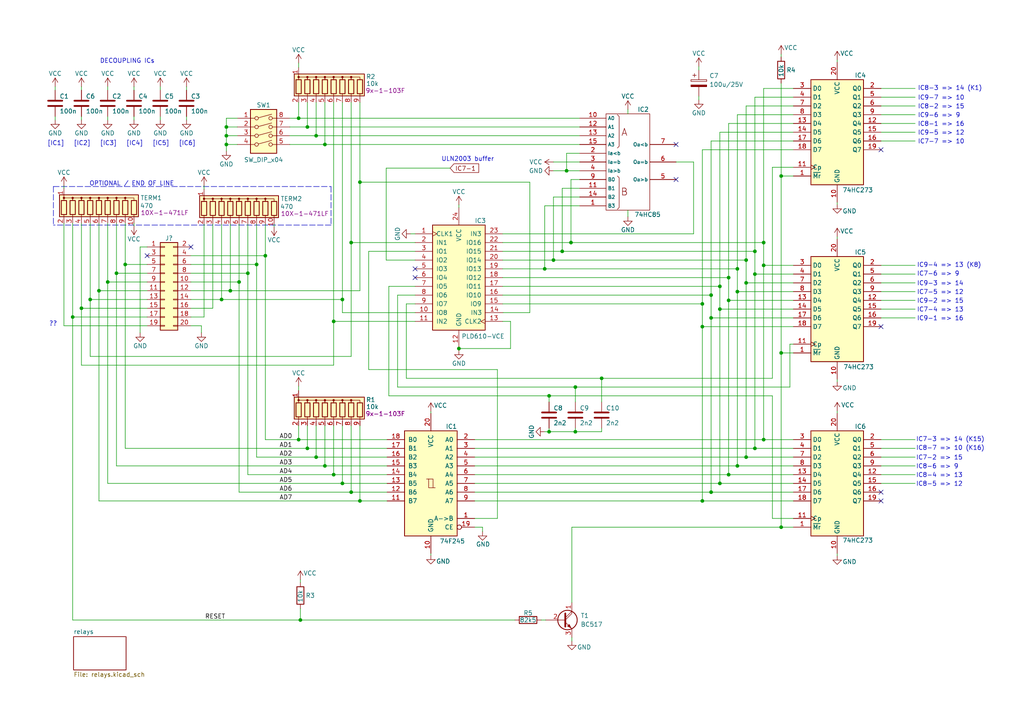
<source format=kicad_sch>
(kicad_sch (version 20211123) (generator eeschema)

  (uuid 4ea8ac71-f177-4dfc-a5a9-67b4eb904ee5)

  (paper "A4")

  (title_block
    (title "Bus interface")
    (date "2024-08-14")
    (company "Hortimax")
    (comment 1 "MA VCE")
  )

  (lib_symbols
    (symbol "74xx:74HC273" (in_bom yes) (on_board yes)
      (property "Reference" "U" (id 0) (at -7.62 16.51 0)
        (effects (font (size 1.27 1.27)))
      )
      (property "Value" "74HC273" (id 1) (at -7.62 -16.51 0)
        (effects (font (size 1.27 1.27)))
      )
      (property "Footprint" "" (id 2) (at 0 0 0)
        (effects (font (size 1.27 1.27)) hide)
      )
      (property "Datasheet" "https://assets.nexperia.com/documents/data-sheet/74HC_HCT273.pdf" (id 3) (at 0 0 0)
        (effects (font (size 1.27 1.27)) hide)
      )
      (property "ki_keywords" "HCMOS DFF DFF8" (id 4) (at 0 0 0)
        (effects (font (size 1.27 1.27)) hide)
      )
      (property "ki_description" "8-bit D Flip-Flop, reset" (id 5) (at 0 0 0)
        (effects (font (size 1.27 1.27)) hide)
      )
      (property "ki_fp_filters" "DIP?20* SO?20* SOIC?20*" (id 6) (at 0 0 0)
        (effects (font (size 1.27 1.27)) hide)
      )
      (symbol "74HC273_1_0"
        (pin input line (at -12.7 -12.7 0) (length 5.08)
          (name "~{Mr}" (effects (font (size 1.27 1.27))))
          (number "1" (effects (font (size 1.27 1.27))))
        )
        (pin power_in line (at 0 -20.32 90) (length 5.08)
          (name "GND" (effects (font (size 1.27 1.27))))
          (number "10" (effects (font (size 1.27 1.27))))
        )
        (pin input clock (at -12.7 -10.16 0) (length 5.08)
          (name "Cp" (effects (font (size 1.27 1.27))))
          (number "11" (effects (font (size 1.27 1.27))))
        )
        (pin output line (at 12.7 2.54 180) (length 5.08)
          (name "Q4" (effects (font (size 1.27 1.27))))
          (number "12" (effects (font (size 1.27 1.27))))
        )
        (pin input line (at -12.7 2.54 0) (length 5.08)
          (name "D4" (effects (font (size 1.27 1.27))))
          (number "13" (effects (font (size 1.27 1.27))))
        )
        (pin input line (at -12.7 0 0) (length 5.08)
          (name "D5" (effects (font (size 1.27 1.27))))
          (number "14" (effects (font (size 1.27 1.27))))
        )
        (pin output line (at 12.7 0 180) (length 5.08)
          (name "Q5" (effects (font (size 1.27 1.27))))
          (number "15" (effects (font (size 1.27 1.27))))
        )
        (pin output line (at 12.7 -2.54 180) (length 5.08)
          (name "Q6" (effects (font (size 1.27 1.27))))
          (number "16" (effects (font (size 1.27 1.27))))
        )
        (pin input line (at -12.7 -2.54 0) (length 5.08)
          (name "D6" (effects (font (size 1.27 1.27))))
          (number "17" (effects (font (size 1.27 1.27))))
        )
        (pin input line (at -12.7 -5.08 0) (length 5.08)
          (name "D7" (effects (font (size 1.27 1.27))))
          (number "18" (effects (font (size 1.27 1.27))))
        )
        (pin output line (at 12.7 -5.08 180) (length 5.08)
          (name "Q7" (effects (font (size 1.27 1.27))))
          (number "19" (effects (font (size 1.27 1.27))))
        )
        (pin output line (at 12.7 12.7 180) (length 5.08)
          (name "Q0" (effects (font (size 1.27 1.27))))
          (number "2" (effects (font (size 1.27 1.27))))
        )
        (pin power_in line (at 0 20.32 270) (length 5.08)
          (name "VCC" (effects (font (size 1.27 1.27))))
          (number "20" (effects (font (size 1.27 1.27))))
        )
        (pin input line (at -12.7 12.7 0) (length 5.08)
          (name "D0" (effects (font (size 1.27 1.27))))
          (number "3" (effects (font (size 1.27 1.27))))
        )
        (pin input line (at -12.7 10.16 0) (length 5.08)
          (name "D1" (effects (font (size 1.27 1.27))))
          (number "4" (effects (font (size 1.27 1.27))))
        )
        (pin output line (at 12.7 10.16 180) (length 5.08)
          (name "Q1" (effects (font (size 1.27 1.27))))
          (number "5" (effects (font (size 1.27 1.27))))
        )
        (pin output line (at 12.7 7.62 180) (length 5.08)
          (name "Q2" (effects (font (size 1.27 1.27))))
          (number "6" (effects (font (size 1.27 1.27))))
        )
        (pin input line (at -12.7 7.62 0) (length 5.08)
          (name "D2" (effects (font (size 1.27 1.27))))
          (number "7" (effects (font (size 1.27 1.27))))
        )
        (pin input line (at -12.7 5.08 0) (length 5.08)
          (name "D3" (effects (font (size 1.27 1.27))))
          (number "8" (effects (font (size 1.27 1.27))))
        )
        (pin output line (at 12.7 5.08 180) (length 5.08)
          (name "Q3" (effects (font (size 1.27 1.27))))
          (number "9" (effects (font (size 1.27 1.27))))
        )
      )
      (symbol "74HC273_1_1"
        (rectangle (start -7.62 15.24) (end 7.62 -15.24)
          (stroke (width 0.254) (type default) (color 0 0 0 0))
          (fill (type background))
        )
      )
    )
    (symbol "74xx:74LS245" (pin_names (offset 1.016)) (in_bom yes) (on_board yes)
      (property "Reference" "U" (id 0) (at -7.62 16.51 0)
        (effects (font (size 1.27 1.27)))
      )
      (property "Value" "74LS245" (id 1) (at -7.62 -16.51 0)
        (effects (font (size 1.27 1.27)))
      )
      (property "Footprint" "" (id 2) (at 0 0 0)
        (effects (font (size 1.27 1.27)) hide)
      )
      (property "Datasheet" "http://www.ti.com/lit/gpn/sn74LS245" (id 3) (at 0 0 0)
        (effects (font (size 1.27 1.27)) hide)
      )
      (property "ki_locked" "" (id 4) (at 0 0 0)
        (effects (font (size 1.27 1.27)))
      )
      (property "ki_keywords" "TTL BUS 3State" (id 5) (at 0 0 0)
        (effects (font (size 1.27 1.27)) hide)
      )
      (property "ki_description" "Octal BUS Transceivers, 3-State outputs" (id 6) (at 0 0 0)
        (effects (font (size 1.27 1.27)) hide)
      )
      (property "ki_fp_filters" "DIP?20*" (id 7) (at 0 0 0)
        (effects (font (size 1.27 1.27)) hide)
      )
      (symbol "74LS245_1_0"
        (polyline
          (pts
            (xy -0.635 -1.27)
            (xy -0.635 1.27)
            (xy 0.635 1.27)
          )
          (stroke (width 0) (type default) (color 0 0 0 0))
          (fill (type none))
        )
        (polyline
          (pts
            (xy -1.27 -1.27)
            (xy 0.635 -1.27)
            (xy 0.635 1.27)
            (xy 1.27 1.27)
          )
          (stroke (width 0) (type default) (color 0 0 0 0))
          (fill (type none))
        )
        (pin input line (at -12.7 -10.16 0) (length 5.08)
          (name "A->B" (effects (font (size 1.27 1.27))))
          (number "1" (effects (font (size 1.27 1.27))))
        )
        (pin power_in line (at 0 -20.32 90) (length 5.08)
          (name "GND" (effects (font (size 1.27 1.27))))
          (number "10" (effects (font (size 1.27 1.27))))
        )
        (pin tri_state line (at 12.7 -5.08 180) (length 5.08)
          (name "B7" (effects (font (size 1.27 1.27))))
          (number "11" (effects (font (size 1.27 1.27))))
        )
        (pin tri_state line (at 12.7 -2.54 180) (length 5.08)
          (name "B6" (effects (font (size 1.27 1.27))))
          (number "12" (effects (font (size 1.27 1.27))))
        )
        (pin tri_state line (at 12.7 0 180) (length 5.08)
          (name "B5" (effects (font (size 1.27 1.27))))
          (number "13" (effects (font (size 1.27 1.27))))
        )
        (pin tri_state line (at 12.7 2.54 180) (length 5.08)
          (name "B4" (effects (font (size 1.27 1.27))))
          (number "14" (effects (font (size 1.27 1.27))))
        )
        (pin tri_state line (at 12.7 5.08 180) (length 5.08)
          (name "B3" (effects (font (size 1.27 1.27))))
          (number "15" (effects (font (size 1.27 1.27))))
        )
        (pin tri_state line (at 12.7 7.62 180) (length 5.08)
          (name "B2" (effects (font (size 1.27 1.27))))
          (number "16" (effects (font (size 1.27 1.27))))
        )
        (pin tri_state line (at 12.7 10.16 180) (length 5.08)
          (name "B1" (effects (font (size 1.27 1.27))))
          (number "17" (effects (font (size 1.27 1.27))))
        )
        (pin tri_state line (at 12.7 12.7 180) (length 5.08)
          (name "B0" (effects (font (size 1.27 1.27))))
          (number "18" (effects (font (size 1.27 1.27))))
        )
        (pin input inverted (at -12.7 -12.7 0) (length 5.08)
          (name "CE" (effects (font (size 1.27 1.27))))
          (number "19" (effects (font (size 1.27 1.27))))
        )
        (pin tri_state line (at -12.7 12.7 0) (length 5.08)
          (name "A0" (effects (font (size 1.27 1.27))))
          (number "2" (effects (font (size 1.27 1.27))))
        )
        (pin power_in line (at 0 20.32 270) (length 5.08)
          (name "VCC" (effects (font (size 1.27 1.27))))
          (number "20" (effects (font (size 1.27 1.27))))
        )
        (pin tri_state line (at -12.7 10.16 0) (length 5.08)
          (name "A1" (effects (font (size 1.27 1.27))))
          (number "3" (effects (font (size 1.27 1.27))))
        )
        (pin tri_state line (at -12.7 7.62 0) (length 5.08)
          (name "A2" (effects (font (size 1.27 1.27))))
          (number "4" (effects (font (size 1.27 1.27))))
        )
        (pin tri_state line (at -12.7 5.08 0) (length 5.08)
          (name "A3" (effects (font (size 1.27 1.27))))
          (number "5" (effects (font (size 1.27 1.27))))
        )
        (pin tri_state line (at -12.7 2.54 0) (length 5.08)
          (name "A4" (effects (font (size 1.27 1.27))))
          (number "6" (effects (font (size 1.27 1.27))))
        )
        (pin tri_state line (at -12.7 0 0) (length 5.08)
          (name "A5" (effects (font (size 1.27 1.27))))
          (number "7" (effects (font (size 1.27 1.27))))
        )
        (pin tri_state line (at -12.7 -2.54 0) (length 5.08)
          (name "A6" (effects (font (size 1.27 1.27))))
          (number "8" (effects (font (size 1.27 1.27))))
        )
        (pin tri_state line (at -12.7 -5.08 0) (length 5.08)
          (name "A7" (effects (font (size 1.27 1.27))))
          (number "9" (effects (font (size 1.27 1.27))))
        )
      )
      (symbol "74LS245_1_1"
        (rectangle (start -7.62 15.24) (end 7.62 -15.24)
          (stroke (width 0.254) (type default) (color 0 0 0 0))
          (fill (type background))
        )
      )
    )
    (symbol "74xx_IEEE:7485" (in_bom yes) (on_board yes)
      (property "Reference" "U" (id 0) (at 7.62 16.51 0)
        (effects (font (size 1.27 1.27)))
      )
      (property "Value" "7485" (id 1) (at 7.62 -15.24 0)
        (effects (font (size 1.27 1.27)))
      )
      (property "Footprint" "" (id 2) (at 0 0 0)
        (effects (font (size 1.27 1.27)) hide)
      )
      (property "Datasheet" "" (id 3) (at 0 0 0)
        (effects (font (size 1.27 1.27)) hide)
      )
      (symbol "7485_0_0"
        (rectangle (start -6.35 13.97) (end 6.35 -13.97)
          (stroke (width 0) (type default) (color 0 0 0 0))
          (fill (type none))
        )
        (polyline
          (pts
            (xy -3.048 -13.716)
            (xy -2.54 -13.208)
            (xy -2.54 -4.572)
            (xy -3.048 -4.064)
            (xy -3.048 -4.064)
          )
          (stroke (width 0) (type default) (color 0 0 0 0))
          (fill (type none))
        )
        (polyline
          (pts
            (xy -3.048 13.716)
            (xy -2.54 13.208)
            (xy -2.54 4.572)
            (xy -3.048 4.064)
            (xy -3.048 4.064)
          )
          (stroke (width 0) (type default) (color 0 0 0 0))
          (fill (type none))
        )
        (text "A" (at -1.016 8.636 0)
          (effects (font (size 2.032 2.032)))
        )
        (text "B" (at -1.016 -8.636 0)
          (effects (font (size 2.032 2.032)))
        )
        (pin power_in line (at 0 13.97 270) (length 0) hide
          (name "VCC" (effects (font (size 1.016 1.016))))
          (number "16" (effects (font (size 1.27 1.27))))
        )
        (pin power_in line (at 0 -13.97 90) (length 0) hide
          (name "GND" (effects (font (size 1.016 1.016))))
          (number "8" (effects (font (size 1.27 1.27))))
        )
      )
      (symbol "7485_1_1"
        (pin input line (at -13.97 -12.7 0) (length 7.62)
          (name "B3" (effects (font (size 1.016 1.016))))
          (number "1" (effects (font (size 1.27 1.27))))
        )
        (pin input line (at -13.97 12.7 0) (length 7.62)
          (name "A0" (effects (font (size 1.016 1.016))))
          (number "10" (effects (font (size 1.27 1.27))))
        )
        (pin input line (at -13.97 -7.62 0) (length 7.62)
          (name "B1" (effects (font (size 1.016 1.016))))
          (number "11" (effects (font (size 1.27 1.27))))
        )
        (pin input line (at -13.97 10.16 0) (length 7.62)
          (name "A1" (effects (font (size 1.016 1.016))))
          (number "12" (effects (font (size 1.27 1.27))))
        )
        (pin input line (at -13.97 7.62 0) (length 7.62)
          (name "A2" (effects (font (size 1.016 1.016))))
          (number "13" (effects (font (size 1.27 1.27))))
        )
        (pin input line (at -13.97 -10.16 0) (length 7.62)
          (name "B2" (effects (font (size 1.016 1.016))))
          (number "14" (effects (font (size 1.27 1.27))))
        )
        (pin input line (at -13.97 5.08 0) (length 7.62)
          (name "A3" (effects (font (size 1.016 1.016))))
          (number "15" (effects (font (size 1.27 1.27))))
        )
        (pin input line (at -13.97 2.54 0) (length 7.62)
          (name "Ia<b" (effects (font (size 1.016 1.016))))
          (number "2" (effects (font (size 1.27 1.27))))
        )
        (pin input line (at -13.97 0 0) (length 7.62)
          (name "Ia=b" (effects (font (size 1.016 1.016))))
          (number "3" (effects (font (size 1.27 1.27))))
        )
        (pin input line (at -13.97 -2.54 0) (length 7.62)
          (name "Ia>b" (effects (font (size 1.016 1.016))))
          (number "4" (effects (font (size 1.27 1.27))))
        )
        (pin output line (at 13.97 -5.08 180) (length 7.62)
          (name "Oa>b" (effects (font (size 1.016 1.016))))
          (number "5" (effects (font (size 1.27 1.27))))
        )
        (pin output line (at 13.97 0 180) (length 7.62)
          (name "Oa=b" (effects (font (size 1.016 1.016))))
          (number "6" (effects (font (size 1.27 1.27))))
        )
        (pin output line (at 13.97 5.08 180) (length 7.62)
          (name "Oa<b" (effects (font (size 1.016 1.016))))
          (number "7" (effects (font (size 1.27 1.27))))
        )
        (pin input line (at -13.97 -5.08 0) (length 7.62)
          (name "B0" (effects (font (size 1.016 1.016))))
          (number "9" (effects (font (size 1.27 1.27))))
        )
      )
    )
    (symbol "Connector_Generic:Conn_02x10_Odd_Even" (pin_names (offset 1.016) hide) (in_bom yes) (on_board yes)
      (property "Reference" "J" (id 0) (at 1.27 12.7 0)
        (effects (font (size 1.27 1.27)))
      )
      (property "Value" "Conn_02x10_Odd_Even" (id 1) (at 1.27 -15.24 0)
        (effects (font (size 1.27 1.27)))
      )
      (property "Footprint" "" (id 2) (at 0 0 0)
        (effects (font (size 1.27 1.27)) hide)
      )
      (property "Datasheet" "~" (id 3) (at 0 0 0)
        (effects (font (size 1.27 1.27)) hide)
      )
      (property "ki_keywords" "connector" (id 4) (at 0 0 0)
        (effects (font (size 1.27 1.27)) hide)
      )
      (property "ki_description" "Generic connector, double row, 02x10, odd/even pin numbering scheme (row 1 odd numbers, row 2 even numbers), script generated (kicad-library-utils/schlib/autogen/connector/)" (id 5) (at 0 0 0)
        (effects (font (size 1.27 1.27)) hide)
      )
      (property "ki_fp_filters" "Connector*:*_2x??_*" (id 6) (at 0 0 0)
        (effects (font (size 1.27 1.27)) hide)
      )
      (symbol "Conn_02x10_Odd_Even_1_1"
        (rectangle (start -1.27 -12.573) (end 0 -12.827)
          (stroke (width 0.1524) (type default) (color 0 0 0 0))
          (fill (type none))
        )
        (rectangle (start -1.27 -10.033) (end 0 -10.287)
          (stroke (width 0.1524) (type default) (color 0 0 0 0))
          (fill (type none))
        )
        (rectangle (start -1.27 -7.493) (end 0 -7.747)
          (stroke (width 0.1524) (type default) (color 0 0 0 0))
          (fill (type none))
        )
        (rectangle (start -1.27 -4.953) (end 0 -5.207)
          (stroke (width 0.1524) (type default) (color 0 0 0 0))
          (fill (type none))
        )
        (rectangle (start -1.27 -2.413) (end 0 -2.667)
          (stroke (width 0.1524) (type default) (color 0 0 0 0))
          (fill (type none))
        )
        (rectangle (start -1.27 0.127) (end 0 -0.127)
          (stroke (width 0.1524) (type default) (color 0 0 0 0))
          (fill (type none))
        )
        (rectangle (start -1.27 2.667) (end 0 2.413)
          (stroke (width 0.1524) (type default) (color 0 0 0 0))
          (fill (type none))
        )
        (rectangle (start -1.27 5.207) (end 0 4.953)
          (stroke (width 0.1524) (type default) (color 0 0 0 0))
          (fill (type none))
        )
        (rectangle (start -1.27 7.747) (end 0 7.493)
          (stroke (width 0.1524) (type default) (color 0 0 0 0))
          (fill (type none))
        )
        (rectangle (start -1.27 10.287) (end 0 10.033)
          (stroke (width 0.1524) (type default) (color 0 0 0 0))
          (fill (type none))
        )
        (rectangle (start -1.27 11.43) (end 3.81 -13.97)
          (stroke (width 0.254) (type default) (color 0 0 0 0))
          (fill (type background))
        )
        (rectangle (start 3.81 -12.573) (end 2.54 -12.827)
          (stroke (width 0.1524) (type default) (color 0 0 0 0))
          (fill (type none))
        )
        (rectangle (start 3.81 -10.033) (end 2.54 -10.287)
          (stroke (width 0.1524) (type default) (color 0 0 0 0))
          (fill (type none))
        )
        (rectangle (start 3.81 -7.493) (end 2.54 -7.747)
          (stroke (width 0.1524) (type default) (color 0 0 0 0))
          (fill (type none))
        )
        (rectangle (start 3.81 -4.953) (end 2.54 -5.207)
          (stroke (width 0.1524) (type default) (color 0 0 0 0))
          (fill (type none))
        )
        (rectangle (start 3.81 -2.413) (end 2.54 -2.667)
          (stroke (width 0.1524) (type default) (color 0 0 0 0))
          (fill (type none))
        )
        (rectangle (start 3.81 0.127) (end 2.54 -0.127)
          (stroke (width 0.1524) (type default) (color 0 0 0 0))
          (fill (type none))
        )
        (rectangle (start 3.81 2.667) (end 2.54 2.413)
          (stroke (width 0.1524) (type default) (color 0 0 0 0))
          (fill (type none))
        )
        (rectangle (start 3.81 5.207) (end 2.54 4.953)
          (stroke (width 0.1524) (type default) (color 0 0 0 0))
          (fill (type none))
        )
        (rectangle (start 3.81 7.747) (end 2.54 7.493)
          (stroke (width 0.1524) (type default) (color 0 0 0 0))
          (fill (type none))
        )
        (rectangle (start 3.81 10.287) (end 2.54 10.033)
          (stroke (width 0.1524) (type default) (color 0 0 0 0))
          (fill (type none))
        )
        (pin passive line (at -5.08 10.16 0) (length 3.81)
          (name "Pin_1" (effects (font (size 1.27 1.27))))
          (number "1" (effects (font (size 1.27 1.27))))
        )
        (pin passive line (at 7.62 0 180) (length 3.81)
          (name "Pin_10" (effects (font (size 1.27 1.27))))
          (number "10" (effects (font (size 1.27 1.27))))
        )
        (pin passive line (at -5.08 -2.54 0) (length 3.81)
          (name "Pin_11" (effects (font (size 1.27 1.27))))
          (number "11" (effects (font (size 1.27 1.27))))
        )
        (pin passive line (at 7.62 -2.54 180) (length 3.81)
          (name "Pin_12" (effects (font (size 1.27 1.27))))
          (number "12" (effects (font (size 1.27 1.27))))
        )
        (pin passive line (at -5.08 -5.08 0) (length 3.81)
          (name "Pin_13" (effects (font (size 1.27 1.27))))
          (number "13" (effects (font (size 1.27 1.27))))
        )
        (pin passive line (at 7.62 -5.08 180) (length 3.81)
          (name "Pin_14" (effects (font (size 1.27 1.27))))
          (number "14" (effects (font (size 1.27 1.27))))
        )
        (pin passive line (at -5.08 -7.62 0) (length 3.81)
          (name "Pin_15" (effects (font (size 1.27 1.27))))
          (number "15" (effects (font (size 1.27 1.27))))
        )
        (pin passive line (at 7.62 -7.62 180) (length 3.81)
          (name "Pin_16" (effects (font (size 1.27 1.27))))
          (number "16" (effects (font (size 1.27 1.27))))
        )
        (pin passive line (at -5.08 -10.16 0) (length 3.81)
          (name "Pin_17" (effects (font (size 1.27 1.27))))
          (number "17" (effects (font (size 1.27 1.27))))
        )
        (pin passive line (at 7.62 -10.16 180) (length 3.81)
          (name "Pin_18" (effects (font (size 1.27 1.27))))
          (number "18" (effects (font (size 1.27 1.27))))
        )
        (pin passive line (at -5.08 -12.7 0) (length 3.81)
          (name "Pin_19" (effects (font (size 1.27 1.27))))
          (number "19" (effects (font (size 1.27 1.27))))
        )
        (pin passive line (at 7.62 10.16 180) (length 3.81)
          (name "Pin_2" (effects (font (size 1.27 1.27))))
          (number "2" (effects (font (size 1.27 1.27))))
        )
        (pin passive line (at 7.62 -12.7 180) (length 3.81)
          (name "Pin_20" (effects (font (size 1.27 1.27))))
          (number "20" (effects (font (size 1.27 1.27))))
        )
        (pin passive line (at -5.08 7.62 0) (length 3.81)
          (name "Pin_3" (effects (font (size 1.27 1.27))))
          (number "3" (effects (font (size 1.27 1.27))))
        )
        (pin passive line (at 7.62 7.62 180) (length 3.81)
          (name "Pin_4" (effects (font (size 1.27 1.27))))
          (number "4" (effects (font (size 1.27 1.27))))
        )
        (pin passive line (at -5.08 5.08 0) (length 3.81)
          (name "Pin_5" (effects (font (size 1.27 1.27))))
          (number "5" (effects (font (size 1.27 1.27))))
        )
        (pin passive line (at 7.62 5.08 180) (length 3.81)
          (name "Pin_6" (effects (font (size 1.27 1.27))))
          (number "6" (effects (font (size 1.27 1.27))))
        )
        (pin passive line (at -5.08 2.54 0) (length 3.81)
          (name "Pin_7" (effects (font (size 1.27 1.27))))
          (number "7" (effects (font (size 1.27 1.27))))
        )
        (pin passive line (at 7.62 2.54 180) (length 3.81)
          (name "Pin_8" (effects (font (size 1.27 1.27))))
          (number "8" (effects (font (size 1.27 1.27))))
        )
        (pin passive line (at -5.08 0 0) (length 3.81)
          (name "Pin_9" (effects (font (size 1.27 1.27))))
          (number "9" (effects (font (size 1.27 1.27))))
        )
      )
    )
    (symbol "Device:C" (pin_numbers hide) (pin_names (offset 0.254)) (in_bom yes) (on_board yes)
      (property "Reference" "C" (id 0) (at 0.635 2.54 0)
        (effects (font (size 1.27 1.27)) (justify left))
      )
      (property "Value" "C" (id 1) (at 0.635 -2.54 0)
        (effects (font (size 1.27 1.27)) (justify left))
      )
      (property "Footprint" "" (id 2) (at 0.9652 -3.81 0)
        (effects (font (size 1.27 1.27)) hide)
      )
      (property "Datasheet" "~" (id 3) (at 0 0 0)
        (effects (font (size 1.27 1.27)) hide)
      )
      (property "ki_keywords" "cap capacitor" (id 4) (at 0 0 0)
        (effects (font (size 1.27 1.27)) hide)
      )
      (property "ki_description" "Unpolarized capacitor" (id 5) (at 0 0 0)
        (effects (font (size 1.27 1.27)) hide)
      )
      (property "ki_fp_filters" "C_*" (id 6) (at 0 0 0)
        (effects (font (size 1.27 1.27)) hide)
      )
      (symbol "C_0_1"
        (polyline
          (pts
            (xy -2.032 -0.762)
            (xy 2.032 -0.762)
          )
          (stroke (width 0.508) (type default) (color 0 0 0 0))
          (fill (type none))
        )
        (polyline
          (pts
            (xy -2.032 0.762)
            (xy 2.032 0.762)
          )
          (stroke (width 0.508) (type default) (color 0 0 0 0))
          (fill (type none))
        )
      )
      (symbol "C_1_1"
        (pin passive line (at 0 3.81 270) (length 2.794)
          (name "~" (effects (font (size 1.27 1.27))))
          (number "1" (effects (font (size 1.27 1.27))))
        )
        (pin passive line (at 0 -3.81 90) (length 2.794)
          (name "~" (effects (font (size 1.27 1.27))))
          (number "2" (effects (font (size 1.27 1.27))))
        )
      )
    )
    (symbol "Device:C_Polarized" (pin_numbers hide) (pin_names (offset 0.254)) (in_bom yes) (on_board yes)
      (property "Reference" "C" (id 0) (at 0.635 2.54 0)
        (effects (font (size 1.27 1.27)) (justify left))
      )
      (property "Value" "C_Polarized" (id 1) (at 0.635 -2.54 0)
        (effects (font (size 1.27 1.27)) (justify left))
      )
      (property "Footprint" "" (id 2) (at 0.9652 -3.81 0)
        (effects (font (size 1.27 1.27)) hide)
      )
      (property "Datasheet" "~" (id 3) (at 0 0 0)
        (effects (font (size 1.27 1.27)) hide)
      )
      (property "ki_keywords" "cap capacitor" (id 4) (at 0 0 0)
        (effects (font (size 1.27 1.27)) hide)
      )
      (property "ki_description" "Polarized capacitor" (id 5) (at 0 0 0)
        (effects (font (size 1.27 1.27)) hide)
      )
      (property "ki_fp_filters" "CP_*" (id 6) (at 0 0 0)
        (effects (font (size 1.27 1.27)) hide)
      )
      (symbol "C_Polarized_0_1"
        (rectangle (start -2.286 0.508) (end 2.286 1.016)
          (stroke (width 0) (type default) (color 0 0 0 0))
          (fill (type none))
        )
        (polyline
          (pts
            (xy -1.778 2.286)
            (xy -0.762 2.286)
          )
          (stroke (width 0) (type default) (color 0 0 0 0))
          (fill (type none))
        )
        (polyline
          (pts
            (xy -1.27 2.794)
            (xy -1.27 1.778)
          )
          (stroke (width 0) (type default) (color 0 0 0 0))
          (fill (type none))
        )
        (rectangle (start 2.286 -0.508) (end -2.286 -1.016)
          (stroke (width 0) (type default) (color 0 0 0 0))
          (fill (type outline))
        )
      )
      (symbol "C_Polarized_1_1"
        (pin passive line (at 0 3.81 270) (length 2.794)
          (name "~" (effects (font (size 1.27 1.27))))
          (number "1" (effects (font (size 1.27 1.27))))
        )
        (pin passive line (at 0 -3.81 90) (length 2.794)
          (name "~" (effects (font (size 1.27 1.27))))
          (number "2" (effects (font (size 1.27 1.27))))
        )
      )
    )
    (symbol "Device:R" (pin_numbers hide) (pin_names (offset 0)) (in_bom yes) (on_board yes)
      (property "Reference" "R" (id 0) (at 2.032 0 90)
        (effects (font (size 1.27 1.27)))
      )
      (property "Value" "R" (id 1) (at 0 0 90)
        (effects (font (size 1.27 1.27)))
      )
      (property "Footprint" "" (id 2) (at -1.778 0 90)
        (effects (font (size 1.27 1.27)) hide)
      )
      (property "Datasheet" "~" (id 3) (at 0 0 0)
        (effects (font (size 1.27 1.27)) hide)
      )
      (property "ki_keywords" "R res resistor" (id 4) (at 0 0 0)
        (effects (font (size 1.27 1.27)) hide)
      )
      (property "ki_description" "Resistor" (id 5) (at 0 0 0)
        (effects (font (size 1.27 1.27)) hide)
      )
      (property "ki_fp_filters" "R_*" (id 6) (at 0 0 0)
        (effects (font (size 1.27 1.27)) hide)
      )
      (symbol "R_0_1"
        (rectangle (start -1.016 -2.54) (end 1.016 2.54)
          (stroke (width 0.254) (type default) (color 0 0 0 0))
          (fill (type none))
        )
      )
      (symbol "R_1_1"
        (pin passive line (at 0 3.81 270) (length 1.27)
          (name "~" (effects (font (size 1.27 1.27))))
          (number "1" (effects (font (size 1.27 1.27))))
        )
        (pin passive line (at 0 -3.81 90) (length 1.27)
          (name "~" (effects (font (size 1.27 1.27))))
          (number "2" (effects (font (size 1.27 1.27))))
        )
      )
    )
    (symbol "Device:R_Network08" (pin_names (offset 0) hide) (in_bom yes) (on_board yes)
      (property "Reference" "RN" (id 0) (at -12.7 0 90)
        (effects (font (size 1.27 1.27)))
      )
      (property "Value" "R_Network08" (id 1) (at 10.16 0 90)
        (effects (font (size 1.27 1.27)))
      )
      (property "Footprint" "Resistor_THT:R_Array_SIP9" (id 2) (at 12.065 0 90)
        (effects (font (size 1.27 1.27)) hide)
      )
      (property "Datasheet" "http://www.vishay.com/docs/31509/csc.pdf" (id 3) (at 0 0 0)
        (effects (font (size 1.27 1.27)) hide)
      )
      (property "ki_keywords" "R network star-topology" (id 4) (at 0 0 0)
        (effects (font (size 1.27 1.27)) hide)
      )
      (property "ki_description" "8 resistor network, star topology, bussed resistors, small symbol" (id 5) (at 0 0 0)
        (effects (font (size 1.27 1.27)) hide)
      )
      (property "ki_fp_filters" "R?Array?SIP*" (id 6) (at 0 0 0)
        (effects (font (size 1.27 1.27)) hide)
      )
      (symbol "R_Network08_0_1"
        (rectangle (start -11.43 -3.175) (end 8.89 3.175)
          (stroke (width 0.254) (type default) (color 0 0 0 0))
          (fill (type background))
        )
        (rectangle (start -10.922 1.524) (end -9.398 -2.54)
          (stroke (width 0.254) (type default) (color 0 0 0 0))
          (fill (type none))
        )
        (circle (center -10.16 2.286) (radius 0.254)
          (stroke (width 0) (type default) (color 0 0 0 0))
          (fill (type outline))
        )
        (rectangle (start -8.382 1.524) (end -6.858 -2.54)
          (stroke (width 0.254) (type default) (color 0 0 0 0))
          (fill (type none))
        )
        (circle (center -7.62 2.286) (radius 0.254)
          (stroke (width 0) (type default) (color 0 0 0 0))
          (fill (type outline))
        )
        (rectangle (start -5.842 1.524) (end -4.318 -2.54)
          (stroke (width 0.254) (type default) (color 0 0 0 0))
          (fill (type none))
        )
        (circle (center -5.08 2.286) (radius 0.254)
          (stroke (width 0) (type default) (color 0 0 0 0))
          (fill (type outline))
        )
        (rectangle (start -3.302 1.524) (end -1.778 -2.54)
          (stroke (width 0.254) (type default) (color 0 0 0 0))
          (fill (type none))
        )
        (circle (center -2.54 2.286) (radius 0.254)
          (stroke (width 0) (type default) (color 0 0 0 0))
          (fill (type outline))
        )
        (rectangle (start -0.762 1.524) (end 0.762 -2.54)
          (stroke (width 0.254) (type default) (color 0 0 0 0))
          (fill (type none))
        )
        (polyline
          (pts
            (xy -10.16 -2.54)
            (xy -10.16 -3.81)
          )
          (stroke (width 0) (type default) (color 0 0 0 0))
          (fill (type none))
        )
        (polyline
          (pts
            (xy -7.62 -2.54)
            (xy -7.62 -3.81)
          )
          (stroke (width 0) (type default) (color 0 0 0 0))
          (fill (type none))
        )
        (polyline
          (pts
            (xy -5.08 -2.54)
            (xy -5.08 -3.81)
          )
          (stroke (width 0) (type default) (color 0 0 0 0))
          (fill (type none))
        )
        (polyline
          (pts
            (xy -2.54 -2.54)
            (xy -2.54 -3.81)
          )
          (stroke (width 0) (type default) (color 0 0 0 0))
          (fill (type none))
        )
        (polyline
          (pts
            (xy 0 -2.54)
            (xy 0 -3.81)
          )
          (stroke (width 0) (type default) (color 0 0 0 0))
          (fill (type none))
        )
        (polyline
          (pts
            (xy 2.54 -2.54)
            (xy 2.54 -3.81)
          )
          (stroke (width 0) (type default) (color 0 0 0 0))
          (fill (type none))
        )
        (polyline
          (pts
            (xy 5.08 -2.54)
            (xy 5.08 -3.81)
          )
          (stroke (width 0) (type default) (color 0 0 0 0))
          (fill (type none))
        )
        (polyline
          (pts
            (xy 7.62 -2.54)
            (xy 7.62 -3.81)
          )
          (stroke (width 0) (type default) (color 0 0 0 0))
          (fill (type none))
        )
        (polyline
          (pts
            (xy -10.16 1.524)
            (xy -10.16 2.286)
            (xy -7.62 2.286)
            (xy -7.62 1.524)
          )
          (stroke (width 0) (type default) (color 0 0 0 0))
          (fill (type none))
        )
        (polyline
          (pts
            (xy -7.62 1.524)
            (xy -7.62 2.286)
            (xy -5.08 2.286)
            (xy -5.08 1.524)
          )
          (stroke (width 0) (type default) (color 0 0 0 0))
          (fill (type none))
        )
        (polyline
          (pts
            (xy -5.08 1.524)
            (xy -5.08 2.286)
            (xy -2.54 2.286)
            (xy -2.54 1.524)
          )
          (stroke (width 0) (type default) (color 0 0 0 0))
          (fill (type none))
        )
        (polyline
          (pts
            (xy -2.54 1.524)
            (xy -2.54 2.286)
            (xy 0 2.286)
            (xy 0 1.524)
          )
          (stroke (width 0) (type default) (color 0 0 0 0))
          (fill (type none))
        )
        (polyline
          (pts
            (xy 0 1.524)
            (xy 0 2.286)
            (xy 2.54 2.286)
            (xy 2.54 1.524)
          )
          (stroke (width 0) (type default) (color 0 0 0 0))
          (fill (type none))
        )
        (polyline
          (pts
            (xy 2.54 1.524)
            (xy 2.54 2.286)
            (xy 5.08 2.286)
            (xy 5.08 1.524)
          )
          (stroke (width 0) (type default) (color 0 0 0 0))
          (fill (type none))
        )
        (polyline
          (pts
            (xy 5.08 1.524)
            (xy 5.08 2.286)
            (xy 7.62 2.286)
            (xy 7.62 1.524)
          )
          (stroke (width 0) (type default) (color 0 0 0 0))
          (fill (type none))
        )
        (circle (center 0 2.286) (radius 0.254)
          (stroke (width 0) (type default) (color 0 0 0 0))
          (fill (type outline))
        )
        (rectangle (start 1.778 1.524) (end 3.302 -2.54)
          (stroke (width 0.254) (type default) (color 0 0 0 0))
          (fill (type none))
        )
        (circle (center 2.54 2.286) (radius 0.254)
          (stroke (width 0) (type default) (color 0 0 0 0))
          (fill (type outline))
        )
        (rectangle (start 4.318 1.524) (end 5.842 -2.54)
          (stroke (width 0.254) (type default) (color 0 0 0 0))
          (fill (type none))
        )
        (circle (center 5.08 2.286) (radius 0.254)
          (stroke (width 0) (type default) (color 0 0 0 0))
          (fill (type outline))
        )
        (rectangle (start 6.858 1.524) (end 8.382 -2.54)
          (stroke (width 0.254) (type default) (color 0 0 0 0))
          (fill (type none))
        )
      )
      (symbol "R_Network08_1_1"
        (pin passive line (at -10.16 5.08 270) (length 2.54)
          (name "common" (effects (font (size 1.27 1.27))))
          (number "1" (effects (font (size 1.27 1.27))))
        )
        (pin passive line (at -10.16 -5.08 90) (length 1.27)
          (name "R1" (effects (font (size 1.27 1.27))))
          (number "2" (effects (font (size 1.27 1.27))))
        )
        (pin passive line (at -7.62 -5.08 90) (length 1.27)
          (name "R2" (effects (font (size 1.27 1.27))))
          (number "3" (effects (font (size 1.27 1.27))))
        )
        (pin passive line (at -5.08 -5.08 90) (length 1.27)
          (name "R3" (effects (font (size 1.27 1.27))))
          (number "4" (effects (font (size 1.27 1.27))))
        )
        (pin passive line (at -2.54 -5.08 90) (length 1.27)
          (name "R4" (effects (font (size 1.27 1.27))))
          (number "5" (effects (font (size 1.27 1.27))))
        )
        (pin passive line (at 0 -5.08 90) (length 1.27)
          (name "R5" (effects (font (size 1.27 1.27))))
          (number "6" (effects (font (size 1.27 1.27))))
        )
        (pin passive line (at 2.54 -5.08 90) (length 1.27)
          (name "R6" (effects (font (size 1.27 1.27))))
          (number "7" (effects (font (size 1.27 1.27))))
        )
        (pin passive line (at 5.08 -5.08 90) (length 1.27)
          (name "R7" (effects (font (size 1.27 1.27))))
          (number "8" (effects (font (size 1.27 1.27))))
        )
        (pin passive line (at 7.62 -5.08 90) (length 1.27)
          (name "R8" (effects (font (size 1.27 1.27))))
          (number "9" (effects (font (size 1.27 1.27))))
        )
      )
    )
    (symbol "Device:R_Network09" (pin_names (offset 0) hide) (in_bom yes) (on_board yes)
      (property "Reference" "RN" (id 0) (at -12.7 0 90)
        (effects (font (size 1.27 1.27)))
      )
      (property "Value" "R_Network09" (id 1) (at 12.7 0 90)
        (effects (font (size 1.27 1.27)))
      )
      (property "Footprint" "Resistor_THT:R_Array_SIP10" (id 2) (at 14.605 0 90)
        (effects (font (size 1.27 1.27)) hide)
      )
      (property "Datasheet" "http://www.vishay.com/docs/31509/csc.pdf" (id 3) (at 0 0 0)
        (effects (font (size 1.27 1.27)) hide)
      )
      (property "ki_keywords" "R network star-topology" (id 4) (at 0 0 0)
        (effects (font (size 1.27 1.27)) hide)
      )
      (property "ki_description" "9 resistor network, star topology, bussed resistors, small symbol" (id 5) (at 0 0 0)
        (effects (font (size 1.27 1.27)) hide)
      )
      (property "ki_fp_filters" "R?Array?SIP*" (id 6) (at 0 0 0)
        (effects (font (size 1.27 1.27)) hide)
      )
      (symbol "R_Network09_0_1"
        (rectangle (start -11.43 -3.175) (end 11.43 3.175)
          (stroke (width 0.254) (type default) (color 0 0 0 0))
          (fill (type background))
        )
        (rectangle (start -10.922 1.524) (end -9.398 -2.54)
          (stroke (width 0.254) (type default) (color 0 0 0 0))
          (fill (type none))
        )
        (circle (center -10.16 2.286) (radius 0.254)
          (stroke (width 0) (type default) (color 0 0 0 0))
          (fill (type outline))
        )
        (rectangle (start -8.382 1.524) (end -6.858 -2.54)
          (stroke (width 0.254) (type default) (color 0 0 0 0))
          (fill (type none))
        )
        (circle (center -7.62 2.286) (radius 0.254)
          (stroke (width 0) (type default) (color 0 0 0 0))
          (fill (type outline))
        )
        (rectangle (start -5.842 1.524) (end -4.318 -2.54)
          (stroke (width 0.254) (type default) (color 0 0 0 0))
          (fill (type none))
        )
        (circle (center -5.08 2.286) (radius 0.254)
          (stroke (width 0) (type default) (color 0 0 0 0))
          (fill (type outline))
        )
        (rectangle (start -3.302 1.524) (end -1.778 -2.54)
          (stroke (width 0.254) (type default) (color 0 0 0 0))
          (fill (type none))
        )
        (circle (center -2.54 2.286) (radius 0.254)
          (stroke (width 0) (type default) (color 0 0 0 0))
          (fill (type outline))
        )
        (rectangle (start -0.762 1.524) (end 0.762 -2.54)
          (stroke (width 0.254) (type default) (color 0 0 0 0))
          (fill (type none))
        )
        (polyline
          (pts
            (xy -10.16 -2.54)
            (xy -10.16 -3.81)
          )
          (stroke (width 0) (type default) (color 0 0 0 0))
          (fill (type none))
        )
        (polyline
          (pts
            (xy -7.62 -2.54)
            (xy -7.62 -3.81)
          )
          (stroke (width 0) (type default) (color 0 0 0 0))
          (fill (type none))
        )
        (polyline
          (pts
            (xy -5.08 -2.54)
            (xy -5.08 -3.81)
          )
          (stroke (width 0) (type default) (color 0 0 0 0))
          (fill (type none))
        )
        (polyline
          (pts
            (xy -2.54 -2.54)
            (xy -2.54 -3.81)
          )
          (stroke (width 0) (type default) (color 0 0 0 0))
          (fill (type none))
        )
        (polyline
          (pts
            (xy 0 -2.54)
            (xy 0 -3.81)
          )
          (stroke (width 0) (type default) (color 0 0 0 0))
          (fill (type none))
        )
        (polyline
          (pts
            (xy 2.54 -2.54)
            (xy 2.54 -3.81)
          )
          (stroke (width 0) (type default) (color 0 0 0 0))
          (fill (type none))
        )
        (polyline
          (pts
            (xy 5.08 -2.54)
            (xy 5.08 -3.81)
          )
          (stroke (width 0) (type default) (color 0 0 0 0))
          (fill (type none))
        )
        (polyline
          (pts
            (xy 7.62 -2.54)
            (xy 7.62 -3.81)
          )
          (stroke (width 0) (type default) (color 0 0 0 0))
          (fill (type none))
        )
        (polyline
          (pts
            (xy 10.16 -2.54)
            (xy 10.16 -3.81)
          )
          (stroke (width 0) (type default) (color 0 0 0 0))
          (fill (type none))
        )
        (polyline
          (pts
            (xy -10.16 1.524)
            (xy -10.16 2.286)
            (xy -7.62 2.286)
            (xy -7.62 1.524)
          )
          (stroke (width 0) (type default) (color 0 0 0 0))
          (fill (type none))
        )
        (polyline
          (pts
            (xy -7.62 1.524)
            (xy -7.62 2.286)
            (xy -5.08 2.286)
            (xy -5.08 1.524)
          )
          (stroke (width 0) (type default) (color 0 0 0 0))
          (fill (type none))
        )
        (polyline
          (pts
            (xy -5.08 1.524)
            (xy -5.08 2.286)
            (xy -2.54 2.286)
            (xy -2.54 1.524)
          )
          (stroke (width 0) (type default) (color 0 0 0 0))
          (fill (type none))
        )
        (polyline
          (pts
            (xy -2.54 1.524)
            (xy -2.54 2.286)
            (xy 0 2.286)
            (xy 0 1.524)
          )
          (stroke (width 0) (type default) (color 0 0 0 0))
          (fill (type none))
        )
        (polyline
          (pts
            (xy 0 1.524)
            (xy 0 2.286)
            (xy 2.54 2.286)
            (xy 2.54 1.524)
          )
          (stroke (width 0) (type default) (color 0 0 0 0))
          (fill (type none))
        )
        (polyline
          (pts
            (xy 2.54 1.524)
            (xy 2.54 2.286)
            (xy 5.08 2.286)
            (xy 5.08 1.524)
          )
          (stroke (width 0) (type default) (color 0 0 0 0))
          (fill (type none))
        )
        (polyline
          (pts
            (xy 5.08 1.524)
            (xy 5.08 2.286)
            (xy 7.62 2.286)
            (xy 7.62 1.524)
          )
          (stroke (width 0) (type default) (color 0 0 0 0))
          (fill (type none))
        )
        (polyline
          (pts
            (xy 7.62 1.524)
            (xy 7.62 2.286)
            (xy 10.16 2.286)
            (xy 10.16 1.524)
          )
          (stroke (width 0) (type default) (color 0 0 0 0))
          (fill (type none))
        )
        (circle (center 0 2.286) (radius 0.254)
          (stroke (width 0) (type default) (color 0 0 0 0))
          (fill (type outline))
        )
        (rectangle (start 1.778 1.524) (end 3.302 -2.54)
          (stroke (width 0.254) (type default) (color 0 0 0 0))
          (fill (type none))
        )
        (circle (center 2.54 2.286) (radius 0.254)
          (stroke (width 0) (type default) (color 0 0 0 0))
          (fill (type outline))
        )
        (rectangle (start 4.318 1.524) (end 5.842 -2.54)
          (stroke (width 0.254) (type default) (color 0 0 0 0))
          (fill (type none))
        )
        (circle (center 5.08 2.286) (radius 0.254)
          (stroke (width 0) (type default) (color 0 0 0 0))
          (fill (type outline))
        )
        (rectangle (start 6.858 1.524) (end 8.382 -2.54)
          (stroke (width 0.254) (type default) (color 0 0 0 0))
          (fill (type none))
        )
        (circle (center 7.62 2.286) (radius 0.254)
          (stroke (width 0) (type default) (color 0 0 0 0))
          (fill (type outline))
        )
        (rectangle (start 9.398 1.524) (end 10.922 -2.54)
          (stroke (width 0.254) (type default) (color 0 0 0 0))
          (fill (type none))
        )
      )
      (symbol "R_Network09_1_1"
        (pin passive line (at -10.16 5.08 270) (length 2.54)
          (name "common" (effects (font (size 1.27 1.27))))
          (number "1" (effects (font (size 1.27 1.27))))
        )
        (pin passive line (at 10.16 -5.08 90) (length 1.27)
          (name "R9" (effects (font (size 1.27 1.27))))
          (number "10" (effects (font (size 1.27 1.27))))
        )
        (pin passive line (at -10.16 -5.08 90) (length 1.27)
          (name "R1" (effects (font (size 1.27 1.27))))
          (number "2" (effects (font (size 1.27 1.27))))
        )
        (pin passive line (at -7.62 -5.08 90) (length 1.27)
          (name "R2" (effects (font (size 1.27 1.27))))
          (number "3" (effects (font (size 1.27 1.27))))
        )
        (pin passive line (at -5.08 -5.08 90) (length 1.27)
          (name "R3" (effects (font (size 1.27 1.27))))
          (number "4" (effects (font (size 1.27 1.27))))
        )
        (pin passive line (at -2.54 -5.08 90) (length 1.27)
          (name "R4" (effects (font (size 1.27 1.27))))
          (number "5" (effects (font (size 1.27 1.27))))
        )
        (pin passive line (at 0 -5.08 90) (length 1.27)
          (name "R5" (effects (font (size 1.27 1.27))))
          (number "6" (effects (font (size 1.27 1.27))))
        )
        (pin passive line (at 2.54 -5.08 90) (length 1.27)
          (name "R6" (effects (font (size 1.27 1.27))))
          (number "7" (effects (font (size 1.27 1.27))))
        )
        (pin passive line (at 5.08 -5.08 90) (length 1.27)
          (name "R7" (effects (font (size 1.27 1.27))))
          (number "8" (effects (font (size 1.27 1.27))))
        )
        (pin passive line (at 7.62 -5.08 90) (length 1.27)
          (name "R8" (effects (font (size 1.27 1.27))))
          (number "9" (effects (font (size 1.27 1.27))))
        )
      )
    )
    (symbol "Switch:SW_DIP_x04" (pin_names (offset 0) hide) (in_bom yes) (on_board yes)
      (property "Reference" "SW" (id 0) (at 0 8.89 0)
        (effects (font (size 1.27 1.27)))
      )
      (property "Value" "SW_DIP_x04" (id 1) (at 0 -6.35 0)
        (effects (font (size 1.27 1.27)))
      )
      (property "Footprint" "" (id 2) (at 0 0 0)
        (effects (font (size 1.27 1.27)) hide)
      )
      (property "Datasheet" "~" (id 3) (at 0 0 0)
        (effects (font (size 1.27 1.27)) hide)
      )
      (property "ki_keywords" "dip switch" (id 4) (at 0 0 0)
        (effects (font (size 1.27 1.27)) hide)
      )
      (property "ki_description" "4x DIP Switch, Single Pole Single Throw (SPST) switch, small symbol" (id 5) (at 0 0 0)
        (effects (font (size 1.27 1.27)) hide)
      )
      (property "ki_fp_filters" "SW?DIP?x4*" (id 6) (at 0 0 0)
        (effects (font (size 1.27 1.27)) hide)
      )
      (symbol "SW_DIP_x04_0_0"
        (circle (center -2.032 -2.54) (radius 0.508)
          (stroke (width 0) (type default) (color 0 0 0 0))
          (fill (type none))
        )
        (circle (center -2.032 0) (radius 0.508)
          (stroke (width 0) (type default) (color 0 0 0 0))
          (fill (type none))
        )
        (circle (center -2.032 2.54) (radius 0.508)
          (stroke (width 0) (type default) (color 0 0 0 0))
          (fill (type none))
        )
        (circle (center -2.032 5.08) (radius 0.508)
          (stroke (width 0) (type default) (color 0 0 0 0))
          (fill (type none))
        )
        (polyline
          (pts
            (xy -1.524 -2.3876)
            (xy 2.3622 -1.3462)
          )
          (stroke (width 0) (type default) (color 0 0 0 0))
          (fill (type none))
        )
        (polyline
          (pts
            (xy -1.524 0.127)
            (xy 2.3622 1.1684)
          )
          (stroke (width 0) (type default) (color 0 0 0 0))
          (fill (type none))
        )
        (polyline
          (pts
            (xy -1.524 2.667)
            (xy 2.3622 3.7084)
          )
          (stroke (width 0) (type default) (color 0 0 0 0))
          (fill (type none))
        )
        (polyline
          (pts
            (xy -1.524 5.207)
            (xy 2.3622 6.2484)
          )
          (stroke (width 0) (type default) (color 0 0 0 0))
          (fill (type none))
        )
        (circle (center 2.032 -2.54) (radius 0.508)
          (stroke (width 0) (type default) (color 0 0 0 0))
          (fill (type none))
        )
        (circle (center 2.032 0) (radius 0.508)
          (stroke (width 0) (type default) (color 0 0 0 0))
          (fill (type none))
        )
        (circle (center 2.032 2.54) (radius 0.508)
          (stroke (width 0) (type default) (color 0 0 0 0))
          (fill (type none))
        )
        (circle (center 2.032 5.08) (radius 0.508)
          (stroke (width 0) (type default) (color 0 0 0 0))
          (fill (type none))
        )
      )
      (symbol "SW_DIP_x04_0_1"
        (rectangle (start -3.81 7.62) (end 3.81 -5.08)
          (stroke (width 0.254) (type default) (color 0 0 0 0))
          (fill (type background))
        )
      )
      (symbol "SW_DIP_x04_1_1"
        (pin passive line (at -7.62 5.08 0) (length 5.08)
          (name "~" (effects (font (size 1.27 1.27))))
          (number "1" (effects (font (size 1.27 1.27))))
        )
        (pin passive line (at -7.62 2.54 0) (length 5.08)
          (name "~" (effects (font (size 1.27 1.27))))
          (number "2" (effects (font (size 1.27 1.27))))
        )
        (pin passive line (at -7.62 0 0) (length 5.08)
          (name "~" (effects (font (size 1.27 1.27))))
          (number "3" (effects (font (size 1.27 1.27))))
        )
        (pin passive line (at -7.62 -2.54 0) (length 5.08)
          (name "~" (effects (font (size 1.27 1.27))))
          (number "4" (effects (font (size 1.27 1.27))))
        )
        (pin passive line (at 7.62 -2.54 180) (length 5.08)
          (name "~" (effects (font (size 1.27 1.27))))
          (number "5" (effects (font (size 1.27 1.27))))
        )
        (pin passive line (at 7.62 0 180) (length 5.08)
          (name "~" (effects (font (size 1.27 1.27))))
          (number "6" (effects (font (size 1.27 1.27))))
        )
        (pin passive line (at 7.62 2.54 180) (length 5.08)
          (name "~" (effects (font (size 1.27 1.27))))
          (number "7" (effects (font (size 1.27 1.27))))
        )
        (pin passive line (at 7.62 5.08 180) (length 5.08)
          (name "~" (effects (font (size 1.27 1.27))))
          (number "8" (effects (font (size 1.27 1.27))))
        )
      )
    )
    (symbol "Transistor_BJT:BC517" (pin_names (offset 0) hide) (in_bom yes) (on_board yes)
      (property "Reference" "Q" (id 0) (at 5.08 1.905 0)
        (effects (font (size 1.27 1.27)) (justify left))
      )
      (property "Value" "BC517" (id 1) (at 5.08 0 0)
        (effects (font (size 1.27 1.27)) (justify left))
      )
      (property "Footprint" "Package_TO_SOT_THT:TO-92_Inline" (id 2) (at 5.08 -1.905 0)
        (effects (font (size 1.27 1.27) italic) (justify left) hide)
      )
      (property "Datasheet" "https://www.onsemi.com/pub/Collateral/BC517-D74Z-D.PDF" (id 3) (at 0 0 0)
        (effects (font (size 1.27 1.27)) (justify left) hide)
      )
      (property "ki_keywords" "NPN Darlington Darl Transistor" (id 4) (at 0 0 0)
        (effects (font (size 1.27 1.27)) hide)
      )
      (property "ki_description" "1A Ic, 30V Vce, Darlington NPN Transistor, TO-92" (id 5) (at 0 0 0)
        (effects (font (size 1.27 1.27)) hide)
      )
      (property "ki_fp_filters" "TO?92*" (id 6) (at 0 0 0)
        (effects (font (size 1.27 1.27)) hide)
      )
      (symbol "BC517_0_1"
        (polyline
          (pts
            (xy 0.635 0.635)
            (xy 2.54 2.54)
          )
          (stroke (width 0) (type default) (color 0 0 0 0))
          (fill (type none))
        )
        (polyline
          (pts
            (xy 0.635 -0.635)
            (xy 2.54 -2.54)
            (xy 2.54 -2.54)
          )
          (stroke (width 0) (type default) (color 0 0 0 0))
          (fill (type none))
        )
        (polyline
          (pts
            (xy 0.635 0)
            (xy 2.54 1.905)
            (xy 2.54 2.54)
          )
          (stroke (width 0) (type default) (color 0 0 0 0))
          (fill (type none))
        )
        (polyline
          (pts
            (xy 0.635 1.905)
            (xy 0.635 -1.905)
            (xy 0.635 -1.905)
          )
          (stroke (width 0.508) (type default) (color 0 0 0 0))
          (fill (type none))
        )
        (polyline
          (pts
            (xy 1.27 -1.778)
            (xy 1.778 -1.27)
            (xy 2.286 -2.286)
            (xy 1.27 -1.778)
            (xy 1.27 -1.778)
          )
          (stroke (width 0) (type default) (color 0 0 0 0))
          (fill (type outline))
        )
        (circle (center 1.27 0) (radius 2.8194)
          (stroke (width 0.254) (type default) (color 0 0 0 0))
          (fill (type none))
        )
      )
      (symbol "BC517_1_1"
        (pin passive line (at 2.54 5.08 270) (length 2.54)
          (name "C" (effects (font (size 1.27 1.27))))
          (number "1" (effects (font (size 1.27 1.27))))
        )
        (pin input line (at -5.08 0 0) (length 5.715)
          (name "B" (effects (font (size 1.27 1.27))))
          (number "2" (effects (font (size 1.27 1.27))))
        )
        (pin passive line (at 2.54 -5.08 90) (length 2.54)
          (name "E" (effects (font (size 1.27 1.27))))
          (number "3" (effects (font (size 1.27 1.27))))
        )
      )
    )
    (symbol "power:GND" (power) (pin_names (offset 0)) (in_bom yes) (on_board yes)
      (property "Reference" "#PWR" (id 0) (at 0 -6.35 0)
        (effects (font (size 1.27 1.27)) hide)
      )
      (property "Value" "GND" (id 1) (at 0 -3.81 0)
        (effects (font (size 1.27 1.27)))
      )
      (property "Footprint" "" (id 2) (at 0 0 0)
        (effects (font (size 1.27 1.27)) hide)
      )
      (property "Datasheet" "" (id 3) (at 0 0 0)
        (effects (font (size 1.27 1.27)) hide)
      )
      (property "ki_keywords" "global power" (id 4) (at 0 0 0)
        (effects (font (size 1.27 1.27)) hide)
      )
      (property "ki_description" "Power symbol creates a global label with name \"GND\" , ground" (id 5) (at 0 0 0)
        (effects (font (size 1.27 1.27)) hide)
      )
      (symbol "GND_0_1"
        (polyline
          (pts
            (xy 0 0)
            (xy 0 -1.27)
            (xy 1.27 -1.27)
            (xy 0 -2.54)
            (xy -1.27 -1.27)
            (xy 0 -1.27)
          )
          (stroke (width 0) (type default) (color 0 0 0 0))
          (fill (type none))
        )
      )
      (symbol "GND_1_1"
        (pin power_in line (at 0 0 270) (length 0) hide
          (name "GND" (effects (font (size 1.27 1.27))))
          (number "1" (effects (font (size 1.27 1.27))))
        )
      )
    )
    (symbol "power:VCC" (power) (pin_names (offset 0)) (in_bom yes) (on_board yes)
      (property "Reference" "#PWR" (id 0) (at 0 -3.81 0)
        (effects (font (size 1.27 1.27)) hide)
      )
      (property "Value" "VCC" (id 1) (at 0 3.81 0)
        (effects (font (size 1.27 1.27)))
      )
      (property "Footprint" "" (id 2) (at 0 0 0)
        (effects (font (size 1.27 1.27)) hide)
      )
      (property "Datasheet" "" (id 3) (at 0 0 0)
        (effects (font (size 1.27 1.27)) hide)
      )
      (property "ki_keywords" "global power" (id 4) (at 0 0 0)
        (effects (font (size 1.27 1.27)) hide)
      )
      (property "ki_description" "Power symbol creates a global label with name \"VCC\"" (id 5) (at 0 0 0)
        (effects (font (size 1.27 1.27)) hide)
      )
      (symbol "VCC_0_1"
        (polyline
          (pts
            (xy -0.762 1.27)
            (xy 0 2.54)
          )
          (stroke (width 0) (type default) (color 0 0 0 0))
          (fill (type none))
        )
        (polyline
          (pts
            (xy 0 0)
            (xy 0 2.54)
          )
          (stroke (width 0) (type default) (color 0 0 0 0))
          (fill (type none))
        )
        (polyline
          (pts
            (xy 0 2.54)
            (xy 0.762 1.27)
          )
          (stroke (width 0) (type default) (color 0 0 0 0))
          (fill (type none))
        )
      )
      (symbol "VCC_1_1"
        (pin power_in line (at 0 0 90) (length 0) hide
          (name "VCC" (effects (font (size 1.27 1.27))))
          (number "1" (effects (font (size 1.27 1.27))))
        )
      )
    )
    (symbol "private:PLD610-VCE" (pin_names (offset 1.016)) (in_bom yes) (on_board yes)
      (property "Reference" "U" (id 0) (at 5.842 16.256 0)
        (effects (font (size 1.27 1.27)))
      )
      (property "Value" "PLD610-VCE" (id 1) (at 7.366 -16.51 0)
        (effects (font (size 1.27 1.27)))
      )
      (property "Footprint" "" (id 2) (at 0 0 0)
        (effects (font (size 1.27 1.27)) hide)
      )
      (property "Datasheet" "NONE" (id 3) (at 0 -2.54 0)
        (effects (font (size 1.27 1.27)) hide)
      )
      (property "ki_locked" "" (id 4) (at 0 0 0)
        (effects (font (size 1.27 1.27)))
      )
      (property "ki_keywords" "TTL BUS 3State" (id 5) (at 0 0 0)
        (effects (font (size 1.27 1.27)) hide)
      )
      (property "ki_description" "Octal BUS Transceivers, 3-State outputs" (id 6) (at 0 0 0)
        (effects (font (size 1.27 1.27)) hide)
      )
      (property "ki_fp_filters" "DIP?20*" (id 7) (at 0 0 0)
        (effects (font (size 1.27 1.27)) hide)
      )
      (symbol "PLD610-VCE_1_0"
        (pin input clock (at -12.7 12.7 0) (length 5.08)
          (name "CLK1" (effects (font (size 1.27 1.27))))
          (number "1" (effects (font (size 1.27 1.27))))
        )
        (pin bidirectional line (at -12.7 -10.16 0) (length 5.08)
          (name "IO8" (effects (font (size 1.27 1.27))))
          (number "10" (effects (font (size 1.27 1.27))))
        )
        (pin input line (at -12.7 -12.7 0) (length 5.08)
          (name "IN2" (effects (font (size 1.27 1.27))))
          (number "11" (effects (font (size 1.27 1.27))))
        )
        (pin power_in line (at 0 -20.32 90) (length 5.08)
          (name "GND" (effects (font (size 1.27 1.27))))
          (number "12" (effects (font (size 1.27 1.27))))
        )
        (pin input clock (at 12.7 -12.7 180) (length 5.08)
          (name "CLK2" (effects (font (size 1.27 1.27))))
          (number "13" (effects (font (size 1.27 1.27))))
        )
        (pin input line (at 12.827 -10.16 180) (length 5.08)
          (name "IN3" (effects (font (size 1.27 1.27))))
          (number "14" (effects (font (size 1.27 1.27))))
        )
        (pin bidirectional line (at 12.7 -7.62 180) (length 5.08)
          (name "IO9" (effects (font (size 1.27 1.27))))
          (number "15" (effects (font (size 1.27 1.27))))
        )
        (pin bidirectional line (at 12.7 -5.08 180) (length 5.08)
          (name "IO10" (effects (font (size 1.27 1.27))))
          (number "16" (effects (font (size 1.27 1.27))))
        )
        (pin bidirectional line (at 12.7 -2.54 180) (length 5.08)
          (name "IO11" (effects (font (size 1.27 1.27))))
          (number "17" (effects (font (size 1.27 1.27))))
        )
        (pin bidirectional line (at 12.7 0 180) (length 5.08)
          (name "IO12" (effects (font (size 1.27 1.27))))
          (number "18" (effects (font (size 1.27 1.27))))
        )
        (pin bidirectional line (at 12.7 2.54 180) (length 5.08)
          (name "IO13" (effects (font (size 1.27 1.27))))
          (number "19" (effects (font (size 1.27 1.27))))
        )
        (pin input line (at -12.7 10.16 0) (length 5.08)
          (name "IN1" (effects (font (size 1.27 1.27))))
          (number "2" (effects (font (size 1.27 1.27))))
        )
        (pin bidirectional line (at 12.7 5.08 180) (length 5.08)
          (name "IO14" (effects (font (size 1.27 1.27))))
          (number "20" (effects (font (size 1.27 1.27))))
        )
        (pin bidirectional line (at 12.7 7.62 180) (length 5.08)
          (name "IO15" (effects (font (size 1.27 1.27))))
          (number "21" (effects (font (size 1.27 1.27))))
        )
        (pin bidirectional line (at 12.7 10.16 180) (length 5.08)
          (name "IO16" (effects (font (size 1.27 1.27))))
          (number "22" (effects (font (size 1.27 1.27))))
        )
        (pin input line (at 12.7 12.7 180) (length 5.08)
          (name "IN3" (effects (font (size 1.27 1.27))))
          (number "23" (effects (font (size 1.27 1.27))))
        )
        (pin power_in line (at 0 20.32 270) (length 5.08)
          (name "VCC" (effects (font (size 1.27 1.27))))
          (number "24" (effects (font (size 1.27 1.27))))
        )
        (pin bidirectional line (at -12.7 7.62 0) (length 5.08)
          (name "IO1" (effects (font (size 1.27 1.27))))
          (number "3" (effects (font (size 1.27 1.27))))
        )
        (pin bidirectional line (at -12.7 5.08 0) (length 5.08)
          (name "IO2" (effects (font (size 1.27 1.27))))
          (number "4" (effects (font (size 1.27 1.27))))
        )
        (pin bidirectional line (at -12.7 2.54 0) (length 5.08)
          (name "IO3" (effects (font (size 1.27 1.27))))
          (number "5" (effects (font (size 1.27 1.27))))
        )
        (pin bidirectional line (at -12.7 0 0) (length 5.08)
          (name "IO4" (effects (font (size 1.27 1.27))))
          (number "6" (effects (font (size 1.27 1.27))))
        )
        (pin bidirectional line (at -12.7 -2.54 0) (length 5.08)
          (name "IO5" (effects (font (size 1.27 1.27))))
          (number "7" (effects (font (size 1.27 1.27))))
        )
        (pin bidirectional line (at -12.7 -5.08 0) (length 5.08)
          (name "IO6" (effects (font (size 1.27 1.27))))
          (number "8" (effects (font (size 1.27 1.27))))
        )
        (pin bidirectional line (at -12.7 -7.62 0) (length 5.08)
          (name "IO7" (effects (font (size 1.27 1.27))))
          (number "9" (effects (font (size 1.27 1.27))))
        )
      )
      (symbol "PLD610-VCE_1_1"
        (rectangle (start -7.62 15.24) (end 7.62 -15.24)
          (stroke (width 0.254) (type default) (color 0 0 0 0))
          (fill (type background))
        )
      )
    )
  )

  (junction (at 211.328 87.122) (diameter 0) (color 0 0 0 0)
    (uuid 09f87850-ffbc-4cb5-a508-751dbb03fa03)
  )
  (junction (at 213.868 84.582) (diameter 0) (color 0 0 0 0)
    (uuid 0bf76f74-b1bc-46f0-98f6-35db0a862d98)
  )
  (junction (at 216.408 82.042) (diameter 0) (color 0 0 0 0)
    (uuid 0c59364c-13d0-4321-80a3-4b9e9c512637)
  )
  (junction (at 21.082 91.948) (diameter 0) (color 0 0 0 0)
    (uuid 0cc2da0e-657e-43e8-af0f-1a8e3bdbf8c8)
  )
  (junction (at 221.488 76.962) (diameter 0) (color 0 0 0 0)
    (uuid 173291b2-4130-46b5-97f2-83fb9e919d61)
  )
  (junction (at 174.498 109.728) (diameter 0) (color 0 0 0 0)
    (uuid 190999ac-c401-45dc-bc2a-279b159eb00a)
  )
  (junction (at 91.694 132.588) (diameter 0) (color 0 0 0 0)
    (uuid 1aeb353a-e27a-4b33-9e85-e32f28aaeb08)
  )
  (junction (at 36.322 76.708) (diameter 0) (color 0 0 0 0)
    (uuid 20d39659-8840-48a8-aad9-43ef62851292)
  )
  (junction (at 208.788 140.208) (diameter 0) (color 0 0 0 0)
    (uuid 23565272-60e6-4006-b832-57904bbd5ef3)
  )
  (junction (at 101.854 142.748) (diameter 0) (color 0 0 0 0)
    (uuid 2365bb8a-b4b4-4d94-a177-677ec27a85be)
  )
  (junction (at 216.408 132.588) (diameter 0) (color 0 0 0 0)
    (uuid 2556cf59-0454-4a29-86dd-95e9a1772de7)
  )
  (junction (at 101.854 70.358) (diameter 0) (color 0 0 0 0)
    (uuid 25fa6057-4050-4452-9e75-54f565fc34e5)
  )
  (junction (at 28.702 84.328) (diameter 0) (color 0 0 0 0)
    (uuid 26152d6d-8278-435a-9cba-33c57a9bb113)
  )
  (junction (at 94.234 135.128) (diameter 0) (color 0 0 0 0)
    (uuid 280769e8-271d-45af-8d5e-9da4938a8844)
  )
  (junction (at 218.948 79.502) (diameter 0) (color 0 0 0 0)
    (uuid 296228aa-78a6-4d2f-ba1d-5b2bb7b77502)
  )
  (junction (at 69.342 81.788) (diameter 0) (color 0 0 0 0)
    (uuid 2dd61734-cb9b-4a28-b3b0-7f53c09b426f)
  )
  (junction (at 104.394 145.288) (diameter 0) (color 0 0 0 0)
    (uuid 34a2a918-ab1e-4a6a-b085-bd84ee570bfd)
  )
  (junction (at 99.314 140.208) (diameter 0) (color 0 0 0 0)
    (uuid 35a8117b-2966-41bd-ae5e-39f05f617433)
  )
  (junction (at 211.328 137.668) (diameter 0) (color 0 0 0 0)
    (uuid 3b5b158b-d8bb-4e9a-a282-2f940b92d9a1)
  )
  (junction (at 226.568 102.362) (diameter 0) (color 0 0 0 0)
    (uuid 3eb23a22-70d6-46de-b4c9-346740b6a415)
  )
  (junction (at 218.948 130.048) (diameter 0) (color 0 0 0 0)
    (uuid 478b944b-738f-4fa6-9b00-340f8b4d741c)
  )
  (junction (at 99.314 86.868) (diameter 0) (color 0 0 0 0)
    (uuid 49ff6360-4468-487c-9d9b-0b7ab9219f0f)
  )
  (junction (at 96.774 137.668) (diameter 0) (color 0 0 0 0)
    (uuid 4c38ea77-a893-4bce-8209-3a6540ec4dd3)
  )
  (junction (at 89.154 36.83) (diameter 0) (color 0 0 0 0)
    (uuid 4cfb188a-c7cc-4991-861d-352ac7e9b406)
  )
  (junction (at 76.962 74.168) (diameter 0) (color 0 0 0 0)
    (uuid 4e011cd8-481e-47e0-bdf5-a4945f5050f0)
  )
  (junction (at 65.659 36.83) (diameter 0) (color 0 0 0 0)
    (uuid 4f57d9ef-f884-47df-a3e6-4a0c0140ed24)
  )
  (junction (at 216.408 75.438) (diameter 0) (color 0 0 0 0)
    (uuid 4f5dd7be-c9f0-4e75-856a-527fc138ec91)
  )
  (junction (at 159.258 125.222) (diameter 0) (color 0 0 0 0)
    (uuid 4fb90a06-83ae-4543-bc05-92e4d17ed8ee)
  )
  (junction (at 74.422 76.708) (diameter 0) (color 0 0 0 0)
    (uuid 507c6c56-bb62-4f0a-8f03-766c81004453)
  )
  (junction (at 26.162 86.868) (diameter 0) (color 0 0 0 0)
    (uuid 5387762c-830e-43ef-8ffd-1c1ff3bdfa6d)
  )
  (junction (at 221.488 127.508) (diameter 0) (color 0 0 0 0)
    (uuid 5433d744-48e2-45d0-ac56-eb489d436a51)
  )
  (junction (at 164.338 49.53) (diameter 0) (color 0 0 0 0)
    (uuid 70e927f0-92c0-4e76-844b-8b769e92727b)
  )
  (junction (at 65.659 39.37) (diameter 0) (color 0 0 0 0)
    (uuid 71e4fad8-5e10-41f4-afe6-9b9dd03a1aaa)
  )
  (junction (at 160.528 75.438) (diameter 0) (color 0 0 0 0)
    (uuid 78aee567-1b92-4a11-b825-7298a21ac5ec)
  )
  (junction (at 86.614 127.508) (diameter 0) (color 0 0 0 0)
    (uuid 7ceee976-920b-4048-bd31-c2b4370cda33)
  )
  (junction (at 91.694 39.37) (diameter 0) (color 0 0 0 0)
    (uuid 7e0fb09d-0103-46e9-9673-95a88151047d)
  )
  (junction (at 208.788 89.662) (diameter 0) (color 0 0 0 0)
    (uuid 7eb339f3-4401-42c1-8cb7-6ed356e7182f)
  )
  (junction (at 31.242 81.788) (diameter 0) (color 0 0 0 0)
    (uuid 85574236-ab6f-4ecf-b5df-90d7a51aa32b)
  )
  (junction (at 87.122 179.832) (diameter 0) (color 0 0 0 0)
    (uuid 87b9a6a8-a816-4b5a-910b-6124b7050a1e)
  )
  (junction (at 66.802 84.328) (diameter 0) (color 0 0 0 0)
    (uuid 8c488833-7d03-4e1e-b043-240746f01d1f)
  )
  (junction (at 203.708 88.138) (diameter 0) (color 0 0 0 0)
    (uuid 9cb933bb-bbda-4044-ad18-d5f53867a366)
  )
  (junction (at 206.248 85.598) (diameter 0) (color 0 0 0 0)
    (uuid 9e060fd6-91f3-4a4e-85f0-30958efc89cc)
  )
  (junction (at 206.248 92.202) (diameter 0) (color 0 0 0 0)
    (uuid a2707d4a-5e85-42c3-935c-c6218ed68858)
  )
  (junction (at 203.708 94.742) (diameter 0) (color 0 0 0 0)
    (uuid a3724fba-7284-4134-b8ed-add1901f08b9)
  )
  (junction (at 226.568 51.054) (diameter 0) (color 0 0 0 0)
    (uuid abb200e6-9a77-4ef1-8571-9d92898f05bb)
  )
  (junction (at 71.882 79.248) (diameter 0) (color 0 0 0 0)
    (uuid b147c169-26fa-4df9-bd80-093847266937)
  )
  (junction (at 96.774 93.218) (diameter 0) (color 0 0 0 0)
    (uuid b9fac6f7-c65c-497c-9e65-ed5071bd5fd7)
  )
  (junction (at 166.878 112.268) (diameter 0) (color 0 0 0 0)
    (uuid bdfd8d82-bbb6-4046-a50e-6c5b1f31cc01)
  )
  (junction (at 86.614 34.29) (diameter 0) (color 0 0 0 0)
    (uuid c0cf62c0-f430-46e1-8b1a-6db597c084a9)
  )
  (junction (at 211.328 80.518) (diameter 0) (color 0 0 0 0)
    (uuid c14ee122-ce0c-424d-9046-8572ec9c5169)
  )
  (junction (at 218.948 72.898) (diameter 0) (color 0 0 0 0)
    (uuid c4afb8c8-a4f1-4d92-9a22-87d90dc15d6b)
  )
  (junction (at 157.988 77.978) (diameter 0) (color 0 0 0 0)
    (uuid c82465e2-48f9-4443-b1eb-5c4b58683ade)
  )
  (junction (at 208.788 83.058) (diameter 0) (color 0 0 0 0)
    (uuid cb84457f-48ee-4b9f-98d3-3e2e0692585d)
  )
  (junction (at 94.234 41.91) (diameter 0) (color 0 0 0 0)
    (uuid ce001a56-3c8e-4396-b37f-c85e062d7004)
  )
  (junction (at 159.258 114.808) (diameter 0) (color 0 0 0 0)
    (uuid cfa21a5c-fdf4-42dd-9508-0be558ba11f5)
  )
  (junction (at 213.868 135.128) (diameter 0) (color 0 0 0 0)
    (uuid d0cf903b-25e6-45cf-ad98-e94dc8566455)
  )
  (junction (at 104.394 52.832) (diameter 0) (color 0 0 0 0)
    (uuid d68a940e-07fc-4e3c-8436-c65b79663dd1)
  )
  (junction (at 221.488 70.358) (diameter 0) (color 0 0 0 0)
    (uuid dc1dbdb9-0938-483d-8b1c-95fb31de1979)
  )
  (junction (at 23.622 89.408) (diameter 0) (color 0 0 0 0)
    (uuid dc661264-4e89-47ad-88bb-b5c3a0674e33)
  )
  (junction (at 226.568 152.908) (diameter 0) (color 0 0 0 0)
    (uuid de80122d-197d-4a1b-b856-085b17a66562)
  )
  (junction (at 163.068 72.898) (diameter 0) (color 0 0 0 0)
    (uuid e0a6533b-a8e3-4171-818f-9313db1ad188)
  )
  (junction (at 65.659 41.91) (diameter 0) (color 0 0 0 0)
    (uuid e25f0c18-63a9-47c5-8422-44e7ef5de396)
  )
  (junction (at 33.782 79.248) (diameter 0) (color 0 0 0 0)
    (uuid e3520543-63c2-4f48-b04d-98b1de9890de)
  )
  (junction (at 64.262 86.868) (diameter 0) (color 0 0 0 0)
    (uuid e54c9c5f-7e36-456b-9f67-73cbf6daae09)
  )
  (junction (at 166.878 125.222) (diameter 0) (color 0 0 0 0)
    (uuid e5a51944-fc19-416d-b541-2c75531e5aa1)
  )
  (junction (at 89.154 130.048) (diameter 0) (color 0 0 0 0)
    (uuid eb7f2284-e962-4e45-bbbc-602fbf3fa8de)
  )
  (junction (at 165.608 70.358) (diameter 0) (color 0 0 0 0)
    (uuid ed755e3e-f46c-463c-8d0a-31f169a253ae)
  )
  (junction (at 133.096 101.092) (diameter 0) (color 0 0 0 0)
    (uuid f416231b-fdf4-4e61-92fd-0c7e4b1bf4ad)
  )
  (junction (at 203.708 145.288) (diameter 0) (color 0 0 0 0)
    (uuid f5e44c54-0c13-4e69-9d34-2d70dca4b114)
  )
  (junction (at 206.248 142.748) (diameter 0) (color 0 0 0 0)
    (uuid fa35f555-4157-49e2-beb4-84de7051a754)
  )
  (junction (at 213.868 77.978) (diameter 0) (color 0 0 0 0)
    (uuid fa7729d3-51b7-4261-b54b-256bc3f48f55)
  )

  (no_connect (at 42.672 74.168) (uuid 5444b1f0-afba-4068-b743-03fabfc76a19))
  (no_connect (at 120.396 77.978) (uuid 767647ea-1d2c-4394-87c1-8e5c74a6654b))
  (no_connect (at 255.524 94.742) (uuid 87f8a00e-87de-48e4-9cdb-091ebd2b229c))
  (no_connect (at 196.088 41.91) (uuid 890ccc20-d8b9-4b20-9a6f-9b243c0df5e7))
  (no_connect (at 196.088 52.07) (uuid 9aef8f04-29d3-418c-b785-7f632c0416bc))
  (no_connect (at 255.524 43.434) (uuid a1a5ce79-bb8d-49ba-b552-f4656e535373))
  (no_connect (at 255.524 145.288) (uuid ced3be86-977c-4422-b446-a0a34eeea667))
  (no_connect (at 255.524 142.748) (uuid d727944d-bda8-48f0-a893-d4b4bdf0009b))
  (no_connect (at 120.396 80.518) (uuid d7bbe2ed-2e97-412a-83b0-61012cca0739))
  (no_connect (at 55.372 71.628) (uuid f48d11ce-c965-46a5-a960-84fba39f33fc))

  (wire (pts (xy 96.774 137.668) (xy 112.268 137.668))
    (stroke (width 0) (type default) (color 0 0 0 0))
    (uuid 0105047e-3381-4757-9610-1e7d4708c999)
  )
  (wire (pts (xy 206.248 85.598) (xy 206.248 40.894))
    (stroke (width 0) (type default) (color 0 0 0 0))
    (uuid 012e401e-7a79-420c-ac8a-11f31958889d)
  )
  (wire (pts (xy 230.124 33.274) (xy 213.868 33.274))
    (stroke (width 0) (type default) (color 0 0 0 0))
    (uuid 01ddbfd4-cc09-4320-baa0-21ccd89a7e09)
  )
  (wire (pts (xy 211.328 137.668) (xy 137.668 137.668))
    (stroke (width 0) (type default) (color 0 0 0 0))
    (uuid 02b6e023-7230-4c1e-bcf2-34e624008d79)
  )
  (wire (pts (xy 221.488 127.508) (xy 137.668 127.508))
    (stroke (width 0) (type default) (color 0 0 0 0))
    (uuid 032eaf23-de25-4a3c-8a6b-9fed587b0f42)
  )
  (wire (pts (xy 87.122 176.53) (xy 87.122 179.832))
    (stroke (width 0) (type default) (color 0 0 0 0))
    (uuid 039313c8-eea0-4157-83e9-142ecb6fd433)
  )
  (wire (pts (xy 54.102 33.782) (xy 54.102 34.798))
    (stroke (width 0) (type default) (color 0 0 0 0))
    (uuid 03bc3d0b-5607-4900-b7e3-884a5d7a3cd2)
  )
  (wire (pts (xy 101.854 29.718) (xy 101.854 70.358))
    (stroke (width 0) (type default) (color 0 0 0 0))
    (uuid 040c927f-4d86-4678-89c4-ba34b30c5607)
  )
  (wire (pts (xy 38.862 33.782) (xy 38.862 34.798))
    (stroke (width 0) (type default) (color 0 0 0 0))
    (uuid 059eed0e-e712-4b36-8093-f5d55b1e274a)
  )
  (wire (pts (xy 226.568 102.362) (xy 230.124 102.362))
    (stroke (width 0) (type default) (color 0 0 0 0))
    (uuid 05b3d94d-3390-4b92-9d44-4fdee62cdf84)
  )
  (wire (pts (xy 211.328 35.814) (xy 211.328 80.518))
    (stroke (width 0) (type default) (color 0 0 0 0))
    (uuid 0755ca46-3937-4d5a-b526-6a1ff462b6a7)
  )
  (wire (pts (xy 59.182 65.024) (xy 59.182 91.948))
    (stroke (width 0) (type default) (color 0 0 0 0))
    (uuid 07e7c03c-d0b4-4be1-8ca6-c36c10553e14)
  )
  (wire (pts (xy 112.014 48.768) (xy 130.556 48.768))
    (stroke (width 0) (type default) (color 0 0 0 0))
    (uuid 08cb9e70-c8c6-4b2f-9486-22fc03cf5f44)
  )
  (wire (pts (xy 106.934 72.898) (xy 106.934 107.188))
    (stroke (width 0) (type default) (color 0 0 0 0))
    (uuid 0985373a-27cf-4e3b-8b72-3eec71e9a981)
  )
  (wire (pts (xy 196.088 46.99) (xy 201.168 46.99))
    (stroke (width 0) (type default) (color 0 0 0 0))
    (uuid 09a63e3d-51fe-41cd-92f2-df23a673e437)
  )
  (wire (pts (xy 28.702 64.77) (xy 28.702 84.328))
    (stroke (width 0) (type default) (color 0 0 0 0))
    (uuid 0a826b94-1d8b-4f80-84dc-96eb408e4569)
  )
  (wire (pts (xy 74.422 132.588) (xy 91.694 132.588))
    (stroke (width 0) (type default) (color 0 0 0 0))
    (uuid 0aee2c9a-62dc-4fa3-9268-3bdb6a13d5aa)
  )
  (wire (pts (xy 255.524 33.274) (xy 265.43 33.274))
    (stroke (width 0) (type default) (color 0 0 0 0))
    (uuid 0c3c99ba-38db-4ef3-abfa-09d5a31f9705)
  )
  (wire (pts (xy 74.422 65.024) (xy 74.422 76.708))
    (stroke (width 0) (type default) (color 0 0 0 0))
    (uuid 0c4cefe5-18e8-4c25-9df5-64f7f14d775a)
  )
  (wire (pts (xy 230.124 152.908) (xy 226.568 152.908))
    (stroke (width 0) (type default) (color 0 0 0 0))
    (uuid 0cb5b323-9496-4301-882d-bf2ed28fcf2f)
  )
  (wire (pts (xy 137.668 152.908) (xy 139.954 152.908))
    (stroke (width 0) (type default) (color 0 0 0 0))
    (uuid 0d42d29d-8745-40d5-b0a8-b40c48017946)
  )
  (wire (pts (xy 21.082 64.77) (xy 21.082 91.948))
    (stroke (width 0) (type default) (color 0 0 0 0))
    (uuid 0d829527-20df-46dd-9b5b-e1bedae8a78b)
  )
  (wire (pts (xy 242.824 160.528) (xy 242.824 161.163))
    (stroke (width 0) (type default) (color 0 0 0 0))
    (uuid 0e437f4c-a49c-497d-b094-d397a5c61a44)
  )
  (wire (pts (xy 31.242 81.788) (xy 42.672 81.788))
    (stroke (width 0) (type default) (color 0 0 0 0))
    (uuid 0ee5c65f-20d3-4ba6-bb7b-ef4c44154cec)
  )
  (wire (pts (xy 119.126 67.818) (xy 120.396 67.818))
    (stroke (width 0) (type default) (color 0 0 0 0))
    (uuid 0f0ccb70-68ed-418b-83d1-33ea1e167012)
  )
  (wire (pts (xy 137.668 132.588) (xy 216.408 132.588))
    (stroke (width 0) (type default) (color 0 0 0 0))
    (uuid 0f5ed1a7-d902-4f86-9568-f5461c12193e)
  )
  (wire (pts (xy 242.824 17.399) (xy 242.824 18.034))
    (stroke (width 0) (type default) (color 0 0 0 0))
    (uuid 10ac2db6-503e-42a8-843a-0bbe876aa1f8)
  )
  (wire (pts (xy 216.408 75.438) (xy 216.408 82.042))
    (stroke (width 0) (type default) (color 0 0 0 0))
    (uuid 114c232d-deb1-48ff-badf-9f4a9d09f648)
  )
  (wire (pts (xy 16.002 33.782) (xy 16.002 34.798))
    (stroke (width 0) (type default) (color 0 0 0 0))
    (uuid 120c991f-a3e1-4ae8-a5f5-56d6dbda78f8)
  )
  (wire (pts (xy 242.824 109.982) (xy 242.824 110.744))
    (stroke (width 0) (type default) (color 0 0 0 0))
    (uuid 150079bb-0142-40cb-8aa3-32d502332171)
  )
  (wire (pts (xy 117.856 88.138) (xy 117.856 109.728))
    (stroke (width 0) (type default) (color 0 0 0 0))
    (uuid 1627824e-208d-48ae-9764-7822fc814822)
  )
  (wire (pts (xy 164.338 49.53) (xy 168.148 49.53))
    (stroke (width 0) (type default) (color 0 0 0 0))
    (uuid 1833a3c8-21db-4f7d-ab24-c11c5b64358e)
  )
  (wire (pts (xy 133.096 101.092) (xy 133.096 101.6))
    (stroke (width 0) (type default) (color 0 0 0 0))
    (uuid 18d3fef7-594f-42db-9e5f-8076e7693209)
  )
  (wire (pts (xy 182.118 31.75) (xy 182.118 33.02))
    (stroke (width 0) (type default) (color 0 0 0 0))
    (uuid 18e04857-553c-4e6d-8133-33489e7ce5dc)
  )
  (wire (pts (xy 206.248 92.202) (xy 230.124 92.202))
    (stroke (width 0) (type default) (color 0 0 0 0))
    (uuid 18fa3fb4-9d9b-43ca-a32a-823a786c7f1e)
  )
  (wire (pts (xy 94.234 29.718) (xy 94.234 41.91))
    (stroke (width 0) (type default) (color 0 0 0 0))
    (uuid 1a4e4aea-1a6f-4d55-b731-798b9f9eb73e)
  )
  (wire (pts (xy 55.372 81.788) (xy 69.342 81.788))
    (stroke (width 0) (type default) (color 0 0 0 0))
    (uuid 1acc304c-b312-443e-8a6d-3e794c03dd53)
  )
  (wire (pts (xy 137.668 145.288) (xy 203.708 145.288))
    (stroke (width 0) (type default) (color 0 0 0 0))
    (uuid 1b73911f-8bac-4fb2-8c0d-c6833f400bd1)
  )
  (wire (pts (xy 112.776 83.058) (xy 120.396 83.058))
    (stroke (width 0) (type default) (color 0 0 0 0))
    (uuid 1bf92f7a-7651-444f-a445-62daf151e378)
  )
  (wire (pts (xy 230.124 150.368) (xy 224.028 150.368))
    (stroke (width 0) (type default) (color 0 0 0 0))
    (uuid 1c669e28-97d0-4bf6-888e-26d0b952e342)
  )
  (wire (pts (xy 255.524 35.814) (xy 265.43 35.814))
    (stroke (width 0) (type default) (color 0 0 0 0))
    (uuid 1e1ac918-899b-479e-807e-5a9fbba19c59)
  )
  (wire (pts (xy 91.694 132.588) (xy 112.268 132.588))
    (stroke (width 0) (type default) (color 0 0 0 0))
    (uuid 21342b03-0dfa-4fea-b0bb-7be6d2f24a90)
  )
  (wire (pts (xy 64.262 86.868) (xy 55.372 86.868))
    (stroke (width 0) (type default) (color 0 0 0 0))
    (uuid 227834c6-782f-445f-aeae-c692cf0b8468)
  )
  (wire (pts (xy 163.068 54.61) (xy 168.148 54.61))
    (stroke (width 0) (type default) (color 0 0 0 0))
    (uuid 22f47734-bced-4e5c-b499-6630a78dc1d5)
  )
  (wire (pts (xy 164.338 44.45) (xy 164.338 49.53))
    (stroke (width 0) (type default) (color 0 0 0 0))
    (uuid 22fcb55d-5a49-462e-8732-6899feaa6e64)
  )
  (wire (pts (xy 255.524 130.048) (xy 265.43 130.048))
    (stroke (width 0) (type default) (color 0 0 0 0))
    (uuid 23f52e7a-ce07-48dd-a672-f61870772bf6)
  )
  (wire (pts (xy 89.154 36.83) (xy 168.148 36.83))
    (stroke (width 0) (type default) (color 0 0 0 0))
    (uuid 2479b917-0015-4ad5-a639-8ac490fbecc0)
  )
  (wire (pts (xy 145.796 85.598) (xy 206.248 85.598))
    (stroke (width 0) (type default) (color 0 0 0 0))
    (uuid 2493fc51-d77b-4ed1-ad1d-5fade7caad8a)
  )
  (wire (pts (xy 255.524 79.502) (xy 265.43 79.502))
    (stroke (width 0) (type default) (color 0 0 0 0))
    (uuid 24f9e8d9-21e9-4cef-906e-4713dc83e135)
  )
  (wire (pts (xy 89.154 29.718) (xy 89.154 36.83))
    (stroke (width 0) (type default) (color 0 0 0 0))
    (uuid 25ac3b3c-414f-498b-9d2a-9728bfedde16)
  )
  (wire (pts (xy 84.074 39.37) (xy 91.694 39.37))
    (stroke (width 0) (type default) (color 0 0 0 0))
    (uuid 25f40bc0-f69b-4300-9c1a-39ac94cdafd1)
  )
  (wire (pts (xy 137.668 140.208) (xy 208.788 140.208))
    (stroke (width 0) (type default) (color 0 0 0 0))
    (uuid 27488292-7a8f-43da-a2b4-296e4ced8f8c)
  )
  (wire (pts (xy 163.068 54.61) (xy 163.068 72.898))
    (stroke (width 0) (type default) (color 0 0 0 0))
    (uuid 274e1f17-1aa0-4830-8015-7f14e558305d)
  )
  (wire (pts (xy 21.082 91.948) (xy 42.672 91.948))
    (stroke (width 0) (type default) (color 0 0 0 0))
    (uuid 286238b8-822a-4de0-9a79-641b87cfc5a1)
  )
  (wire (pts (xy 65.659 41.91) (xy 65.659 43.815))
    (stroke (width 0) (type default) (color 0 0 0 0))
    (uuid 29a0f9ac-0a91-467c-bcd5-e2781e26dd9d)
  )
  (wire (pts (xy 87.122 168.148) (xy 87.122 168.91))
    (stroke (width 0) (type default) (color 0 0 0 0))
    (uuid 29ce32d7-a005-491e-ae35-9bb0103ebae7)
  )
  (wire (pts (xy 61.722 65.024) (xy 61.722 89.408))
    (stroke (width 0) (type default) (color 0 0 0 0))
    (uuid 2a28e45b-3d12-4572-bbea-f14986de4341)
  )
  (wire (pts (xy 166.878 125.222) (xy 166.878 124.206))
    (stroke (width 0) (type default) (color 0 0 0 0))
    (uuid 2b746516-0224-4db6-8274-8a76f93e977b)
  )
  (wire (pts (xy 203.708 145.288) (xy 230.124 145.288))
    (stroke (width 0) (type default) (color 0 0 0 0))
    (uuid 2b8f289e-6313-4942-8832-968535868b8e)
  )
  (wire (pts (xy 148.082 93.218) (xy 148.082 101.092))
    (stroke (width 0) (type default) (color 0 0 0 0))
    (uuid 2bd89b25-6ad5-4dea-84da-c5fa4e827322)
  )
  (wire (pts (xy 26.162 86.868) (xy 26.162 103.378))
    (stroke (width 0) (type default) (color 0 0 0 0))
    (uuid 2c703417-db2d-4c34-b2e8-1d74e406753d)
  )
  (wire (pts (xy 206.248 92.202) (xy 206.248 85.598))
    (stroke (width 0) (type default) (color 0 0 0 0))
    (uuid 2cb6e9f3-7426-49d0-90b2-875ea8e6eb88)
  )
  (wire (pts (xy 218.948 28.194) (xy 218.948 72.898))
    (stroke (width 0) (type default) (color 0 0 0 0))
    (uuid 2cda836e-f11d-414f-8e08-1e98e2a4eb29)
  )
  (wire (pts (xy 201.168 46.99) (xy 201.168 67.818))
    (stroke (width 0) (type default) (color 0 0 0 0))
    (uuid 2d27d23b-a9e1-4629-ae01-d3139f60793f)
  )
  (wire (pts (xy 203.708 43.434) (xy 203.708 88.138))
    (stroke (width 0) (type default) (color 0 0 0 0))
    (uuid 2e15ad92-f541-4225-a973-99474789cba1)
  )
  (wire (pts (xy 211.328 87.122) (xy 211.328 137.668))
    (stroke (width 0) (type default) (color 0 0 0 0))
    (uuid 2ec5250c-276c-4235-a12e-7a5bb88b4522)
  )
  (wire (pts (xy 64.262 65.024) (xy 64.262 86.868))
    (stroke (width 0) (type default) (color 0 0 0 0))
    (uuid 308b0dff-da76-445c-8278-d9ee29a16f76)
  )
  (wire (pts (xy 36.322 64.77) (xy 36.322 76.708))
    (stroke (width 0) (type default) (color 0 0 0 0))
    (uuid 3342dd3b-f9eb-4e9a-a883-caf491378c7b)
  )
  (wire (pts (xy 218.948 72.898) (xy 218.948 79.502))
    (stroke (width 0) (type default) (color 0 0 0 0))
    (uuid 341ac30f-7926-4630-bddd-6bb85ae7afe0)
  )
  (wire (pts (xy 76.962 127.508) (xy 86.614 127.508))
    (stroke (width 0) (type default) (color 0 0 0 0))
    (uuid 360323df-4263-4358-97a5-8ab45a554c9b)
  )
  (wire (pts (xy 255.524 92.202) (xy 265.43 92.202))
    (stroke (width 0) (type default) (color 0 0 0 0))
    (uuid 36c8b611-aa61-4a60-a407-f08442a078a8)
  )
  (wire (pts (xy 65.659 39.37) (xy 65.659 41.91))
    (stroke (width 0) (type default) (color 0 0 0 0))
    (uuid 37c3c8fa-c53b-40ac-9e31-c63a76be389e)
  )
  (wire (pts (xy 86.614 127.508) (xy 112.268 127.508))
    (stroke (width 0) (type default) (color 0 0 0 0))
    (uuid 383d6a75-477a-4e05-8b92-8b751ef740c0)
  )
  (wire (pts (xy 55.372 79.248) (xy 71.882 79.248))
    (stroke (width 0) (type default) (color 0 0 0 0))
    (uuid 389e9762-1e72-4dad-aa42-9485d3d4fa78)
  )
  (wire (pts (xy 112.776 114.808) (xy 112.776 83.058))
    (stroke (width 0) (type default) (color 0 0 0 0))
    (uuid 38cd2568-564a-4f17-80d3-b0286ad7b354)
  )
  (wire (pts (xy 31.242 25.146) (xy 31.242 26.162))
    (stroke (width 0) (type default) (color 0 0 0 0))
    (uuid 3a5ded1d-1a17-4f6b-a5fd-a776b468da81)
  )
  (wire (pts (xy 213.868 33.274) (xy 213.868 77.978))
    (stroke (width 0) (type default) (color 0 0 0 0))
    (uuid 3b33c50c-bb8e-4fe4-8ca6-24128ffbda2a)
  )
  (wire (pts (xy 255.524 76.962) (xy 265.43 76.962))
    (stroke (width 0) (type default) (color 0 0 0 0))
    (uuid 3bc1b697-e23e-4e95-b7c5-c1084c0a8da9)
  )
  (wire (pts (xy 66.802 84.328) (xy 55.372 84.328))
    (stroke (width 0) (type default) (color 0 0 0 0))
    (uuid 3d3100a1-f0ff-4e2f-9c7b-0d970810ff55)
  )
  (wire (pts (xy 202.692 27.94) (xy 202.692 28.956))
    (stroke (width 0) (type default) (color 0 0 0 0))
    (uuid 3e91de78-8c8c-4781-aa27-eda87c9856cc)
  )
  (wire (pts (xy 40.64 71.628) (xy 42.672 71.628))
    (stroke (width 0) (type default) (color 0 0 0 0))
    (uuid 3eb17bfe-d965-4ee3-9384-810dd69c5eaa)
  )
  (wire (pts (xy 99.314 90.678) (xy 99.314 86.868))
    (stroke (width 0) (type default) (color 0 0 0 0))
    (uuid 3ee1c132-2d83-4568-95f1-f3853d7bc97e)
  )
  (wire (pts (xy 91.694 39.37) (xy 168.148 39.37))
    (stroke (width 0) (type default) (color 0 0 0 0))
    (uuid 4079cef9-4909-422a-a359-7bdbaa8b694a)
  )
  (wire (pts (xy 255.524 135.128) (xy 265.43 135.128))
    (stroke (width 0) (type default) (color 0 0 0 0))
    (uuid 40a24da1-7936-446f-b248-2a12e3ef9bdc)
  )
  (wire (pts (xy 96.774 93.218) (xy 96.774 105.918))
    (stroke (width 0) (type default) (color 0 0 0 0))
    (uuid 40d22ca9-956e-454a-a92a-8f267d4551d1)
  )
  (wire (pts (xy 101.854 70.358) (xy 120.396 70.358))
    (stroke (width 0) (type default) (color 0 0 0 0))
    (uuid 40f3c158-17ba-4169-96fe-4f139f4f6a32)
  )
  (wire (pts (xy 226.568 152.908) (xy 165.862 152.908))
    (stroke (width 0) (type default) (color 0 0 0 0))
    (uuid 41257b68-7d2d-4b7a-be23-b7943131ee30)
  )
  (wire (pts (xy 255.524 137.668) (xy 265.43 137.668))
    (stroke (width 0) (type default) (color 0 0 0 0))
    (uuid 415cf43e-7e77-4c6c-b1ec-08eb89a0b0e0)
  )
  (wire (pts (xy 145.796 80.518) (xy 211.328 80.518))
    (stroke (width 0) (type default) (color 0 0 0 0))
    (uuid 419380b5-4078-4361-8c1a-a182770147c9)
  )
  (wire (pts (xy 65.659 36.83) (xy 68.834 36.83))
    (stroke (width 0) (type default) (color 0 0 0 0))
    (uuid 4249a028-5fdd-486f-8cfa-fe284785fb23)
  )
  (wire (pts (xy 86.614 34.29) (xy 168.148 34.29))
    (stroke (width 0) (type default) (color 0 0 0 0))
    (uuid 42d40e61-707a-4f6d-8aaa-178ac650a993)
  )
  (wire (pts (xy 31.242 64.77) (xy 31.242 81.788))
    (stroke (width 0) (type default) (color 0 0 0 0))
    (uuid 431a1b45-f927-4e67-9964-fd7859326b84)
  )
  (wire (pts (xy 213.868 135.128) (xy 230.124 135.128))
    (stroke (width 0) (type default) (color 0 0 0 0))
    (uuid 43786f64-efd2-4714-92c7-36fd4ee82ff4)
  )
  (wire (pts (xy 65.659 39.37) (xy 68.834 39.37))
    (stroke (width 0) (type default) (color 0 0 0 0))
    (uuid 4602aeed-4698-4f4f-8275-cf48a02c6d28)
  )
  (wire (pts (xy 23.622 105.918) (xy 96.774 105.918))
    (stroke (width 0) (type default) (color 0 0 0 0))
    (uuid 46d2a79f-ae79-4edc-ac38-427b17a44844)
  )
  (wire (pts (xy 160.528 57.15) (xy 168.148 57.15))
    (stroke (width 0) (type default) (color 0 0 0 0))
    (uuid 4881a355-e5e9-4551-bbc6-5f3b96a08c7a)
  )
  (wire (pts (xy 91.694 29.718) (xy 91.694 39.37))
    (stroke (width 0) (type default) (color 0 0 0 0))
    (uuid 490dbca0-a5b0-4771-a2a3-f536e904f097)
  )
  (wire (pts (xy 21.082 91.948) (xy 21.082 179.832))
    (stroke (width 0) (type default) (color 0 0 0 0))
    (uuid 4930221d-e53f-46de-91db-06d71aecb590)
  )
  (wire (pts (xy 159.258 114.808) (xy 159.258 116.586))
    (stroke (width 0) (type default) (color 0 0 0 0))
    (uuid 49fabe85-b073-4a9d-a1b9-179d275a282c)
  )
  (wire (pts (xy 55.372 94.488) (xy 58.42 94.488))
    (stroke (width 0) (type default) (color 0 0 0 0))
    (uuid 4ab376e8-571b-49e4-a5e3-d97b3d3e4f8e)
  )
  (wire (pts (xy 165.608 70.358) (xy 221.488 70.358))
    (stroke (width 0) (type default) (color 0 0 0 0))
    (uuid 4b0bb72d-54dd-4f59-9cc7-531f082c361d)
  )
  (wire (pts (xy 69.342 81.788) (xy 69.342 142.748))
    (stroke (width 0) (type default) (color 0 0 0 0))
    (uuid 4b1e5300-c9c4-4b20-8884-c01ecc09a0f2)
  )
  (wire (pts (xy 230.124 28.194) (xy 218.948 28.194))
    (stroke (width 0) (type default) (color 0 0 0 0))
    (uuid 4b3f1e85-fc58-4324-9889-7a002366d542)
  )
  (polyline (pts (xy 15.494 54.102) (xy 96.012 54.102))
    (stroke (width 0) (type default) (color 0 0 0 0))
    (uuid 4b4064fc-b3af-4875-a385-af6453f4a0a2)
  )

  (wire (pts (xy 58.42 94.488) (xy 58.42 96.52))
    (stroke (width 0) (type default) (color 0 0 0 0))
    (uuid 4cfdafda-823e-46ba-9f8d-853feeae881a)
  )
  (wire (pts (xy 36.322 76.708) (xy 42.672 76.708))
    (stroke (width 0) (type default) (color 0 0 0 0))
    (uuid 4d702d35-d757-4d78-8205-f251b1ce334c)
  )
  (wire (pts (xy 213.868 135.128) (xy 137.668 135.128))
    (stroke (width 0) (type default) (color 0 0 0 0))
    (uuid 4dba7fbe-4b4a-450b-a4d5-247ab54e4318)
  )
  (wire (pts (xy 211.328 137.668) (xy 230.124 137.668))
    (stroke (width 0) (type default) (color 0 0 0 0))
    (uuid 4de82237-ba9a-447e-9130-9c65de3686f4)
  )
  (wire (pts (xy 165.862 184.912) (xy 165.862 185.928))
    (stroke (width 0) (type default) (color 0 0 0 0))
    (uuid 4e3d52f4-67fd-4764-9f05-d001a97fe651)
  )
  (wire (pts (xy 255.524 89.662) (xy 265.43 89.662))
    (stroke (width 0) (type default) (color 0 0 0 0))
    (uuid 4e934e57-9fd7-4dfe-8bce-6e1e2be933f1)
  )
  (wire (pts (xy 230.124 99.822) (xy 229.108 99.822))
    (stroke (width 0) (type default) (color 0 0 0 0))
    (uuid 4efedeb1-6dc1-4577-86ab-6e6991ca9ad9)
  )
  (wire (pts (xy 145.796 93.218) (xy 148.082 93.218))
    (stroke (width 0) (type default) (color 0 0 0 0))
    (uuid 4f164c5b-b9cc-492e-bf3d-db28dcf7637c)
  )
  (wire (pts (xy 145.796 75.438) (xy 160.528 75.438))
    (stroke (width 0) (type default) (color 0 0 0 0))
    (uuid 4f39157b-8fc1-453d-85ef-199c8bb5f4d2)
  )
  (wire (pts (xy 104.394 29.718) (xy 104.394 52.832))
    (stroke (width 0) (type default) (color 0 0 0 0))
    (uuid 4f7a9010-d011-42fc-8f66-4f834756156b)
  )
  (wire (pts (xy 174.498 125.222) (xy 174.498 124.206))
    (stroke (width 0) (type default) (color 0 0 0 0))
    (uuid 50774b6e-ebf8-4f09-ac93-345c89c0cedf)
  )
  (wire (pts (xy 74.422 132.588) (xy 74.422 76.708))
    (stroke (width 0) (type default) (color 0 0 0 0))
    (uuid 5132df99-ddb3-4677-ae8f-3533d5d289ec)
  )
  (wire (pts (xy 159.258 125.222) (xy 166.878 125.222))
    (stroke (width 0) (type default) (color 0 0 0 0))
    (uuid 52ac260e-8169-4090-928b-0bd979f8b87a)
  )
  (wire (pts (xy 174.498 109.728) (xy 174.498 116.586))
    (stroke (width 0) (type default) (color 0 0 0 0))
    (uuid 532923e8-7fd7-435f-8f3f-9c5d6055fb33)
  )
  (wire (pts (xy 221.488 25.654) (xy 230.124 25.654))
    (stroke (width 0) (type default) (color 0 0 0 0))
    (uuid 53e76503-f064-48e5-b4df-a97be3d91387)
  )
  (wire (pts (xy 65.659 34.29) (xy 65.659 36.83))
    (stroke (width 0) (type default) (color 0 0 0 0))
    (uuid 55da13a7-caf6-4ab1-bdfd-782cbff8aaf9)
  )
  (wire (pts (xy 23.622 64.77) (xy 23.622 89.408))
    (stroke (width 0) (type default) (color 0 0 0 0))
    (uuid 55dbce58-7cc7-4ed9-a277-a2b0bf44a220)
  )
  (wire (pts (xy 94.234 135.128) (xy 112.268 135.128))
    (stroke (width 0) (type default) (color 0 0 0 0))
    (uuid 56a36984-05ee-41fd-a5bc-ea628dd8c885)
  )
  (wire (pts (xy 255.524 132.588) (xy 265.43 132.588))
    (stroke (width 0) (type default) (color 0 0 0 0))
    (uuid 5819df4d-9722-40cb-ad6f-8518533d71ec)
  )
  (wire (pts (xy 145.796 88.138) (xy 203.708 88.138))
    (stroke (width 0) (type default) (color 0 0 0 0))
    (uuid 58bc6e6d-e8b6-4e9f-9adc-bd6c30464926)
  )
  (wire (pts (xy 104.394 52.832) (xy 104.394 84.328))
    (stroke (width 0) (type default) (color 0 0 0 0))
    (uuid 5979f7c5-4141-426b-9e18-95876df02624)
  )
  (wire (pts (xy 211.328 87.122) (xy 230.124 87.122))
    (stroke (width 0) (type default) (color 0 0 0 0))
    (uuid 59ce57ed-773e-46ec-a1e6-4ecb56b6e19b)
  )
  (wire (pts (xy 216.408 82.042) (xy 230.124 82.042))
    (stroke (width 0) (type default) (color 0 0 0 0))
    (uuid 5a0a2baf-178c-4680-8572-87dcac090967)
  )
  (wire (pts (xy 242.824 68.707) (xy 242.824 69.342))
    (stroke (width 0) (type default) (color 0 0 0 0))
    (uuid 5a215065-1fed-4330-8eb5-a59d0284c6b9)
  )
  (wire (pts (xy 145.796 70.358) (xy 165.608 70.358))
    (stroke (width 0) (type default) (color 0 0 0 0))
    (uuid 5c150e2f-b283-4502-9080-583f684e1924)
  )
  (wire (pts (xy 255.524 140.208) (xy 265.43 140.208))
    (stroke (width 0) (type default) (color 0 0 0 0))
    (uuid 5e1a9a44-61ce-448b-83e4-11f2358010c6)
  )
  (wire (pts (xy 26.162 86.868) (xy 42.672 86.868))
    (stroke (width 0) (type default) (color 0 0 0 0))
    (uuid 5ee3f69a-3462-4e7f-a98e-15ee02700d3d)
  )
  (wire (pts (xy 86.614 18.288) (xy 86.614 19.558))
    (stroke (width 0) (type default) (color 0 0 0 0))
    (uuid 5f8e6955-1870-422c-8544-feef62f0da44)
  )
  (wire (pts (xy 160.528 57.15) (xy 160.528 75.438))
    (stroke (width 0) (type default) (color 0 0 0 0))
    (uuid 5f98d40c-80f3-4aa4-aaf5-ac164f365515)
  )
  (wire (pts (xy 133.096 100.838) (xy 133.096 101.092))
    (stroke (width 0) (type default) (color 0 0 0 0))
    (uuid 60d271c2-e86a-4697-93d1-fdf236c9ac4f)
  )
  (wire (pts (xy 79.502 65.024) (xy 79.502 65.786))
    (stroke (width 0) (type default) (color 0 0 0 0))
    (uuid 6161a696-ba0c-4e25-99fd-eff59c49e833)
  )
  (wire (pts (xy 89.154 130.048) (xy 112.268 130.048))
    (stroke (width 0) (type default) (color 0 0 0 0))
    (uuid 62cbc74e-c92a-4951-affe-0ea9e1d8bcb1)
  )
  (wire (pts (xy 94.234 41.91) (xy 168.148 41.91))
    (stroke (width 0) (type default) (color 0 0 0 0))
    (uuid 6380998c-c611-43de-bb55-63a71856283a)
  )
  (wire (pts (xy 106.934 72.898) (xy 120.396 72.898))
    (stroke (width 0) (type default) (color 0 0 0 0))
    (uuid 63c3fc2b-8b96-4db0-b4c3-37a9cc5c8197)
  )
  (wire (pts (xy 159.258 114.808) (xy 224.028 114.808))
    (stroke (width 0) (type default) (color 0 0 0 0))
    (uuid 64b40a20-da8c-4f28-b470-957dec199610)
  )
  (wire (pts (xy 145.796 77.978) (xy 157.988 77.978))
    (stroke (width 0) (type default) (color 0 0 0 0))
    (uuid 652c6334-938c-4ca6-8394-023d52ab309c)
  )
  (wire (pts (xy 120.396 85.598) (xy 115.316 85.598))
    (stroke (width 0) (type default) (color 0 0 0 0))
    (uuid 65e5e189-b085-4a80-8e7f-01b12b94ce05)
  )
  (wire (pts (xy 76.962 65.024) (xy 76.962 74.168))
    (stroke (width 0) (type default) (color 0 0 0 0))
    (uuid 66fb7536-ca4f-4912-9c38-fb68e207b04a)
  )
  (wire (pts (xy 166.878 112.268) (xy 166.878 116.586))
    (stroke (width 0) (type default) (color 0 0 0 0))
    (uuid 67f6257f-f6cb-4504-b514-7625c9329e80)
  )
  (wire (pts (xy 230.124 43.434) (xy 203.708 43.434))
    (stroke (width 0) (type default) (color 0 0 0 0))
    (uuid 67fd4eb8-55a6-4450-b5f7-71451ccb5b78)
  )
  (wire (pts (xy 157.988 59.69) (xy 168.148 59.69))
    (stroke (width 0) (type default) (color 0 0 0 0))
    (uuid 697423ea-70ea-4054-98cf-bc3ebb9e4746)
  )
  (wire (pts (xy 206.248 142.748) (xy 230.124 142.748))
    (stroke (width 0) (type default) (color 0 0 0 0))
    (uuid 69bd1597-e7fc-4193-a29d-e007d5131363)
  )
  (wire (pts (xy 203.708 88.138) (xy 203.708 94.742))
    (stroke (width 0) (type default) (color 0 0 0 0))
    (uuid 6ae4f366-a4d7-48a8-93d6-899cb77b47f7)
  )
  (wire (pts (xy 31.242 81.788) (xy 31.242 140.208))
    (stroke (width 0) (type default) (color 0 0 0 0))
    (uuid 6b2eb90e-65bb-45a8-962a-f580b0ddb429)
  )
  (wire (pts (xy 216.408 132.588) (xy 230.124 132.588))
    (stroke (width 0) (type default) (color 0 0 0 0))
    (uuid 6bd5ec6f-f906-4a51-8588-a612347f58db)
  )
  (wire (pts (xy 226.568 51.054) (xy 230.124 51.054))
    (stroke (width 0) (type default) (color 0 0 0 0))
    (uuid 6c5b9381-1120-44ac-95f5-50477664313a)
  )
  (wire (pts (xy 221.488 76.962) (xy 221.488 127.508))
    (stroke (width 0) (type default) (color 0 0 0 0))
    (uuid 6cc620d8-4c87-4797-a87b-0e0069ce040d)
  )
  (wire (pts (xy 221.488 70.358) (xy 221.488 76.962))
    (stroke (width 0) (type default) (color 0 0 0 0))
    (uuid 6d994e1b-95d4-4f2e-b6d2-3c34dbfa7a7c)
  )
  (wire (pts (xy 55.372 76.708) (xy 74.422 76.708))
    (stroke (width 0) (type default) (color 0 0 0 0))
    (uuid 6f2a4183-4c29-41f6-bca8-1d3c093d1025)
  )
  (wire (pts (xy 208.788 140.208) (xy 230.124 140.208))
    (stroke (width 0) (type default) (color 0 0 0 0))
    (uuid 6ff05f8b-6f7c-4e0c-99f3-cad7ab893c63)
  )
  (wire (pts (xy 124.968 160.528) (xy 124.968 161.036))
    (stroke (width 0) (type default) (color 0 0 0 0))
    (uuid 706b0d08-466d-4b01-9463-c38cb42b31df)
  )
  (wire (pts (xy 145.796 72.898) (xy 163.068 72.898))
    (stroke (width 0) (type default) (color 0 0 0 0))
    (uuid 70ffca90-f57d-40ed-bcc8-2053c685d0d4)
  )
  (wire (pts (xy 255.524 30.734) (xy 265.43 30.734))
    (stroke (width 0) (type default) (color 0 0 0 0))
    (uuid 714d898f-db17-4648-9254-6e74d42b9f03)
  )
  (wire (pts (xy 101.854 70.358) (xy 101.854 103.378))
    (stroke (width 0) (type default) (color 0 0 0 0))
    (uuid 7469a49e-8aa6-4eee-88db-ddca4083a84b)
  )
  (wire (pts (xy 255.524 127.508) (xy 265.43 127.508))
    (stroke (width 0) (type default) (color 0 0 0 0))
    (uuid 765282a1-9a32-4452-99c9-de3d9adb915f)
  )
  (wire (pts (xy 115.316 85.598) (xy 115.316 112.268))
    (stroke (width 0) (type default) (color 0 0 0 0))
    (uuid 76d43eb3-fc28-4b34-a737-1b3d131d3716)
  )
  (wire (pts (xy 36.322 130.048) (xy 36.322 76.708))
    (stroke (width 0) (type default) (color 0 0 0 0))
    (uuid 76f568fd-eaa3-4ee6-a2b9-1a6af1f01031)
  )
  (wire (pts (xy 165.608 52.07) (xy 165.608 70.358))
    (stroke (width 0) (type default) (color 0 0 0 0))
    (uuid 79361a36-b8ea-4d12-8bc0-fe37b74f501b)
  )
  (wire (pts (xy 86.614 123.444) (xy 86.614 127.508))
    (stroke (width 0) (type default) (color 0 0 0 0))
    (uuid 7a6deadb-0c91-411c-bcb2-d9f9060f20f7)
  )
  (wire (pts (xy 159.258 124.206) (xy 159.258 125.222))
    (stroke (width 0) (type default) (color 0 0 0 0))
    (uuid 7bcf23ab-939a-4f06-8998-7812d85193b4)
  )
  (wire (pts (xy 94.234 123.444) (xy 94.234 135.128))
    (stroke (width 0) (type default) (color 0 0 0 0))
    (uuid 7c58e398-45d3-4817-93f6-3ae51c02690a)
  )
  (wire (pts (xy 23.622 89.408) (xy 42.672 89.408))
    (stroke (width 0) (type default) (color 0 0 0 0))
    (uuid 7d08154e-8d24-47a2-8564-56741bfb0bee)
  )
  (wire (pts (xy 216.408 30.734) (xy 216.408 75.438))
    (stroke (width 0) (type default) (color 0 0 0 0))
    (uuid 7d315ef0-ea6b-443b-9bca-5521e0b7e943)
  )
  (wire (pts (xy 208.788 89.662) (xy 230.124 89.662))
    (stroke (width 0) (type default) (color 0 0 0 0))
    (uuid 7d7f2570-22e8-42cb-a9fd-82596d18a33a)
  )
  (wire (pts (xy 182.118 60.96) (xy 182.118 62.865))
    (stroke (width 0) (type default) (color 0 0 0 0))
    (uuid 7dd8162c-01eb-4ba9-91da-2ce707c077a3)
  )
  (wire (pts (xy 145.923 90.678) (xy 153.67 90.678))
    (stroke (width 0) (type default) (color 0 0 0 0))
    (uuid 7df2b213-d7ad-4cbb-98a4-cdd39cf3e36e)
  )
  (wire (pts (xy 202.692 19.304) (xy 202.692 20.32))
    (stroke (width 0) (type default) (color 0 0 0 0))
    (uuid 7e1fffc9-34dd-4a17-a5a3-0d84931a9c63)
  )
  (wire (pts (xy 120.396 75.438) (xy 112.014 75.438))
    (stroke (width 0) (type default) (color 0 0 0 0))
    (uuid 7f5a7abc-6791-414d-beed-8677a885896c)
  )
  (wire (pts (xy 165.608 52.07) (xy 168.148 52.07))
    (stroke (width 0) (type default) (color 0 0 0 0))
    (uuid 810ed404-7ab6-4d7c-8c33-9ee1e99c0ce5)
  )
  (wire (pts (xy 157.988 125.222) (xy 159.258 125.222))
    (stroke (width 0) (type default) (color 0 0 0 0))
    (uuid 813606fb-8f74-4c00-bd95-131e08d794c8)
  )
  (wire (pts (xy 153.67 52.832) (xy 104.394 52.832))
    (stroke (width 0) (type default) (color 0 0 0 0))
    (uuid 82ace2a8-bc09-43f0-a884-8d712364123b)
  )
  (wire (pts (xy 18.542 64.77) (xy 18.542 94.488))
    (stroke (width 0) (type default) (color 0 0 0 0))
    (uuid 83597f9c-5303-41e4-ac59-c6a4593103ec)
  )
  (wire (pts (xy 156.972 179.832) (xy 158.242 179.832))
    (stroke (width 0) (type default) (color 0 0 0 0))
    (uuid 83d873c1-8bbb-4d24-8d8e-74235a0e5437)
  )
  (wire (pts (xy 168.148 44.45) (xy 164.338 44.45))
    (stroke (width 0) (type default) (color 0 0 0 0))
    (uuid 8495602a-01fb-4d8f-b1da-5bc03f099646)
  )
  (wire (pts (xy 242.824 119.253) (xy 242.824 119.888))
    (stroke (width 0) (type default) (color 0 0 0 0))
    (uuid 85662642-06cd-4d47-beac-982f615b705a)
  )
  (wire (pts (xy 36.322 130.048) (xy 89.154 130.048))
    (stroke (width 0) (type default) (color 0 0 0 0))
    (uuid 86222c8e-084c-4da1-b061-c9ed8d76c020)
  )
  (wire (pts (xy 31.242 33.782) (xy 31.242 34.798))
    (stroke (width 0) (type default) (color 0 0 0 0))
    (uuid 8623cc71-7322-4d2b-88b4-a80cf45b360d)
  )
  (wire (pts (xy 120.396 88.138) (xy 117.856 88.138))
    (stroke (width 0) (type default) (color 0 0 0 0))
    (uuid 865466c5-1604-4caa-9916-8197514bb754)
  )
  (wire (pts (xy 206.248 40.894) (xy 230.124 40.894))
    (stroke (width 0) (type default) (color 0 0 0 0))
    (uuid 86b6d6a6-5da5-4fb4-b869-f36ff04b2ae8)
  )
  (wire (pts (xy 115.316 112.268) (xy 166.878 112.268))
    (stroke (width 0) (type default) (color 0 0 0 0))
    (uuid 89a4e887-c40d-4639-aae8-4883c5e87f85)
  )
  (wire (pts (xy 86.614 29.718) (xy 86.614 34.29))
    (stroke (width 0) (type default) (color 0 0 0 0))
    (uuid 8cfb6a9d-a26f-44aa-893c-a294cb11afb2)
  )
  (wire (pts (xy 106.934 107.188) (xy 144.272 107.188))
    (stroke (width 0) (type default) (color 0 0 0 0))
    (uuid 8d50a534-37ac-483a-95f6-a28259031cd0)
  )
  (wire (pts (xy 28.702 145.288) (xy 104.394 145.288))
    (stroke (width 0) (type default) (color 0 0 0 0))
    (uuid 8d801f02-aba8-48b0-ad48-bbd2d7f5b89f)
  )
  (wire (pts (xy 91.694 123.444) (xy 91.694 132.588))
    (stroke (width 0) (type default) (color 0 0 0 0))
    (uuid 8db0cd1e-c907-4b38-8cac-d3b41676394a)
  )
  (wire (pts (xy 33.782 79.248) (xy 42.672 79.248))
    (stroke (width 0) (type default) (color 0 0 0 0))
    (uuid 8ef47160-f696-41f2-af52-960bbf38101a)
  )
  (wire (pts (xy 68.834 34.29) (xy 65.659 34.29))
    (stroke (width 0) (type default) (color 0 0 0 0))
    (uuid 8ffdc629-d2a5-455e-bc77-bb71ebb80a26)
  )
  (wire (pts (xy 208.788 38.354) (xy 208.788 83.058))
    (stroke (width 0) (type default) (color 0 0 0 0))
    (uuid 90003235-71bd-443b-9093-8626e7e0ef52)
  )
  (wire (pts (xy 255.524 25.654) (xy 265.43 25.654))
    (stroke (width 0) (type default) (color 0 0 0 0))
    (uuid 90b23fff-ee63-4529-b724-468cdb4a213c)
  )
  (wire (pts (xy 255.524 28.194) (xy 265.43 28.194))
    (stroke (width 0) (type default) (color 0 0 0 0))
    (uuid 919c00fa-af33-46c2-9cd4-1cca059ed73e)
  )
  (wire (pts (xy 54.102 25.146) (xy 54.102 26.162))
    (stroke (width 0) (type default) (color 0 0 0 0))
    (uuid 91da74d8-4f1f-400f-9ae1-c9ba497170cf)
  )
  (wire (pts (xy 23.622 25.146) (xy 23.622 26.162))
    (stroke (width 0) (type default) (color 0 0 0 0))
    (uuid 938ff2e9-9fe8-4eb1-bdcb-b649088ce13b)
  )
  (wire (pts (xy 174.498 109.728) (xy 224.028 109.728))
    (stroke (width 0) (type default) (color 0 0 0 0))
    (uuid 9411d732-24a3-4c09-aead-b72512155983)
  )
  (wire (pts (xy 160.528 49.53) (xy 164.338 49.53))
    (stroke (width 0) (type default) (color 0 0 0 0))
    (uuid 95636e51-635f-44b7-a71c-8c43cf546cfb)
  )
  (wire (pts (xy 139.954 152.908) (xy 139.954 154.178))
    (stroke (width 0) (type default) (color 0 0 0 0))
    (uuid 95e3729a-088c-40d6-ab17-3ac758cedb7e)
  )
  (wire (pts (xy 26.162 64.77) (xy 26.162 86.868))
    (stroke (width 0) (type default) (color 0 0 0 0))
    (uuid 95f851be-70c6-4f8f-87b7-70249e22933a)
  )
  (wire (pts (xy 221.488 76.962) (xy 230.124 76.962))
    (stroke (width 0) (type default) (color 0 0 0 0))
    (uuid 96287374-2169-4c04-82df-05989af27dc2)
  )
  (wire (pts (xy 71.882 65.024) (xy 71.882 79.248))
    (stroke (width 0) (type default) (color 0 0 0 0))
    (uuid 96d57277-817d-4e86-ba69-b901d76e72f6)
  )
  (wire (pts (xy 71.882 137.668) (xy 96.774 137.668))
    (stroke (width 0) (type default) (color 0 0 0 0))
    (uuid 991739f8-fd53-4635-b916-cde61c508c82)
  )
  (wire (pts (xy 66.802 65.024) (xy 66.802 84.328))
    (stroke (width 0) (type default) (color 0 0 0 0))
    (uuid 9950dfea-873d-4be6-8b61-85c73df8c6a0)
  )
  (wire (pts (xy 96.774 123.444) (xy 96.774 137.668))
    (stroke (width 0) (type default) (color 0 0 0 0))
    (uuid 99e05cb0-3d2d-4176-9052-5cc4dd49cdb8)
  )
  (wire (pts (xy 76.962 74.168) (xy 76.962 127.508))
    (stroke (width 0) (type default) (color 0 0 0 0))
    (uuid 9b10f74b-b082-40ec-b9f8-55255f407e3d)
  )
  (wire (pts (xy 206.248 142.748) (xy 206.248 92.202))
    (stroke (width 0) (type default) (color 0 0 0 0))
    (uuid 9f365cea-5c8e-4fb6-a214-56bb757ec22e)
  )
  (polyline (pts (xy 15.494 54.102) (xy 15.494 65.278))
    (stroke (width 0) (type default) (color 0 0 0 0))
    (uuid a025a223-0b7c-496d-92f3-abe309d774ec)
  )

  (wire (pts (xy 87.122 179.832) (xy 21.082 179.832))
    (stroke (width 0) (type default) (color 0 0 0 0))
    (uuid a03fd55c-9946-45cb-980e-f726bec6eb8c)
  )
  (wire (pts (xy 40.64 96.52) (xy 40.64 71.628))
    (stroke (width 0) (type default) (color 0 0 0 0))
    (uuid a088a322-8d20-401c-a0ad-1882011d1e8d)
  )
  (wire (pts (xy 230.124 35.814) (xy 211.328 35.814))
    (stroke (width 0) (type default) (color 0 0 0 0))
    (uuid a1094404-d3d1-4d7c-a11f-f2f595a8befb)
  )
  (wire (pts (xy 208.788 89.662) (xy 208.788 140.208))
    (stroke (width 0) (type default) (color 0 0 0 0))
    (uuid a2112adf-a71c-46e7-bf04-7c14cb99fdac)
  )
  (wire (pts (xy 226.568 24.13) (xy 226.568 51.054))
    (stroke (width 0) (type default) (color 0 0 0 0))
    (uuid a2336e01-b4c4-4f86-a35e-07c11c3c69d8)
  )
  (wire (pts (xy 69.342 65.024) (xy 69.342 81.788))
    (stroke (width 0) (type default) (color 0 0 0 0))
    (uuid a2df2a44-b6f6-4c2f-8ba0-04dece04009e)
  )
  (wire (pts (xy 104.394 145.288) (xy 112.268 145.288))
    (stroke (width 0) (type default) (color 0 0 0 0))
    (uuid a37c1147-7c29-41a3-a968-4f2dd69b431a)
  )
  (wire (pts (xy 218.948 130.048) (xy 230.124 130.048))
    (stroke (width 0) (type default) (color 0 0 0 0))
    (uuid a83d28ab-8adc-4c99-a332-1a5897e1c772)
  )
  (wire (pts (xy 133.096 59.436) (xy 133.096 60.198))
    (stroke (width 0) (type default) (color 0 0 0 0))
    (uuid aabde262-2e5e-42e9-b19c-f73d7b61dd9d)
  )
  (wire (pts (xy 84.074 34.29) (xy 86.614 34.29))
    (stroke (width 0) (type default) (color 0 0 0 0))
    (uuid ab0c2c6d-35c5-41fa-8d41-b7a486106990)
  )
  (wire (pts (xy 18.542 53.848) (xy 18.542 54.61))
    (stroke (width 0) (type default) (color 0 0 0 0))
    (uuid abd85a6f-55d7-4e47-a7d6-8179ba280df7)
  )
  (wire (pts (xy 33.782 135.128) (xy 33.782 79.248))
    (stroke (width 0) (type default) (color 0 0 0 0))
    (uuid abd8a33a-bcab-4048-a772-1d347469202a)
  )
  (wire (pts (xy 144.272 107.188) (xy 144.272 150.368))
    (stroke (width 0) (type default) (color 0 0 0 0))
    (uuid abf3bb43-4e43-40ae-b361-951d38e67a6d)
  )
  (wire (pts (xy 242.824 58.674) (xy 242.824 59.309))
    (stroke (width 0) (type default) (color 0 0 0 0))
    (uuid ac741899-b073-438d-a48f-e30105990c5f)
  )
  (wire (pts (xy 117.856 109.728) (xy 174.498 109.728))
    (stroke (width 0) (type default) (color 0 0 0 0))
    (uuid ad8cbc18-39d4-47db-bf7c-fbca6788bf57)
  )
  (wire (pts (xy 255.524 87.122) (xy 265.43 87.122))
    (stroke (width 0) (type default) (color 0 0 0 0))
    (uuid ae826254-4338-4a93-97cb-8ca5b28982e9)
  )
  (wire (pts (xy 218.948 79.502) (xy 218.948 130.048))
    (stroke (width 0) (type default) (color 0 0 0 0))
    (uuid aeec35ea-b3aa-4232-ac07-8d741b485625)
  )
  (wire (pts (xy 203.708 94.742) (xy 203.708 145.288))
    (stroke (width 0) (type default) (color 0 0 0 0))
    (uuid af03b6a2-8706-4348-a5fc-69faa1c3c2a0)
  )
  (wire (pts (xy 218.948 79.502) (xy 230.124 79.502))
    (stroke (width 0) (type default) (color 0 0 0 0))
    (uuid b054f5e5-d77c-40be-8127-b9e82680fb2f)
  )
  (wire (pts (xy 166.878 125.222) (xy 174.498 125.222))
    (stroke (width 0) (type default) (color 0 0 0 0))
    (uuid b0eb0813-9d22-408b-a2b1-b9167e318495)
  )
  (wire (pts (xy 112.776 114.808) (xy 159.258 114.808))
    (stroke (width 0) (type default) (color 0 0 0 0))
    (uuid b119fd65-ddb6-41be-ac76-6cb2d6dd98f0)
  )
  (wire (pts (xy 203.708 94.742) (xy 230.124 94.742))
    (stroke (width 0) (type default) (color 0 0 0 0))
    (uuid b25a9fdd-f3a7-4f8b-8016-70526ba8432b)
  )
  (wire (pts (xy 229.108 99.822) (xy 229.108 112.268))
    (stroke (width 0) (type default) (color 0 0 0 0))
    (uuid b2624ec2-f5f4-4a56-a16c-3d489270bd76)
  )
  (wire (pts (xy 166.878 112.268) (xy 229.108 112.268))
    (stroke (width 0) (type default) (color 0 0 0 0))
    (uuid b2851d23-9973-429b-ac34-52164ab08044)
  )
  (wire (pts (xy 216.408 82.042) (xy 216.408 132.588))
    (stroke (width 0) (type default) (color 0 0 0 0))
    (uuid b341beec-6132-4bcb-a298-4b09a246c20b)
  )
  (wire (pts (xy 66.802 84.328) (xy 104.394 84.328))
    (stroke (width 0) (type default) (color 0 0 0 0))
    (uuid b3833442-8486-4c16-8085-9ed8a839f9b1)
  )
  (wire (pts (xy 31.242 140.208) (xy 99.314 140.208))
    (stroke (width 0) (type default) (color 0 0 0 0))
    (uuid b59bd2ba-a3f7-4872-9dcc-36277f9b1b9d)
  )
  (wire (pts (xy 226.568 102.362) (xy 226.568 51.054))
    (stroke (width 0) (type default) (color 0 0 0 0))
    (uuid b9604ec4-bfd7-474f-8d11-3b9ab4de94b2)
  )
  (wire (pts (xy 160.528 46.99) (xy 168.148 46.99))
    (stroke (width 0) (type default) (color 0 0 0 0))
    (uuid bb0b1bf1-1165-4fb9-969b-4553008cca4e)
  )
  (wire (pts (xy 65.659 41.91) (xy 68.834 41.91))
    (stroke (width 0) (type default) (color 0 0 0 0))
    (uuid bc429be7-6243-42c5-b5e0-17eedecee020)
  )
  (wire (pts (xy 211.328 80.518) (xy 211.328 87.122))
    (stroke (width 0) (type default) (color 0 0 0 0))
    (uuid bd0cbddd-e852-46d7-b3af-e489413166f3)
  )
  (wire (pts (xy 224.028 48.514) (xy 224.028 109.728))
    (stroke (width 0) (type default) (color 0 0 0 0))
    (uuid bd3d1465-9dca-4901-a867-57c998986d80)
  )
  (wire (pts (xy 69.342 142.748) (xy 101.854 142.748))
    (stroke (width 0) (type default) (color 0 0 0 0))
    (uuid bd57b4b7-264f-4be5-b938-5d573727a92f)
  )
  (wire (pts (xy 157.988 77.978) (xy 157.988 59.69))
    (stroke (width 0) (type default) (color 0 0 0 0))
    (uuid bd7e538f-eff8-4c4a-b61d-b2f3aee07744)
  )
  (wire (pts (xy 221.488 127.508) (xy 230.124 127.508))
    (stroke (width 0) (type default) (color 0 0 0 0))
    (uuid bdcac3ed-395f-4db0-b7a8-cdd984f0efe9)
  )
  (wire (pts (xy 120.396 90.678) (xy 99.314 90.678))
    (stroke (width 0) (type default) (color 0 0 0 0))
    (uuid bff96060-d55c-4fa4-ba53-4f8f87f5d525)
  )
  (wire (pts (xy 124.968 119.38) (xy 124.968 119.888))
    (stroke (width 0) (type default) (color 0 0 0 0))
    (uuid c167476f-eddb-4fa8-905a-7c08ff968332)
  )
  (wire (pts (xy 213.868 77.978) (xy 213.868 84.582))
    (stroke (width 0) (type default) (color 0 0 0 0))
    (uuid c2a8e393-80fa-4a42-8b82-9d70c44521fa)
  )
  (wire (pts (xy 145.796 67.818) (xy 201.168 67.818))
    (stroke (width 0) (type default) (color 0 0 0 0))
    (uuid c330411d-982b-4d81-95ff-aec569a95b10)
  )
  (wire (pts (xy 23.622 89.408) (xy 23.622 105.918))
    (stroke (width 0) (type default) (color 0 0 0 0))
    (uuid c3cc8a6e-7671-4288-a3a0-e002881af638)
  )
  (wire (pts (xy 226.568 15.748) (xy 226.568 16.51))
    (stroke (width 0) (type default) (color 0 0 0 0))
    (uuid c3f92312-d963-441d-afd7-d0528b2e714a)
  )
  (wire (pts (xy 99.314 123.444) (xy 99.314 140.208))
    (stroke (width 0) (type default) (color 0 0 0 0))
    (uuid c439b62a-8f90-4b81-ac79-804b7ae62a79)
  )
  (wire (pts (xy 86.614 112.014) (xy 86.614 113.284))
    (stroke (width 0) (type default) (color 0 0 0 0))
    (uuid c541823f-87f1-4ad5-acc9-3ac233420031)
  )
  (wire (pts (xy 206.248 142.748) (xy 137.668 142.748))
    (stroke (width 0) (type default) (color 0 0 0 0))
    (uuid c5687906-8d2a-4b6e-aaf1-03209e2c7726)
  )
  (wire (pts (xy 71.882 137.668) (xy 71.882 79.248))
    (stroke (width 0) (type default) (color 0 0 0 0))
    (uuid c5e05c37-a40f-4dce-9b57-b26a95f4f9fa)
  )
  (wire (pts (xy 61.722 89.408) (xy 55.372 89.408))
    (stroke (width 0) (type default) (color 0 0 0 0))
    (uuid c87a0350-f247-4bd3-9be4-144edccc864d)
  )
  (wire (pts (xy 112.014 75.438) (xy 112.014 48.768))
    (stroke (width 0) (type default) (color 0 0 0 0))
    (uuid c88b2768-19bb-48de-93d0-0368b356130c)
  )
  (wire (pts (xy 230.124 48.514) (xy 224.028 48.514))
    (stroke (width 0) (type default) (color 0 0 0 0))
    (uuid c92afc54-38e6-4cdc-be6d-aca897175f4e)
  )
  (wire (pts (xy 99.314 140.208) (xy 112.268 140.208))
    (stroke (width 0) (type default) (color 0 0 0 0))
    (uuid ca4d67ab-3948-409a-9968-4048ea42d65f)
  )
  (polyline (pts (xy 96.012 65.278) (xy 15.494 65.278))
    (stroke (width 0) (type default) (color 0 0 0 0))
    (uuid ca94f740-7f89-4cad-b505-419432e550a4)
  )

  (wire (pts (xy 224.028 114.808) (xy 224.028 150.368))
    (stroke (width 0) (type default) (color 0 0 0 0))
    (uuid cb4c1688-2ce4-4125-a2e1-0ef53578d9cc)
  )
  (wire (pts (xy 218.948 130.048) (xy 137.668 130.048))
    (stroke (width 0) (type default) (color 0 0 0 0))
    (uuid cb7b29ac-1cf5-48cf-abd1-f1de38c2cebe)
  )
  (wire (pts (xy 255.524 82.042) (xy 265.43 82.042))
    (stroke (width 0) (type default) (color 0 0 0 0))
    (uuid cd6848be-2d04-412a-b951-243f0538d400)
  )
  (wire (pts (xy 221.488 25.654) (xy 221.488 70.358))
    (stroke (width 0) (type default) (color 0 0 0 0))
    (uuid cd9f77a1-0ac1-431d-9d12-cf1c802762f1)
  )
  (wire (pts (xy 160.528 75.438) (xy 216.408 75.438))
    (stroke (width 0) (type default) (color 0 0 0 0))
    (uuid cdf5b5b9-0461-416c-9cb2-1195c8766015)
  )
  (wire (pts (xy 64.262 86.868) (xy 99.314 86.868))
    (stroke (width 0) (type default) (color 0 0 0 0))
    (uuid d01f0a82-d42a-4bd8-b31c-126a1bc13d5d)
  )
  (wire (pts (xy 65.659 36.83) (xy 65.659 39.37))
    (stroke (width 0) (type default) (color 0 0 0 0))
    (uuid d27cf510-2091-4ce8-99b7-65306dfb4aaa)
  )
  (wire (pts (xy 38.862 64.77) (xy 38.862 65.532))
    (stroke (width 0) (type default) (color 0 0 0 0))
    (uuid d348d6fd-d675-4aeb-8295-c08b37fbde0c)
  )
  (wire (pts (xy 255.524 84.582) (xy 265.43 84.582))
    (stroke (width 0) (type default) (color 0 0 0 0))
    (uuid d374797a-8605-4a9e-b38b-639d9cd80d87)
  )
  (wire (pts (xy 96.774 29.718) (xy 96.774 93.218))
    (stroke (width 0) (type default) (color 0 0 0 0))
    (uuid d3de631c-87b9-4294-aaf8-0e50dceef6aa)
  )
  (wire (pts (xy 137.668 150.368) (xy 144.272 150.368))
    (stroke (width 0) (type default) (color 0 0 0 0))
    (uuid d4d53f79-a953-46db-a2db-6cefe09a77df)
  )
  (polyline (pts (xy 96.012 54.102) (xy 96.012 65.278))
    (stroke (width 0) (type default) (color 0 0 0 0))
    (uuid d6398cc4-211e-4f73-9bc8-cf8eb0540b97)
  )

  (wire (pts (xy 163.068 72.898) (xy 218.948 72.898))
    (stroke (width 0) (type default) (color 0 0 0 0))
    (uuid d75ae392-fdc8-479e-b0b1-087bc5cd2429)
  )
  (wire (pts (xy 42.672 94.488) (xy 18.542 94.488))
    (stroke (width 0) (type default) (color 0 0 0 0))
    (uuid d7acfa2a-9d13-4505-8a29-ab18efca252c)
  )
  (wire (pts (xy 46.482 33.782) (xy 46.482 34.798))
    (stroke (width 0) (type default) (color 0 0 0 0))
    (uuid d8e9ed88-630d-4192-a708-215cdf65f45e)
  )
  (wire (pts (xy 149.352 179.832) (xy 87.122 179.832))
    (stroke (width 0) (type default) (color 0 0 0 0))
    (uuid d99b860f-98e5-4b57-966f-3ead287af589)
  )
  (wire (pts (xy 165.862 152.908) (xy 165.862 174.752))
    (stroke (width 0) (type default) (color 0 0 0 0))
    (uuid da2f5898-b03f-41df-b020-caae81c6693f)
  )
  (wire (pts (xy 255.524 40.894) (xy 265.43 40.894))
    (stroke (width 0) (type default) (color 0 0 0 0))
    (uuid da5d6cc8-68a7-4633-b1bc-76c46a6b19ea)
  )
  (wire (pts (xy 153.67 90.678) (xy 153.67 52.832))
    (stroke (width 0) (type default) (color 0 0 0 0))
    (uuid db05f1af-e48c-4b09-89f9-531526e0cb08)
  )
  (wire (pts (xy 59.182 91.948) (xy 55.372 91.948))
    (stroke (width 0) (type default) (color 0 0 0 0))
    (uuid dd1c708e-3289-403d-93f1-0802064f171c)
  )
  (wire (pts (xy 89.154 123.444) (xy 89.154 130.048))
    (stroke (width 0) (type default) (color 0 0 0 0))
    (uuid df8834fe-767c-4840-8d51-7557bdfe8b0e)
  )
  (wire (pts (xy 33.782 64.77) (xy 33.782 79.248))
    (stroke (width 0) (type default) (color 0 0 0 0))
    (uuid e0d86fe2-cf3b-4d81-9759-659d6b129ccc)
  )
  (wire (pts (xy 101.854 123.444) (xy 101.854 142.748))
    (stroke (width 0) (type default) (color 0 0 0 0))
    (uuid e1d23a4c-7837-451c-824b-c50a0529bfeb)
  )
  (wire (pts (xy 208.788 83.058) (xy 208.788 89.662))
    (stroke (width 0) (type default) (color 0 0 0 0))
    (uuid e2013d92-4080-4ad8-ba07-4bbc1d28b49a)
  )
  (wire (pts (xy 96.774 93.218) (xy 120.396 93.218))
    (stroke (width 0) (type default) (color 0 0 0 0))
    (uuid e3ea409a-71f3-4dfc-9ba0-ea6c94c6e66c)
  )
  (wire (pts (xy 16.002 25.146) (xy 16.002 26.162))
    (stroke (width 0) (type default) (color 0 0 0 0))
    (uuid e425b27d-f750-4d6f-ab28-3b453295b49f)
  )
  (wire (pts (xy 28.702 145.288) (xy 28.702 84.328))
    (stroke (width 0) (type default) (color 0 0 0 0))
    (uuid e529dc8f-976d-4b25-a55c-4cbcfa3237fc)
  )
  (wire (pts (xy 99.314 29.718) (xy 99.314 86.868))
    (stroke (width 0) (type default) (color 0 0 0 0))
    (uuid e6fac6b3-cc9d-402b-8d40-188108e7a0f6)
  )
  (wire (pts (xy 148.082 101.092) (xy 133.096 101.092))
    (stroke (width 0) (type default) (color 0 0 0 0))
    (uuid e84f10cd-bb7c-4dc9-83d4-618e47e75c86)
  )
  (wire (pts (xy 213.868 84.582) (xy 213.868 135.128))
    (stroke (width 0) (type default) (color 0 0 0 0))
    (uuid eb107f10-7c66-4c90-93dd-0f99ff4ded39)
  )
  (wire (pts (xy 145.796 83.058) (xy 208.788 83.058))
    (stroke (width 0) (type default) (color 0 0 0 0))
    (uuid eb570392-510b-4a08-8562-0caca4c7115f)
  )
  (wire (pts (xy 28.702 84.328) (xy 42.672 84.328))
    (stroke (width 0) (type default) (color 0 0 0 0))
    (uuid ebbcf112-65c3-4b36-85a9-a773f3562e7c)
  )
  (wire (pts (xy 84.074 36.83) (xy 89.154 36.83))
    (stroke (width 0) (type default) (color 0 0 0 0))
    (uuid ecf0ecd9-4ae8-4c9b-9fbf-666c962e8ec9)
  )
  (wire (pts (xy 38.862 25.146) (xy 38.862 26.162))
    (stroke (width 0) (type default) (color 0 0 0 0))
    (uuid efbf1b6a-0368-4f25-81b7-0abdb761548a)
  )
  (wire (pts (xy 157.988 77.978) (xy 213.868 77.978))
    (stroke (width 0) (type default) (color 0 0 0 0))
    (uuid f04372ef-aeab-4223-b625-c64c84683435)
  )
  (wire (pts (xy 26.162 103.378) (xy 101.854 103.378))
    (stroke (width 0) (type default) (color 0 0 0 0))
    (uuid f0d322c4-0c20-4555-acbc-0e43cbc008fd)
  )
  (wire (pts (xy 230.124 30.734) (xy 216.408 30.734))
    (stroke (width 0) (type default) (color 0 0 0 0))
    (uuid f3b00e8f-e0ab-49b1-b230-38c1f0de4089)
  )
  (wire (pts (xy 101.854 142.748) (xy 112.268 142.748))
    (stroke (width 0) (type default) (color 0 0 0 0))
    (uuid f434fa66-b15a-4596-a151-de965bb320a5)
  )
  (wire (pts (xy 104.394 123.444) (xy 104.394 145.288))
    (stroke (width 0) (type default) (color 0 0 0 0))
    (uuid f5cd83c7-bc38-4020-97ac-4aad735546b4)
  )
  (wire (pts (xy 55.372 74.168) (xy 76.962 74.168))
    (stroke (width 0) (type default) (color 0 0 0 0))
    (uuid f6542bce-f29c-44f8-bb04-1c6360beedf4)
  )
  (wire (pts (xy 255.524 38.354) (xy 265.43 38.354))
    (stroke (width 0) (type default) (color 0 0 0 0))
    (uuid f805fefc-4ff7-45de-b350-a87c5aaa2d8b)
  )
  (wire (pts (xy 84.074 41.91) (xy 94.234 41.91))
    (stroke (width 0) (type default) (color 0 0 0 0))
    (uuid f83c24ce-2e53-4ef2-a754-ec713152d61f)
  )
  (wire (pts (xy 213.868 84.582) (xy 230.124 84.582))
    (stroke (width 0) (type default) (color 0 0 0 0))
    (uuid f9061b18-06fd-4dc1-8acf-74951e0e015a)
  )
  (wire (pts (xy 59.182 53.848) (xy 59.182 54.864))
    (stroke (width 0) (type default) (color 0 0 0 0))
    (uuid f94e1a38-5e6e-4eaf-85f9-2967edf90888)
  )
  (wire (pts (xy 226.568 152.908) (xy 226.568 102.362))
    (stroke (width 0) (type default) (color 0 0 0 0))
    (uuid fa32d000-c5ef-4871-8bbd-1dc48a183316)
  )
  (wire (pts (xy 23.622 33.782) (xy 23.622 34.798))
    (stroke (width 0) (type default) (color 0 0 0 0))
    (uuid fa556f87-6f7a-4590-b552-ff12464ff312)
  )
  (wire (pts (xy 230.124 38.354) (xy 208.788 38.354))
    (stroke (width 0) (type default) (color 0 0 0 0))
    (uuid fb5a5599-0ba3-4c54-ae28-1296630e55a6)
  )
  (wire (pts (xy 33.782 135.128) (xy 94.234 135.128))
    (stroke (width 0) (type default) (color 0 0 0 0))
    (uuid fc1c224f-50c8-4ce1-b82a-fc188c8cdc3b)
  )
  (wire (pts (xy 46.482 25.146) (xy 46.482 26.162))
    (stroke (width 0) (type default) (color 0 0 0 0))
    (uuid fc4dc91b-a8fa-4aaf-8e7b-1ecbe174c0b6)
  )

  (text "IC9-7 => 10" (at 266.192 29.21 0)
    (effects (font (size 1.27 1.27)) (justify left bottom))
    (uuid 0e1797aa-e21e-4822-9134-5228071cd1c2)
  )
  (text "IC8-1 => 16" (at 266.192 36.83 0)
    (effects (font (size 1.27 1.27)) (justify left bottom))
    (uuid 1e61186e-590d-4512-856b-a5042188c916)
  )
  (text "IC9-3 => 14" (at 265.938 83.058 0)
    (effects (font (size 1.27 1.27)) (justify left bottom))
    (uuid 23847672-962e-4b2c-b96d-66ce02945aed)
  )
  (text "IC7-6 => 9" (at 265.938 80.264 0)
    (effects (font (size 1.27 1.27)) (justify left bottom))
    (uuid 247b8af8-acc5-4b2a-9360-7a68fdaa0d2b)
  )
  (text "IC9-5 => 12" (at 266.192 39.37 0)
    (effects (font (size 1.27 1.27)) (justify left bottom))
    (uuid 326b9588-e745-4ca0-a406-068da231eb39)
  )
  (text "IC8-5 => 12" (at 265.684 141.224 0)
    (effects (font (size 1.27 1.27)) (justify left bottom))
    (uuid 3b9703f5-412c-4c8b-846e-cffb75055794)
  )
  (text "IC9-2 => 15" (at 265.938 88.138 0)
    (effects (font (size 1.27 1.27)) (justify left bottom))
    (uuid 3d3b0f0e-470e-4099-a976-c23b5b24ebc3)
  )
  (text "IC9-6 => 9" (at 266.192 34.29 0)
    (effects (font (size 1.27 1.27)) (justify left bottom))
    (uuid 4235e9ab-6176-4f3f-8b03-e5e115d953c9)
  )
  (text "IC9-1 => 16" (at 265.938 93.218 0)
    (effects (font (size 1.27 1.27)) (justify left bottom))
    (uuid 42da0cd9-3be0-483f-920b-c3b0cb36ac54)
  )
  (text "OPTIONAL / END OF LINE" (at 25.908 54.102 0)
    (effects (font (size 1.27 1.27)) (justify left bottom))
    (uuid 4788dc25-1994-40a1-9df5-6c439f9ef40c)
  )
  (text "IC8-2 => 15" (at 266.192 31.75 0)
    (effects (font (size 1.27 1.27)) (justify left bottom))
    (uuid 482eaad7-b5e9-42c9-9654-f520f3524f40)
  )
  (text "[IC4]" (at 36.576 42.418 0)
    (effects (font (size 1.27 1.27)) (justify left bottom))
    (uuid 51c39817-fb1a-4164-9b39-37e90c5b0c3f)
  )
  (text "IC8-3 => 14 (K1)" (at 266.192 26.416 0)
    (effects (font (size 1.27 1.27)) (justify left bottom))
    (uuid 650dd237-16ec-454f-8103-b818057e64b7)
  )
  (text "[IC5]" (at 44.196 42.418 0)
    (effects (font (size 1.27 1.27)) (justify left bottom))
    (uuid 6e77e121-3764-457b-bc95-d901df3f86ad)
  )
  (text "IC8-4 => 13" (at 265.684 138.684 0)
    (effects (font (size 1.27 1.27)) (justify left bottom))
    (uuid 74d135e4-2827-41b5-a2fd-84fba1107fe8)
  )
  (text "[IC1]" (at 13.716 42.418 0)
    (effects (font (size 1.27 1.27)) (justify left bottom))
    (uuid 8187560c-7b00-46b6-999d-50af63922afd)
  )
  (text "IC7-5 => 12" (at 265.938 85.598 0)
    (effects (font (size 1.27 1.27)) (justify left bottom))
    (uuid 8c5f7a37-966c-4f07-8d77-6f02a3a5e5b6)
  )
  (text "IC7-7 => 10" (at 266.192 41.91 0)
    (effects (font (size 1.27 1.27)) (justify left bottom))
    (uuid 90b90de3-200d-4e05-8541-907fb1c43761)
  )
  (text "[IC6]" (at 51.816 42.418 0)
    (effects (font (size 1.27 1.27)) (justify left bottom))
    (uuid 9155f512-8b3f-4490-b8ee-e34fe4884ec6)
  )
  (text "IC9-4 => 13 (K8)" (at 265.938 77.724 0)
    (effects (font (size 1.27 1.27)) (justify left bottom))
    (uuid 932e7611-5cdd-464e-b32b-65ceffcfcff7)
  )
  (text "[IC2]" (at 21.336 42.418 0)
    (effects (font (size 1.27 1.27)) (justify left bottom))
    (uuid 9b52a17b-10d4-4468-a2f7-c1558f14a16d)
  )
  (text "IC7-4 => 13" (at 265.938 90.678 0)
    (effects (font (size 1.27 1.27)) (justify left bottom))
    (uuid a46e1cad-09eb-468d-b39d-42cae21bd25d)
  )
  (text "[IC3]" (at 28.956 42.418 0)
    (effects (font (size 1.27 1.27)) (justify left bottom))
    (uuid ab51fbdf-93ed-48bc-8e15-a3c421cfba29)
  )
  (text "??" (at 14.224 94.742 0)
    (effects (font (size 1.27 1.27)) (justify left bottom))
    (uuid b05d378e-cba4-4ee5-be61-dba77e042c7e)
  )
  (text "IC7-3 => 14 (K15)" (at 265.684 128.27 0)
    (effects (font (size 1.27 1.27)) (justify left bottom))
    (uuid b22a37a5-e54f-4e62-9130-7ffd40d0180e)
  )
  (text "IC8-6 => 9" (at 265.684 136.144 0)
    (effects (font (size 1.27 1.27)) (justify left bottom))
    (uuid c8284920-746e-4170-8b46-20fb5ff02f91)
  )
  (text "IC8-7 => 10 (K16)" (at 265.684 130.81 0)
    (effects (font (size 1.27 1.27)) (justify left bottom))
    (uuid c92f211e-7a89-43b7-88b4-c62bd053589e)
  )
  (text "ULN2003 buffer" (at 128.016 46.99 0)
    (effects (font (size 1.27 1.27)) (justify left bottom))
    (uuid c9f6e3bd-8072-462d-90bb-a5b1a2ba330f)
  )
  (text "IC7-2 => 15" (at 265.684 133.604 0)
    (effects (font (size 1.27 1.27)) (justify left bottom))
    (uuid d5f1e1f2-bee6-45be-8cf7-2630a26ea1bd)
  )
  (text "DECOUPLING ICs" (at 28.956 18.542 0)
    (effects (font (size 1.27 1.27)) (justify left bottom))
    (uuid fbc27710-1675-4bbf-96cc-ac942305c307)
  )

  (label "AD2" (at 81.026 132.588 0)
    (effects (font (size 1.27 1.27)) (justify left bottom))
    (uuid 12defa76-b694-43c8-9615-68cd2486e281)
  )
  (label "AD1" (at 81.026 130.048 0)
    (effects (font (size 1.27 1.27)) (justify left bottom))
    (uuid 2c02558a-582e-4d13-a635-10fb9fe7358a)
  )
  (label "AD0" (at 81.026 127.508 0)
    (effects (font (size 1.27 1.27)) (justify left bottom))
    (uuid 3791167a-b3bc-4270-8a07-b9b7cf605c5e)
  )
  (label "AD4" (at 81.026 137.668 0)
    (effects (font (size 1.27 1.27)) (justify left bottom))
    (uuid 51c51295-a5d9-4911-b279-65aaaa4b1ec6)
  )
  (label "AD3" (at 81.026 135.128 0)
    (effects (font (size 1.27 1.27)) (justify left bottom))
    (uuid 7f1619d9-ad9f-45e7-a1f1-d495e7bb1bae)
  )
  (label "AD7" (at 81.026 145.288 0)
    (effects (font (size 1.27 1.27)) (justify left bottom))
    (uuid aa3dfaea-bc6c-4bdf-a0d1-37795217002d)
  )
  (label "AD6" (at 81.026 142.748 0)
    (effects (font (size 1.27 1.27)) (justify left bottom))
    (uuid b3eddd87-8d43-4117-b6bc-e1f5a7d9e7f6)
  )
  (label "AD5" (at 81.026 140.208 0)
    (effects (font (size 1.27 1.27)) (justify left bottom))
    (uuid bc2bea72-4ffa-4862-be3e-3507e9bd5180)
  )
  (label "RESET" (at 59.436 179.832 0)
    (effects (font (size 1.27 1.27)) (justify left bottom))
    (uuid e7585097-1b4a-4a7c-a350-41f4c23c360f)
  )

  (global_label "IC7-1" (shape input) (at 130.556 48.768 0) (fields_autoplaced)
    (effects (font (size 1.27 1.27)) (justify left))
    (uuid 02a7d6ec-0c17-40c5-ab21-885a943f5720)
    (property "Intersheet References" "${INTERSHEET_REFS}" (id 0) (at 138.8353 48.6886 0)
      (effects (font (size 1.27 1.27)) (justify left) hide)
    )
  )

  (symbol (lib_id "power:VCC") (at 54.102 25.146 0) (unit 1)
    (in_bom yes) (on_board yes)
    (uuid 02a5419f-7f5c-4f12-9a43-be108a031641)
    (property "Reference" "#PWR?" (id 0) (at 54.102 28.956 0)
      (effects (font (size 1.27 1.27)) hide)
    )
    (property "Value" "VCC" (id 1) (at 54.102 21.336 0))
    (property "Footprint" "" (id 2) (at 54.102 25.146 0)
      (effects (font (size 1.27 1.27)) hide)
    )
    (property "Datasheet" "" (id 3) (at 54.102 25.146 0)
      (effects (font (size 1.27 1.27)) hide)
    )
    (pin "1" (uuid 72f21c63-8f43-4f1f-a9f8-b52cb6701fa4))
  )

  (symbol (lib_id "Transistor_BJT:BC517") (at 163.322 179.832 0) (unit 1)
    (in_bom yes) (on_board yes)
    (uuid 064c8995-49a9-4f5c-abeb-623086b16a09)
    (property "Reference" "T1" (id 0) (at 168.402 178.5619 0)
      (effects (font (size 1.27 1.27)) (justify left))
    )
    (property "Value" "BC517" (id 1) (at 168.402 181.1019 0)
      (effects (font (size 1.27 1.27)) (justify left))
    )
    (property "Footprint" "Package_TO_SOT_THT:TO-92_Inline" (id 2) (at 168.402 181.737 0)
      (effects (font (size 1.27 1.27) italic) (justify left) hide)
    )
    (property "Datasheet" "https://www.onsemi.com/pub/Collateral/BC517-D74Z-D.PDF" (id 3) (at 163.322 179.832 0)
      (effects (font (size 1.27 1.27)) (justify left) hide)
    )
    (pin "1" (uuid cc5b8c4c-18b8-4d2b-91c3-f6b5ca0ab81d))
    (pin "2" (uuid c12497b3-306d-48b2-b0f2-2f505aa744f0))
    (pin "3" (uuid 42b7ac51-439c-4c5b-8b27-87e8a5e441a7))
  )

  (symbol (lib_id "power:VCC") (at 16.002 25.146 0) (unit 1)
    (in_bom yes) (on_board yes)
    (uuid 0cf72954-b86a-455b-b6a8-861335f646db)
    (property "Reference" "#PWR?" (id 0) (at 16.002 28.956 0)
      (effects (font (size 1.27 1.27)) hide)
    )
    (property "Value" "VCC" (id 1) (at 16.002 21.336 0))
    (property "Footprint" "" (id 2) (at 16.002 25.146 0)
      (effects (font (size 1.27 1.27)) hide)
    )
    (property "Datasheet" "" (id 3) (at 16.002 25.146 0)
      (effects (font (size 1.27 1.27)) hide)
    )
    (pin "1" (uuid 72f6371e-fa11-47a3-8dba-e8854ba74d3b))
  )

  (symbol (lib_id "Switch:SW_DIP_x04") (at 76.454 39.37 0) (unit 1)
    (in_bom yes) (on_board yes)
    (uuid 10821e32-c2a8-4723-b2f5-1130abeed049)
    (property "Reference" "SW1" (id 0) (at 76.454 30.48 0))
    (property "Value" "SW_DIP_x04" (id 1) (at 76.454 46.355 0))
    (property "Footprint" "" (id 2) (at 76.454 39.37 0)
      (effects (font (size 1.27 1.27)) hide)
    )
    (property "Datasheet" "~" (id 3) (at 76.454 39.37 0)
      (effects (font (size 1.27 1.27)) hide)
    )
    (pin "1" (uuid c3e8e6c4-71ca-4081-97b5-a9a96848ac6a))
    (pin "2" (uuid a9463928-6f6a-4416-85e6-6e5205f8d17e))
    (pin "3" (uuid a6a7a70e-5558-48c1-bfd4-ebbcf62fc15d))
    (pin "4" (uuid 00424179-812f-41ce-8d10-915265b11dc2))
    (pin "5" (uuid 124cae58-1a1b-4177-9e7c-3466ddf32321))
    (pin "6" (uuid 3f32f8f3-6f18-4de2-bd27-3f90b581dab8))
    (pin "7" (uuid 092c1d97-b31e-4ea9-ab5f-5bb507ca3dbf))
    (pin "8" (uuid 77387f59-868d-4090-9135-47f64a4342b0))
  )

  (symbol (lib_id "Device:R") (at 153.162 179.832 90) (unit 1)
    (in_bom yes) (on_board yes)
    (uuid 13269c89-33ff-43fa-bb34-b874f22e39ca)
    (property "Reference" "R5" (id 0) (at 153.162 177.8 90))
    (property "Value" "82k5" (id 1) (at 153.162 179.832 90))
    (property "Footprint" "" (id 2) (at 153.162 181.61 90)
      (effects (font (size 1.27 1.27)) hide)
    )
    (property "Datasheet" "~" (id 3) (at 153.162 179.832 0)
      (effects (font (size 1.27 1.27)) hide)
    )
    (pin "1" (uuid 6b3ff6dc-e306-4b16-a711-cc1a90750f95))
    (pin "2" (uuid c4bf0e51-80ce-416c-bcd6-a19fb7bc70fc))
  )

  (symbol (lib_id "power:VCC") (at 86.614 18.288 0) (unit 1)
    (in_bom yes) (on_board yes)
    (uuid 13765fa1-aa85-46ac-88c4-b3adfccd66c0)
    (property "Reference" "#PWR?" (id 0) (at 86.614 22.098 0)
      (effects (font (size 1.27 1.27)) hide)
    )
    (property "Value" "VCC" (id 1) (at 86.614 14.478 0))
    (property "Footprint" "" (id 2) (at 86.614 18.288 0)
      (effects (font (size 1.27 1.27)) hide)
    )
    (property "Datasheet" "" (id 3) (at 86.614 18.288 0)
      (effects (font (size 1.27 1.27)) hide)
    )
    (pin "1" (uuid eb0c9535-4ce5-474d-a7d6-0e1b64fff81d))
  )

  (symbol (lib_id "power:VCC") (at 18.542 53.848 0) (unit 1)
    (in_bom yes) (on_board yes)
    (uuid 179cbe7c-05ad-4375-84b4-b5b0cc473866)
    (property "Reference" "#PWR?" (id 0) (at 18.542 57.658 0)
      (effects (font (size 1.27 1.27)) hide)
    )
    (property "Value" "VCC" (id 1) (at 18.542 50.038 0))
    (property "Footprint" "" (id 2) (at 18.542 53.848 0)
      (effects (font (size 1.27 1.27)) hide)
    )
    (property "Datasheet" "" (id 3) (at 18.542 53.848 0)
      (effects (font (size 1.27 1.27)) hide)
    )
    (pin "1" (uuid ca2d4638-3c22-4be8-9334-a5b14c2b0610))
  )

  (symbol (lib_id "Device:R_Network09") (at 28.702 59.69 0) (unit 1)
    (in_bom yes) (on_board yes)
    (uuid 1eb14697-1e05-4067-a078-ed3da0672ef0)
    (property "Reference" "TERM1" (id 0) (at 46.99 57.404 0)
      (effects (font (size 1.27 1.27)) (justify right))
    )
    (property "Value" "470" (id 1) (at 44.45 59.69 0)
      (effects (font (size 1.27 1.27)) (justify right))
    )
    (property "Footprint" "Resistor_THT:R_Array_SIP10" (id 2) (at 43.307 59.69 90)
      (effects (font (size 1.27 1.27)) hide)
    )
    (property "Datasheet" "http://www.vishay.com/docs/31509/csc.pdf" (id 3) (at 28.702 59.69 0)
      (effects (font (size 1.27 1.27)) hide)
    )
    (property "Type" "10X-1-471LF" (id 4) (at 47.752 61.722 0))
    (pin "1" (uuid be5304ba-27d7-45cc-93af-ee119079b2b5))
    (pin "10" (uuid 7bc14363-a5e8-4392-959d-3217bbded059))
    (pin "2" (uuid a1a68e8b-2b7c-41a2-9295-02a2a224c868))
    (pin "3" (uuid dce22415-0160-4593-992c-cc6456a842ae))
    (pin "4" (uuid e9f3e3eb-235c-4778-8720-853b1775645d))
    (pin "5" (uuid 2f9ffeab-1ed9-44bf-951b-54ecf2fe1c9c))
    (pin "6" (uuid d38ac16e-3229-4d5d-b647-e42e3b14eb2c))
    (pin "7" (uuid f9078733-6c25-444f-9749-6457b8f49021))
    (pin "8" (uuid 86d31c7b-0938-4404-a035-937e13fe494f))
    (pin "9" (uuid e37d06b1-c480-4b68-9e08-39dbc0924ab6))
  )

  (symbol (lib_id "power:GND") (at 182.118 62.865 0) (unit 1)
    (in_bom yes) (on_board yes)
    (uuid 1ef52c96-5870-4a4a-97c0-4f6fc971ecff)
    (property "Reference" "#PWR?" (id 0) (at 182.118 69.215 0)
      (effects (font (size 1.27 1.27)) hide)
    )
    (property "Value" "GND" (id 1) (at 182.118 66.675 0))
    (property "Footprint" "" (id 2) (at 182.118 62.865 0)
      (effects (font (size 1.27 1.27)) hide)
    )
    (property "Datasheet" "" (id 3) (at 182.118 62.865 0)
      (effects (font (size 1.27 1.27)) hide)
    )
    (pin "1" (uuid fa191dd2-dadb-4ea2-b19d-5d6670b65344))
  )

  (symbol (lib_id "74xx:74LS245") (at 124.968 140.208 0) (mirror y) (unit 1)
    (in_bom yes) (on_board yes)
    (uuid 26d3a016-157d-489b-96f9-e2cad996d3ec)
    (property "Reference" "IC1" (id 0) (at 132.588 123.698 0)
      (effects (font (size 1.27 1.27)) (justify left))
    )
    (property "Value" "74F245" (id 1) (at 134.874 156.972 0)
      (effects (font (size 1.27 1.27)) (justify left))
    )
    (property "Footprint" "" (id 2) (at 124.968 140.208 0)
      (effects (font (size 1.27 1.27)) hide)
    )
    (property "Datasheet" "http://www.ti.com/lit/gpn/sn74LS245" (id 3) (at 124.968 140.208 0)
      (effects (font (size 1.27 1.27)) hide)
    )
    (pin "1" (uuid 7fa090a1-60f0-40ee-930c-31db9c4e1923))
    (pin "10" (uuid fe39b7de-c7e2-4aac-9dcd-9815b58eac68))
    (pin "11" (uuid 00e77834-98d0-46e9-abfc-a120ab6d92f4))
    (pin "12" (uuid 8b30599b-0a11-498e-8df6-877e3fa8f969))
    (pin "13" (uuid f4756e37-bdc4-4808-a3a4-b9dd65c459a9))
    (pin "14" (uuid 6cff22c6-dfd5-497c-ab77-0efe1575a0df))
    (pin "15" (uuid febede09-2e7b-4328-83c6-17f3889e434f))
    (pin "16" (uuid d2ace463-6fef-4adb-a684-0f66015aa5aa))
    (pin "17" (uuid ff81f871-d76a-4a9f-93f6-6eb34a4bae0b))
    (pin "18" (uuid 7a5fc436-af73-493f-8c27-a503ad26a00d))
    (pin "19" (uuid 3b55424c-8f30-4736-bb56-d0d4720a6afe))
    (pin "2" (uuid 1f3ad5b9-808e-4136-9bd0-415124905ffd))
    (pin "20" (uuid b586c9e5-6ae5-43ab-bc22-4eba190917cc))
    (pin "3" (uuid 8757992f-3d27-4cf9-8ce1-a47d4422005f))
    (pin "4" (uuid 4e44defd-30fb-40e2-a165-166a5948e9c0))
    (pin "5" (uuid f7ac0536-6aa8-4d7d-a3a9-a5e561ee21ac))
    (pin "6" (uuid aca0a6e5-cc10-4c4a-ae9f-7c73f37db417))
    (pin "7" (uuid 8105f155-b10c-4327-a46d-18639648c7b5))
    (pin "8" (uuid 27e128de-b079-4cfb-b95b-8231a83e0687))
    (pin "9" (uuid 88e2d102-e375-461e-93ba-5757742fcade))
  )

  (symbol (lib_id "power:GND") (at 119.126 67.818 270) (unit 1)
    (in_bom yes) (on_board yes)
    (uuid 2f3c17da-bfb6-4745-9783-6b111883cfb1)
    (property "Reference" "#PWR?" (id 0) (at 112.776 67.818 0)
      (effects (font (size 1.27 1.27)) hide)
    )
    (property "Value" "GND" (id 1) (at 115.316 65.786 0)
      (effects (font (size 1.27 1.27)) (justify left))
    )
    (property "Footprint" "" (id 2) (at 119.126 67.818 0)
      (effects (font (size 1.27 1.27)) hide)
    )
    (property "Datasheet" "" (id 3) (at 119.126 67.818 0)
      (effects (font (size 1.27 1.27)) hide)
    )
    (pin "1" (uuid 97f672bd-f00e-49cd-b730-71190db0834b))
  )

  (symbol (lib_id "power:GND") (at 124.968 161.036 0) (unit 1)
    (in_bom yes) (on_board yes)
    (uuid 31f1c390-9df9-4268-9379-a5d2155861fc)
    (property "Reference" "#PWR?" (id 0) (at 124.968 167.386 0)
      (effects (font (size 1.27 1.27)) hide)
    )
    (property "Value" "GND" (id 1) (at 126.492 162.814 0)
      (effects (font (size 1.27 1.27)) (justify left))
    )
    (property "Footprint" "" (id 2) (at 124.968 161.036 0)
      (effects (font (size 1.27 1.27)) hide)
    )
    (property "Datasheet" "" (id 3) (at 124.968 161.036 0)
      (effects (font (size 1.27 1.27)) hide)
    )
    (pin "1" (uuid 0ba3702f-a2c3-4990-b740-79d4506e42ee))
  )

  (symbol (lib_id "power:VCC") (at 160.528 46.99 90) (unit 1)
    (in_bom yes) (on_board yes) (fields_autoplaced)
    (uuid 32c6bfa4-c857-4070-96ca-49205ef0b478)
    (property "Reference" "#PWR?" (id 0) (at 164.338 46.99 0)
      (effects (font (size 1.27 1.27)) hide)
    )
    (property "Value" "VCC" (id 1) (at 157.353 46.9899 90)
      (effects (font (size 1.27 1.27)) (justify left))
    )
    (property "Footprint" "" (id 2) (at 160.528 46.99 0)
      (effects (font (size 1.27 1.27)) hide)
    )
    (property "Datasheet" "" (id 3) (at 160.528 46.99 0)
      (effects (font (size 1.27 1.27)) hide)
    )
    (pin "1" (uuid 121aa240-6b6b-4ab6-9512-575957cf71f7))
  )

  (symbol (lib_id "power:GND") (at 157.988 125.222 270) (unit 1)
    (in_bom yes) (on_board yes)
    (uuid 32f0707a-8ec5-416a-b280-652d85240b9b)
    (property "Reference" "#PWR?" (id 0) (at 151.638 125.222 0)
      (effects (font (size 1.27 1.27)) hide)
    )
    (property "Value" "GND" (id 1) (at 154.178 125.222 0))
    (property "Footprint" "" (id 2) (at 157.988 125.222 0)
      (effects (font (size 1.27 1.27)) hide)
    )
    (property "Datasheet" "" (id 3) (at 157.988 125.222 0)
      (effects (font (size 1.27 1.27)) hide)
    )
    (pin "1" (uuid df53f34f-f694-499b-af14-d25d307042d3))
  )

  (symbol (lib_id "power:GND") (at 165.862 185.928 0) (unit 1)
    (in_bom yes) (on_board yes)
    (uuid 333b5e98-bafd-40e3-bd04-58b8dd08ff72)
    (property "Reference" "#PWR?" (id 0) (at 165.862 192.278 0)
      (effects (font (size 1.27 1.27)) hide)
    )
    (property "Value" "GND" (id 1) (at 167.386 187.706 0)
      (effects (font (size 1.27 1.27)) (justify left))
    )
    (property "Footprint" "" (id 2) (at 165.862 185.928 0)
      (effects (font (size 1.27 1.27)) hide)
    )
    (property "Datasheet" "" (id 3) (at 165.862 185.928 0)
      (effects (font (size 1.27 1.27)) hide)
    )
    (pin "1" (uuid 084f023d-17cc-4024-b343-395ae1e1aa4e))
  )

  (symbol (lib_id "Device:R_Network08") (at 96.774 118.364 0) (unit 1)
    (in_bom yes) (on_board yes)
    (uuid 34f42b38-bff8-4d7c-be90-74e8bbbc640d)
    (property "Reference" "R1" (id 0) (at 106.172 115.951 0)
      (effects (font (size 1.27 1.27)) (justify left))
    )
    (property "Value" "10k" (id 1) (at 106.172 117.983 0)
      (effects (font (size 1.27 1.27)) (justify left))
    )
    (property "Footprint" "Resistor_THT:R_Array_SIP9" (id 2) (at 108.839 118.364 90)
      (effects (font (size 1.27 1.27)) hide)
    )
    (property "Datasheet" "http://www.vishay.com/docs/31509/csc.pdf" (id 3) (at 96.774 118.364 0)
      (effects (font (size 1.27 1.27)) hide)
    )
    (property "Type" "9x-1-103F" (id 4) (at 111.76 120.015 0))
    (pin "1" (uuid f97839de-a090-4d92-a539-650b57cb7c46))
    (pin "2" (uuid 2f39263e-68cb-4a58-906f-fad97995a51c))
    (pin "3" (uuid 83284700-2626-423d-bac6-1efd9243f35e))
    (pin "4" (uuid 7adf8812-0264-467d-9029-af971c352985))
    (pin "5" (uuid b48f32f9-14f5-4017-a4c8-6307addb0645))
    (pin "6" (uuid e03afd9a-5912-457f-a834-21c184887787))
    (pin "7" (uuid 85e1bfc9-40d0-46e3-9831-264fc5525c42))
    (pin "8" (uuid 8db08d82-e069-435d-a1f2-4b743e9f49ba))
    (pin "9" (uuid d4c12148-b27b-4be1-81ad-f646d97a50a9))
  )

  (symbol (lib_id "power:GND") (at 133.096 101.6 0) (unit 1)
    (in_bom yes) (on_board yes)
    (uuid 36492b04-1d97-43f1-880e-4886e6eea91a)
    (property "Reference" "#PWR?" (id 0) (at 133.096 107.95 0)
      (effects (font (size 1.27 1.27)) hide)
    )
    (property "Value" "GND" (id 1) (at 131.064 105.41 0)
      (effects (font (size 1.27 1.27)) (justify left))
    )
    (property "Footprint" "" (id 2) (at 133.096 101.6 0)
      (effects (font (size 1.27 1.27)) hide)
    )
    (property "Datasheet" "" (id 3) (at 133.096 101.6 0)
      (effects (font (size 1.27 1.27)) hide)
    )
    (pin "1" (uuid ec03ee80-1055-4d93-925c-59cce987e227))
  )

  (symbol (lib_id "Device:R") (at 87.122 172.72 0) (unit 1)
    (in_bom yes) (on_board yes)
    (uuid 3799e5f6-e4e4-437f-9607-c957b882e586)
    (property "Reference" "R3" (id 0) (at 88.646 172.72 0)
      (effects (font (size 1.27 1.27)) (justify left))
    )
    (property "Value" "10k" (id 1) (at 87.122 174.752 90)
      (effects (font (size 1.27 1.27)) (justify left))
    )
    (property "Footprint" "" (id 2) (at 85.344 172.72 90)
      (effects (font (size 1.27 1.27)) hide)
    )
    (property "Datasheet" "~" (id 3) (at 87.122 172.72 0)
      (effects (font (size 1.27 1.27)) hide)
    )
    (pin "1" (uuid 6b2c381a-8f87-4894-ac30-37499ff2317c))
    (pin "2" (uuid a6ea9c15-5516-4205-b618-b74ffc98e85c))
  )

  (symbol (lib_id "power:GND") (at 202.692 28.956 0) (unit 1)
    (in_bom yes) (on_board yes)
    (uuid 3bb75e89-fe64-489c-8975-6ebf7a9a9f35)
    (property "Reference" "#PWR?" (id 0) (at 202.692 35.306 0)
      (effects (font (size 1.27 1.27)) hide)
    )
    (property "Value" "GND" (id 1) (at 202.692 32.766 0))
    (property "Footprint" "" (id 2) (at 202.692 28.956 0)
      (effects (font (size 1.27 1.27)) hide)
    )
    (property "Datasheet" "" (id 3) (at 202.692 28.956 0)
      (effects (font (size 1.27 1.27)) hide)
    )
    (pin "1" (uuid 19e1a79c-dc9d-4b03-98f2-a2630b709202))
  )

  (symbol (lib_id "power:VCC") (at 59.182 53.848 0) (unit 1)
    (in_bom yes) (on_board yes)
    (uuid 3cbd8d23-8b6d-4475-b1c8-43a55fca5c69)
    (property "Reference" "#PWR?" (id 0) (at 59.182 57.658 0)
      (effects (font (size 1.27 1.27)) hide)
    )
    (property "Value" "VCC" (id 1) (at 59.182 50.038 0))
    (property "Footprint" "" (id 2) (at 59.182 53.848 0)
      (effects (font (size 1.27 1.27)) hide)
    )
    (property "Datasheet" "" (id 3) (at 59.182 53.848 0)
      (effects (font (size 1.27 1.27)) hide)
    )
    (pin "1" (uuid 300e5a1c-96e0-470f-964c-f7727a9a20d1))
  )

  (symbol (lib_id "power:VCC") (at 31.242 25.146 0) (unit 1)
    (in_bom yes) (on_board yes)
    (uuid 47c3a82f-538f-41aa-9a15-83495b3a61bf)
    (property "Reference" "#PWR?" (id 0) (at 31.242 28.956 0)
      (effects (font (size 1.27 1.27)) hide)
    )
    (property "Value" "VCC" (id 1) (at 31.242 21.336 0))
    (property "Footprint" "" (id 2) (at 31.242 25.146 0)
      (effects (font (size 1.27 1.27)) hide)
    )
    (property "Datasheet" "" (id 3) (at 31.242 25.146 0)
      (effects (font (size 1.27 1.27)) hide)
    )
    (pin "1" (uuid d9e390ab-d108-48df-9a69-7cdb4f9e14b9))
  )

  (symbol (lib_id "power:VCC") (at 242.824 17.399 0) (unit 1)
    (in_bom yes) (on_board yes)
    (uuid 4c06c2a8-7b25-49bd-a8bb-f887cd8d82c9)
    (property "Reference" "#PWR?" (id 0) (at 242.824 21.209 0)
      (effects (font (size 1.27 1.27)) hide)
    )
    (property "Value" "VCC" (id 1) (at 245.618 15.494 0))
    (property "Footprint" "" (id 2) (at 242.824 17.399 0)
      (effects (font (size 1.27 1.27)) hide)
    )
    (property "Datasheet" "" (id 3) (at 242.824 17.399 0)
      (effects (font (size 1.27 1.27)) hide)
    )
    (pin "1" (uuid c133250c-a4aa-4415-9a7c-9889477b088a))
  )

  (symbol (lib_id "power:GND") (at 40.64 96.52 0) (unit 1)
    (in_bom yes) (on_board yes)
    (uuid 4ced4ac3-5d49-408d-b90a-8e48609e7570)
    (property "Reference" "#PWR?" (id 0) (at 40.64 102.87 0)
      (effects (font (size 1.27 1.27)) hide)
    )
    (property "Value" "GND" (id 1) (at 38.608 100.33 0)
      (effects (font (size 1.27 1.27)) (justify left))
    )
    (property "Footprint" "" (id 2) (at 40.64 96.52 0)
      (effects (font (size 1.27 1.27)) hide)
    )
    (property "Datasheet" "" (id 3) (at 40.64 96.52 0)
      (effects (font (size 1.27 1.27)) hide)
    )
    (pin "1" (uuid 7db210ab-d7ec-48e0-a7b8-7a44c9ae1000))
  )

  (symbol (lib_id "Device:R_Network09") (at 69.342 59.944 0) (unit 1)
    (in_bom yes) (on_board yes)
    (uuid 57bb11d8-c66b-4920-8b16-110752936d0b)
    (property "Reference" "TERM2" (id 0) (at 87.63 57.658 0)
      (effects (font (size 1.27 1.27)) (justify right))
    )
    (property "Value" "470" (id 1) (at 85.09 59.944 0)
      (effects (font (size 1.27 1.27)) (justify right))
    )
    (property "Footprint" "Resistor_THT:R_Array_SIP10" (id 2) (at 83.947 59.944 90)
      (effects (font (size 1.27 1.27)) hide)
    )
    (property "Datasheet" "http://www.vishay.com/docs/31509/csc.pdf" (id 3) (at 69.342 59.944 0)
      (effects (font (size 1.27 1.27)) hide)
    )
    (property "Type" "10X-1-471LF" (id 4) (at 88.392 61.976 0))
    (pin "1" (uuid 08872ded-34cf-4991-ba40-10ca6fdcf65f))
    (pin "10" (uuid df3c6661-cef6-4b89-909b-397f7d3ae681))
    (pin "2" (uuid eb2cbd5e-b562-44bc-8183-9cc4b0b572da))
    (pin "3" (uuid da342ad8-7328-4f02-9308-9f4e52fe8a00))
    (pin "4" (uuid 9ebc1e75-d577-455e-abb3-0f9c2ce2867b))
    (pin "5" (uuid 84b2dd7d-e3a9-4ec3-b7ec-9150bb2401dc))
    (pin "6" (uuid 7ffa7482-df55-4ed7-8b3e-4b998fcce25c))
    (pin "7" (uuid 4456281b-093a-4a67-be71-cd071bc5a854))
    (pin "8" (uuid 5d8915d2-49dd-436e-a3a3-0996375f9042))
    (pin "9" (uuid f5689cfd-bb5f-49bc-97d9-21b9b900afb0))
  )

  (symbol (lib_id "power:VCC") (at 133.096 59.436 0) (unit 1)
    (in_bom yes) (on_board yes)
    (uuid 5958463c-bfbf-44ca-8869-fa839a6295b8)
    (property "Reference" "#PWR?" (id 0) (at 133.096 63.246 0)
      (effects (font (size 1.27 1.27)) hide)
    )
    (property "Value" "VCC" (id 1) (at 133.096 55.626 0))
    (property "Footprint" "" (id 2) (at 133.096 59.436 0)
      (effects (font (size 1.27 1.27)) hide)
    )
    (property "Datasheet" "" (id 3) (at 133.096 59.436 0)
      (effects (font (size 1.27 1.27)) hide)
    )
    (pin "1" (uuid 74e05758-e0dc-41da-9f0a-e5cde075f383))
  )

  (symbol (lib_id "power:GND") (at 54.102 34.798 0) (unit 1)
    (in_bom yes) (on_board yes)
    (uuid 6068e850-6141-400b-acb5-9fa12ab43f8d)
    (property "Reference" "#PWR?" (id 0) (at 54.102 41.148 0)
      (effects (font (size 1.27 1.27)) hide)
    )
    (property "Value" "GND" (id 1) (at 54.102 38.608 0))
    (property "Footprint" "" (id 2) (at 54.102 34.798 0)
      (effects (font (size 1.27 1.27)) hide)
    )
    (property "Datasheet" "" (id 3) (at 54.102 34.798 0)
      (effects (font (size 1.27 1.27)) hide)
    )
    (pin "1" (uuid c7fa969c-3633-48cf-b25e-69f014f0cdc9))
  )

  (symbol (lib_id "Device:C") (at 166.878 120.396 0) (unit 1)
    (in_bom yes) (on_board yes)
    (uuid 64bf3e0f-11a6-493a-9f3f-ad4059f8ba81)
    (property "Reference" "C9" (id 0) (at 168.148 118.364 0)
      (effects (font (size 1.27 1.27)) (justify left))
    )
    (property "Value" "2n2" (id 1) (at 168.148 122.682 0)
      (effects (font (size 1.27 1.27)) (justify left))
    )
    (property "Footprint" "" (id 2) (at 167.8432 124.206 0)
      (effects (font (size 1.27 1.27)) hide)
    )
    (property "Datasheet" "~" (id 3) (at 166.878 120.396 0)
      (effects (font (size 1.27 1.27)) hide)
    )
    (pin "1" (uuid 39462f5b-9b21-4620-8f63-2e7dd1a9aa4b))
    (pin "2" (uuid 1aef3009-9afa-43ce-989d-250cc6a73a66))
  )

  (symbol (lib_id "power:GND") (at 58.42 96.52 0) (unit 1)
    (in_bom yes) (on_board yes)
    (uuid 69942657-3a73-4736-b012-63e7096d3d9c)
    (property "Reference" "#PWR0102" (id 0) (at 58.42 102.87 0)
      (effects (font (size 1.27 1.27)) hide)
    )
    (property "Value" "GND" (id 1) (at 56.388 100.33 0)
      (effects (font (size 1.27 1.27)) (justify left))
    )
    (property "Footprint" "" (id 2) (at 58.42 96.52 0)
      (effects (font (size 1.27 1.27)) hide)
    )
    (property "Datasheet" "" (id 3) (at 58.42 96.52 0)
      (effects (font (size 1.27 1.27)) hide)
    )
    (pin "1" (uuid a5de34b7-92e8-498e-bd4d-f272ee3b823b))
  )

  (symbol (lib_id "power:VCC") (at 87.122 168.148 0) (unit 1)
    (in_bom yes) (on_board yes)
    (uuid 797b8a2f-7b6d-49dc-a986-c8a9bd05fae5)
    (property "Reference" "#PWR?" (id 0) (at 87.122 171.958 0)
      (effects (font (size 1.27 1.27)) hide)
    )
    (property "Value" "VCC" (id 1) (at 89.916 166.243 0))
    (property "Footprint" "" (id 2) (at 87.122 168.148 0)
      (effects (font (size 1.27 1.27)) hide)
    )
    (property "Datasheet" "" (id 3) (at 87.122 168.148 0)
      (effects (font (size 1.27 1.27)) hide)
    )
    (pin "1" (uuid cfb6a344-8f9a-47e1-93fb-6ff16219d478))
  )

  (symbol (lib_id "Device:C") (at 174.498 120.396 0) (unit 1)
    (in_bom yes) (on_board yes)
    (uuid 7acfa61e-88ab-4148-a990-5e70d80fd505)
    (property "Reference" "C10" (id 0) (at 175.768 118.364 0)
      (effects (font (size 1.27 1.27)) (justify left))
    )
    (property "Value" "2n2" (id 1) (at 175.768 122.682 0)
      (effects (font (size 1.27 1.27)) (justify left))
    )
    (property "Footprint" "" (id 2) (at 175.4632 124.206 0)
      (effects (font (size 1.27 1.27)) hide)
    )
    (property "Datasheet" "~" (id 3) (at 174.498 120.396 0)
      (effects (font (size 1.27 1.27)) hide)
    )
    (pin "1" (uuid 31a20af0-4278-4ea0-b64f-9986c52135c2))
    (pin "2" (uuid 74799cdf-1e77-4fca-9705-4033d2136d0b))
  )

  (symbol (lib_id "power:VCC") (at 38.862 25.146 0) (unit 1)
    (in_bom yes) (on_board yes)
    (uuid 7c09ce20-74a1-44d2-95c7-484075388922)
    (property "Reference" "#PWR?" (id 0) (at 38.862 28.956 0)
      (effects (font (size 1.27 1.27)) hide)
    )
    (property "Value" "VCC" (id 1) (at 38.862 21.336 0))
    (property "Footprint" "" (id 2) (at 38.862 25.146 0)
      (effects (font (size 1.27 1.27)) hide)
    )
    (property "Datasheet" "" (id 3) (at 38.862 25.146 0)
      (effects (font (size 1.27 1.27)) hide)
    )
    (pin "1" (uuid 7bd14dfe-4378-4492-bebf-56aeff46aebe))
  )

  (symbol (lib_id "Device:C") (at 38.862 29.972 0) (unit 1)
    (in_bom yes) (on_board yes)
    (uuid 7ce39449-74a9-4667-8df3-6b3c69466b25)
    (property "Reference" "C4" (id 0) (at 40.132 27.94 0)
      (effects (font (size 1.27 1.27)) (justify left))
    )
    (property "Value" "100n" (id 1) (at 40.132 32.258 0)
      (effects (font (size 1.27 1.27)) (justify left))
    )
    (property "Footprint" "" (id 2) (at 39.8272 33.782 0)
      (effects (font (size 1.27 1.27)) hide)
    )
    (property "Datasheet" "~" (id 3) (at 38.862 29.972 0)
      (effects (font (size 1.27 1.27)) hide)
    )
    (pin "1" (uuid 461c5250-e2cf-45dd-a037-e6a080b5db77))
    (pin "2" (uuid 72a6573f-765d-48e5-b13c-cb3e1172a1e4))
  )

  (symbol (lib_id "power:VCC") (at 86.614 112.014 0) (unit 1)
    (in_bom yes) (on_board yes)
    (uuid 809a90bf-5c63-4654-8ac0-dea25067d18c)
    (property "Reference" "#PWR?" (id 0) (at 86.614 115.824 0)
      (effects (font (size 1.27 1.27)) hide)
    )
    (property "Value" "VCC" (id 1) (at 86.614 108.204 0))
    (property "Footprint" "" (id 2) (at 86.614 112.014 0)
      (effects (font (size 1.27 1.27)) hide)
    )
    (property "Datasheet" "" (id 3) (at 86.614 112.014 0)
      (effects (font (size 1.27 1.27)) hide)
    )
    (pin "1" (uuid d2df22ac-ad0e-44e9-a698-e01d6fb57361))
  )

  (symbol (lib_id "power:VCC") (at 242.824 68.707 0) (unit 1)
    (in_bom yes) (on_board yes)
    (uuid 89359db7-a90e-445c-ac6a-07500a94cbdc)
    (property "Reference" "#PWR?" (id 0) (at 242.824 72.517 0)
      (effects (font (size 1.27 1.27)) hide)
    )
    (property "Value" "VCC" (id 1) (at 245.618 67.056 0))
    (property "Footprint" "" (id 2) (at 242.824 68.707 0)
      (effects (font (size 1.27 1.27)) hide)
    )
    (property "Datasheet" "" (id 3) (at 242.824 68.707 0)
      (effects (font (size 1.27 1.27)) hide)
    )
    (pin "1" (uuid 76e02e1d-51e2-42e1-ae55-20c88f84773e))
  )

  (symbol (lib_id "power:GND") (at 31.242 34.798 0) (unit 1)
    (in_bom yes) (on_board yes)
    (uuid 8bf8c004-b259-41d1-a66c-a03b6735eeaa)
    (property "Reference" "#PWR?" (id 0) (at 31.242 41.148 0)
      (effects (font (size 1.27 1.27)) hide)
    )
    (property "Value" "GND" (id 1) (at 31.242 38.608 0))
    (property "Footprint" "" (id 2) (at 31.242 34.798 0)
      (effects (font (size 1.27 1.27)) hide)
    )
    (property "Datasheet" "" (id 3) (at 31.242 34.798 0)
      (effects (font (size 1.27 1.27)) hide)
    )
    (pin "1" (uuid fba338b0-3bb3-4552-b706-588406b3155c))
  )

  (symbol (lib_id "power:VCC") (at 23.622 25.146 0) (unit 1)
    (in_bom yes) (on_board yes)
    (uuid 8dafb790-ea84-440f-8754-dd06461c8404)
    (property "Reference" "#PWR?" (id 0) (at 23.622 28.956 0)
      (effects (font (size 1.27 1.27)) hide)
    )
    (property "Value" "VCC" (id 1) (at 23.622 21.336 0))
    (property "Footprint" "" (id 2) (at 23.622 25.146 0)
      (effects (font (size 1.27 1.27)) hide)
    )
    (property "Datasheet" "" (id 3) (at 23.622 25.146 0)
      (effects (font (size 1.27 1.27)) hide)
    )
    (pin "1" (uuid fcbeb245-77db-45b7-9e1d-a1b1d55b3501))
  )

  (symbol (lib_id "Device:C") (at 16.002 29.972 0) (unit 1)
    (in_bom yes) (on_board yes)
    (uuid 8f5b0180-b495-411c-af10-948ae5378565)
    (property "Reference" "C1" (id 0) (at 17.272 27.94 0)
      (effects (font (size 1.27 1.27)) (justify left))
    )
    (property "Value" "100n" (id 1) (at 17.272 32.258 0)
      (effects (font (size 1.27 1.27)) (justify left))
    )
    (property "Footprint" "" (id 2) (at 16.9672 33.782 0)
      (effects (font (size 1.27 1.27)) hide)
    )
    (property "Datasheet" "~" (id 3) (at 16.002 29.972 0)
      (effects (font (size 1.27 1.27)) hide)
    )
    (pin "1" (uuid 84648255-86c6-49b5-b441-2e7070734514))
    (pin "2" (uuid 10d21ae3-f143-40f5-95fe-dfb69302c36b))
  )

  (symbol (lib_id "power:VCC") (at 202.692 19.304 0) (unit 1)
    (in_bom yes) (on_board yes)
    (uuid 8fb5c339-847c-48a7-867a-af0ce2dfdea4)
    (property "Reference" "#PWR?" (id 0) (at 202.692 23.114 0)
      (effects (font (size 1.27 1.27)) hide)
    )
    (property "Value" "VCC" (id 1) (at 202.692 15.494 0))
    (property "Footprint" "" (id 2) (at 202.692 19.304 0)
      (effects (font (size 1.27 1.27)) hide)
    )
    (property "Datasheet" "" (id 3) (at 202.692 19.304 0)
      (effects (font (size 1.27 1.27)) hide)
    )
    (pin "1" (uuid 484c26e1-bd54-4a73-a865-7cc62e156b85))
  )

  (symbol (lib_id "power:VCC") (at 242.824 119.253 0) (unit 1)
    (in_bom yes) (on_board yes)
    (uuid 92db86f3-1a92-4d8f-8115-1a47a69f2410)
    (property "Reference" "#PWR?" (id 0) (at 242.824 123.063 0)
      (effects (font (size 1.27 1.27)) hide)
    )
    (property "Value" "VCC" (id 1) (at 245.872 117.475 0))
    (property "Footprint" "" (id 2) (at 242.824 119.253 0)
      (effects (font (size 1.27 1.27)) hide)
    )
    (property "Datasheet" "" (id 3) (at 242.824 119.253 0)
      (effects (font (size 1.27 1.27)) hide)
    )
    (pin "1" (uuid 06e94a2e-1f33-41d6-918f-468774e48e38))
  )

  (symbol (lib_id "Device:C") (at 31.242 29.972 0) (unit 1)
    (in_bom yes) (on_board yes)
    (uuid 980ef01e-3a2e-429e-8e02-be568f6884cf)
    (property "Reference" "C2" (id 0) (at 32.512 27.94 0)
      (effects (font (size 1.27 1.27)) (justify left))
    )
    (property "Value" "100n" (id 1) (at 32.512 32.258 0)
      (effects (font (size 1.27 1.27)) (justify left))
    )
    (property "Footprint" "" (id 2) (at 32.2072 33.782 0)
      (effects (font (size 1.27 1.27)) hide)
    )
    (property "Datasheet" "~" (id 3) (at 31.242 29.972 0)
      (effects (font (size 1.27 1.27)) hide)
    )
    (pin "1" (uuid a57d96d1-9316-43cd-8009-49bf11ae6294))
    (pin "2" (uuid 4a54786e-0668-4e80-86d1-bd4eddc3aa39))
  )

  (symbol (lib_id "Device:R_Network08") (at 96.774 24.638 0) (unit 1)
    (in_bom yes) (on_board yes)
    (uuid a4a310b2-6719-408b-a2bf-817783e81411)
    (property "Reference" "R2" (id 0) (at 106.172 22.225 0)
      (effects (font (size 1.27 1.27)) (justify left))
    )
    (property "Value" "10k" (id 1) (at 106.172 24.257 0)
      (effects (font (size 1.27 1.27)) (justify left))
    )
    (property "Footprint" "Resistor_THT:R_Array_SIP9" (id 2) (at 108.839 24.638 90)
      (effects (font (size 1.27 1.27)) hide)
    )
    (property "Datasheet" "http://www.vishay.com/docs/31509/csc.pdf" (id 3) (at 96.774 24.638 0)
      (effects (font (size 1.27 1.27)) hide)
    )
    (property "Type" "9x-1-103F" (id 4) (at 111.76 26.289 0))
    (pin "1" (uuid 353d1716-9b06-424f-9632-c6a6392bc1f7))
    (pin "2" (uuid 6d142acc-76d9-4b89-bfda-5fa15d7317c1))
    (pin "3" (uuid d33e2790-b319-45be-8dcf-b8761ea9a909))
    (pin "4" (uuid af1a29a4-b993-4aac-b54f-3c46658dd652))
    (pin "5" (uuid 57abc667-c99b-4a2f-919c-d25846119cdd))
    (pin "6" (uuid 59e0b04a-0575-4ce8-8cd9-f6806b86998e))
    (pin "7" (uuid 9417dc27-d542-402d-a7d4-50d0a23c03c3))
    (pin "8" (uuid 58f77d82-9591-42c0-a11d-9b654c54ea7c))
    (pin "9" (uuid 7f8dbd40-3612-4098-a5ef-38de86bac954))
  )

  (symbol (lib_id "Device:C_Polarized") (at 202.692 24.13 0) (unit 1)
    (in_bom yes) (on_board yes) (fields_autoplaced)
    (uuid a58cbde7-01d3-4abc-a4cf-d443350293fc)
    (property "Reference" "C7" (id 0) (at 205.74 21.9709 0)
      (effects (font (size 1.27 1.27)) (justify left))
    )
    (property "Value" "100u/25V" (id 1) (at 205.74 24.5109 0)
      (effects (font (size 1.27 1.27)) (justify left))
    )
    (property "Footprint" "" (id 2) (at 203.6572 27.94 0)
      (effects (font (size 1.27 1.27)) hide)
    )
    (property "Datasheet" "~" (id 3) (at 202.692 24.13 0)
      (effects (font (size 1.27 1.27)) hide)
    )
    (pin "1" (uuid c1f28893-99f6-446e-abc5-d230660a8d66))
    (pin "2" (uuid 4a1467ed-2d9b-4504-84cb-e53c776e973a))
  )

  (symbol (lib_id "power:GND") (at 242.824 59.309 0) (unit 1)
    (in_bom yes) (on_board yes)
    (uuid a7e4a45e-0f54-4e3c-a08a-ac93b20b9a40)
    (property "Reference" "#PWR?" (id 0) (at 242.824 65.659 0)
      (effects (font (size 1.27 1.27)) hide)
    )
    (property "Value" "GND" (id 1) (at 244.348 61.214 0)
      (effects (font (size 1.27 1.27)) (justify left))
    )
    (property "Footprint" "" (id 2) (at 242.824 59.309 0)
      (effects (font (size 1.27 1.27)) hide)
    )
    (property "Datasheet" "" (id 3) (at 242.824 59.309 0)
      (effects (font (size 1.27 1.27)) hide)
    )
    (pin "1" (uuid b11cff4e-fe23-4547-be1c-c4661c319a8f))
  )

  (symbol (lib_id "power:VCC") (at 38.862 65.532 180) (unit 1)
    (in_bom yes) (on_board yes)
    (uuid ad56a831-d0f7-4a95-8c71-b6d22896c3df)
    (property "Reference" "#PWR?" (id 0) (at 38.862 61.722 0)
      (effects (font (size 1.27 1.27)) hide)
    )
    (property "Value" "VCC" (id 1) (at 38.862 69.342 0))
    (property "Footprint" "" (id 2) (at 38.862 65.532 0)
      (effects (font (size 1.27 1.27)) hide)
    )
    (property "Datasheet" "" (id 3) (at 38.862 65.532 0)
      (effects (font (size 1.27 1.27)) hide)
    )
    (pin "1" (uuid dc8f5f71-7328-42f2-8198-bbd5107a29ec))
  )

  (symbol (lib_id "74xx:74HC273") (at 242.824 140.208 0) (unit 1)
    (in_bom yes) (on_board yes)
    (uuid adcf1e95-9790-483f-b446-a752186e9329)
    (property "Reference" "IC6" (id 0) (at 247.904 123.698 0)
      (effects (font (size 1.27 1.27)) (justify left))
    )
    (property "Value" "74HC273" (id 1) (at 244.348 156.718 0)
      (effects (font (size 1.27 1.27)) (justify left))
    )
    (property "Footprint" "" (id 2) (at 242.824 140.208 0)
      (effects (font (size 1.27 1.27)) hide)
    )
    (property "Datasheet" "https://assets.nexperia.com/documents/data-sheet/74HC_HCT273.pdf" (id 3) (at 242.824 140.208 0)
      (effects (font (size 1.27 1.27)) hide)
    )
    (pin "1" (uuid db6279d4-9716-4c46-9925-2a9128be6a60))
    (pin "10" (uuid e3101cc0-b927-41dc-9c3e-a2555c2671b7))
    (pin "11" (uuid 7c9aaf3d-c3f0-4004-bc43-63b1a53d590a))
    (pin "12" (uuid 3638441f-8c49-464c-a18d-a4061b608569))
    (pin "13" (uuid 94e4600e-e03e-4073-9de5-e28280c61bcd))
    (pin "14" (uuid 27638f8f-8906-44a7-91e2-b7e22bf0cde5))
    (pin "15" (uuid 6394a4a0-e693-4edb-b35a-1f0dd6a8a14e))
    (pin "16" (uuid fe5197f8-d528-4092-8daf-c04d92d74c9d))
    (pin "17" (uuid 342d3719-2976-4f7d-ba5b-c04e65ef1193))
    (pin "18" (uuid 179b2302-3041-4cf3-884f-1292f82a64e7))
    (pin "19" (uuid 09242119-892f-482d-a252-64c74b9e8963))
    (pin "2" (uuid 2bd0f640-987e-46b7-89cc-8679dadb54aa))
    (pin "20" (uuid 99fa8208-f9a5-4c14-9e08-c7dd489c7c29))
    (pin "3" (uuid eab7b7eb-5678-47d9-8f80-78036a36146a))
    (pin "4" (uuid f8e9dd0b-3323-4836-8772-f0ac34c6d862))
    (pin "5" (uuid 42790afd-eff2-4608-8ce8-29406f88e4a1))
    (pin "6" (uuid a91303ba-16a1-4977-974d-d3445fb4f7b0))
    (pin "7" (uuid e28522fd-e18b-46d7-a1a5-dbf824402e5e))
    (pin "8" (uuid bc098566-ebea-41ac-909b-a83d5d977443))
    (pin "9" (uuid 295e1627-82f9-4b99-92e8-b793e0e77920))
  )

  (symbol (lib_id "power:GND") (at 65.659 43.815 0) (unit 1)
    (in_bom yes) (on_board yes)
    (uuid ade3381c-48b9-4785-8c19-6fba034b4537)
    (property "Reference" "#PWR?" (id 0) (at 65.659 50.165 0)
      (effects (font (size 1.27 1.27)) hide)
    )
    (property "Value" "GND" (id 1) (at 65.659 47.625 0))
    (property "Footprint" "" (id 2) (at 65.659 43.815 0)
      (effects (font (size 1.27 1.27)) hide)
    )
    (property "Datasheet" "" (id 3) (at 65.659 43.815 0)
      (effects (font (size 1.27 1.27)) hide)
    )
    (pin "1" (uuid 1a2464bc-f23c-443e-a3b1-1b45e1c5c0dc))
  )

  (symbol (lib_id "power:GND") (at 242.824 110.744 0) (unit 1)
    (in_bom yes) (on_board yes)
    (uuid b38675d2-b938-4bff-900f-db5ebf5a64e3)
    (property "Reference" "#PWR?" (id 0) (at 242.824 117.094 0)
      (effects (font (size 1.27 1.27)) hide)
    )
    (property "Value" "GND" (id 1) (at 244.348 112.522 0)
      (effects (font (size 1.27 1.27)) (justify left))
    )
    (property "Footprint" "" (id 2) (at 242.824 110.744 0)
      (effects (font (size 1.27 1.27)) hide)
    )
    (property "Datasheet" "" (id 3) (at 242.824 110.744 0)
      (effects (font (size 1.27 1.27)) hide)
    )
    (pin "1" (uuid e5434778-35b8-4708-9cc2-c56565a5fc65))
  )

  (symbol (lib_id "74xx:74HC273") (at 242.824 89.662 0) (unit 1)
    (in_bom yes) (on_board yes)
    (uuid b4a4039b-00f5-4101-87ae-614000c77ed6)
    (property "Reference" "IC5" (id 0) (at 247.904 73.152 0)
      (effects (font (size 1.27 1.27)) (justify left))
    )
    (property "Value" "74HC273" (id 1) (at 244.602 106.426 0)
      (effects (font (size 1.27 1.27)) (justify left))
    )
    (property "Footprint" "" (id 2) (at 242.824 89.662 0)
      (effects (font (size 1.27 1.27)) hide)
    )
    (property "Datasheet" "https://assets.nexperia.com/documents/data-sheet/74HC_HCT273.pdf" (id 3) (at 242.824 89.662 0)
      (effects (font (size 1.27 1.27)) hide)
    )
    (pin "1" (uuid cf9ca9d1-5ff3-43bc-a969-ca1d75134ce1))
    (pin "10" (uuid 17fd7c67-3db4-4191-a2cb-7564ab69bdb9))
    (pin "11" (uuid 0144d44f-6755-4213-8bf1-18e13fcf1925))
    (pin "12" (uuid 33f891dc-f5fb-435c-b5be-79569554b3e9))
    (pin "13" (uuid 168d1e31-e852-4375-adec-16c815de392e))
    (pin "14" (uuid 5f94ba26-9de9-43a7-8dc3-8a209a9a34b9))
    (pin "15" (uuid a4497f0c-168d-4742-b6ea-1b875587db74))
    (pin "16" (uuid 4b1c0b46-530b-4482-9c72-3366a2420089))
    (pin "17" (uuid 9700cc49-da01-4b55-9128-6ca92a458923))
    (pin "18" (uuid 8f67e28f-76f1-43f8-a8b2-2379b4a3cd9b))
    (pin "19" (uuid a95a62b4-93dc-48c5-9038-c9a84db367f8))
    (pin "2" (uuid 3fb5363c-387f-44ec-9367-a75b5ff5c4ea))
    (pin "20" (uuid 1dbae827-1a00-41f3-b2b4-b1aceb357e52))
    (pin "3" (uuid e347e957-07fe-4ada-8048-6c4835278dc3))
    (pin "4" (uuid 5b50bc54-33a6-48f7-b51f-cfb06c58e4e1))
    (pin "5" (uuid 69c3ab5a-e2e8-4b9f-9d43-6207a088b422))
    (pin "6" (uuid e3351126-8aff-45e1-8417-08bf516ba258))
    (pin "7" (uuid f994d922-6b6f-4cca-85f1-bb829d7ee1d8))
    (pin "8" (uuid b8c27677-7070-4ebc-ab1c-20bf2e03e9e1))
    (pin "9" (uuid fb1869cc-e743-4baf-b469-7692f78142df))
  )

  (symbol (lib_id "power:VCC") (at 182.118 31.75 0) (unit 1)
    (in_bom yes) (on_board yes)
    (uuid c3d89e15-3ffa-493f-b376-0b83dd43cbde)
    (property "Reference" "#PWR?" (id 0) (at 182.118 35.56 0)
      (effects (font (size 1.27 1.27)) hide)
    )
    (property "Value" "VCC" (id 1) (at 182.118 27.94 0))
    (property "Footprint" "" (id 2) (at 182.118 31.75 0)
      (effects (font (size 1.27 1.27)) hide)
    )
    (property "Datasheet" "" (id 3) (at 182.118 31.75 0)
      (effects (font (size 1.27 1.27)) hide)
    )
    (pin "1" (uuid 29d8b0b6-e3de-46f6-b4d0-97b34a914dbc))
  )

  (symbol (lib_id "Connector_Generic:Conn_02x10_Odd_Even") (at 47.752 81.788 0) (unit 1)
    (in_bom yes) (on_board yes)
    (uuid c7091bd8-d267-4a56-b414-99d785825bf1)
    (property "Reference" "J?" (id 0) (at 49.022 69.088 0))
    (property "Value" "Conn_02x10_Odd_Even" (id 1) (at 49.022 67.818 0)
      (effects (font (size 1.27 1.27)) hide)
    )
    (property "Footprint" "" (id 2) (at 47.752 81.788 0)
      (effects (font (size 1.27 1.27)) hide)
    )
    (property "Datasheet" "~" (id 3) (at 47.752 81.788 0)
      (effects (font (size 1.27 1.27)) hide)
    )
    (pin "1" (uuid 2aa0929f-dfc4-49ec-9121-a3fdacc62631))
    (pin "10" (uuid cb65c838-57df-48b4-a8a8-063b9c45e869))
    (pin "11" (uuid b73f3268-28ff-4338-b4f1-de106c9a68a9))
    (pin "12" (uuid 5337e99b-44e7-43a6-aaaf-6a9f1895dc68))
    (pin "13" (uuid 9d7f513c-1522-45c4-9cb6-4aa4d7ab7fd3))
    (pin "14" (uuid 38a5492b-d733-4390-8228-bfa696b974c5))
    (pin "15" (uuid cb485650-e656-4181-8422-170bda91ca31))
    (pin "16" (uuid 8db86f46-54fd-45f3-8d3b-628506773903))
    (pin "17" (uuid 7d403763-1cb1-4b6b-ba98-97439fd9609f))
    (pin "18" (uuid 0a5638ca-fc0d-4797-b2d4-8b00e1f5501d))
    (pin "19" (uuid a4f557ac-b093-40ad-85f9-af81162986e1))
    (pin "2" (uuid 99edd701-cb7f-4530-96a8-eb075f9ef860))
    (pin "20" (uuid 7a28b38a-2c0a-41ba-9526-1c26c408acfc))
    (pin "3" (uuid 2c0ee7b4-dba1-4eb2-b26f-e2717be02b08))
    (pin "4" (uuid d2579d7c-faa6-4507-b293-c0e753b2236c))
    (pin "5" (uuid 47fba4bd-c24f-44c9-91e5-e244482f0ff1))
    (pin "6" (uuid b501c711-cae4-48cd-b66e-41aadc8260c9))
    (pin "7" (uuid c72cb49e-ce4d-4c2a-8327-17902c539e27))
    (pin "8" (uuid 50659cd0-e1ae-4400-a6f7-8c0033c94a16))
    (pin "9" (uuid f62bae28-9121-418f-8e5f-f2d595f7c220))
  )

  (symbol (lib_id "Device:C") (at 23.622 29.972 0) (unit 1)
    (in_bom yes) (on_board yes)
    (uuid caee07eb-df2b-48f1-83c8-54a03c91bf2f)
    (property "Reference" "C6" (id 0) (at 24.892 27.94 0)
      (effects (font (size 1.27 1.27)) (justify left))
    )
    (property "Value" "100n" (id 1) (at 24.892 32.258 0)
      (effects (font (size 1.27 1.27)) (justify left))
    )
    (property "Footprint" "" (id 2) (at 24.5872 33.782 0)
      (effects (font (size 1.27 1.27)) hide)
    )
    (property "Datasheet" "~" (id 3) (at 23.622 29.972 0)
      (effects (font (size 1.27 1.27)) hide)
    )
    (pin "1" (uuid 72b4310a-71cb-4668-9a12-80c72b8cb1bc))
    (pin "2" (uuid 60c8974a-eb08-4747-a89d-c828812c16ae))
  )

  (symbol (lib_id "power:GND") (at 16.002 34.798 0) (unit 1)
    (in_bom yes) (on_board yes)
    (uuid cfba0c0d-b492-4924-99d2-2457e8082ed3)
    (property "Reference" "#PWR?" (id 0) (at 16.002 41.148 0)
      (effects (font (size 1.27 1.27)) hide)
    )
    (property "Value" "GND" (id 1) (at 16.002 38.608 0))
    (property "Footprint" "" (id 2) (at 16.002 34.798 0)
      (effects (font (size 1.27 1.27)) hide)
    )
    (property "Datasheet" "" (id 3) (at 16.002 34.798 0)
      (effects (font (size 1.27 1.27)) hide)
    )
    (pin "1" (uuid 5d743117-fecc-41b9-bb6b-cab7345924de))
  )

  (symbol (lib_id "power:VCC") (at 124.968 119.38 0) (unit 1)
    (in_bom yes) (on_board yes)
    (uuid d11f4748-89ef-47b7-a157-ce50ad051722)
    (property "Reference" "#PWR?" (id 0) (at 124.968 123.19 0)
      (effects (font (size 1.27 1.27)) hide)
    )
    (property "Value" "VCC" (id 1) (at 127.762 117.602 0))
    (property "Footprint" "" (id 2) (at 124.968 119.38 0)
      (effects (font (size 1.27 1.27)) hide)
    )
    (property "Datasheet" "" (id 3) (at 124.968 119.38 0)
      (effects (font (size 1.27 1.27)) hide)
    )
    (pin "1" (uuid a2e8577c-e646-48af-aafb-a75c146cc8b8))
  )

  (symbol (lib_id "Device:C") (at 159.258 120.396 0) (unit 1)
    (in_bom yes) (on_board yes)
    (uuid d182182b-5f8d-4f0b-af02-4f78ad833a41)
    (property "Reference" "C8" (id 0) (at 160.528 118.364 0)
      (effects (font (size 1.27 1.27)) (justify left))
    )
    (property "Value" "2n2" (id 1) (at 160.528 122.682 0)
      (effects (font (size 1.27 1.27)) (justify left))
    )
    (property "Footprint" "" (id 2) (at 160.2232 124.206 0)
      (effects (font (size 1.27 1.27)) hide)
    )
    (property "Datasheet" "~" (id 3) (at 159.258 120.396 0)
      (effects (font (size 1.27 1.27)) hide)
    )
    (pin "1" (uuid b56d0a5c-b334-4070-bc33-886632b16f42))
    (pin "2" (uuid 6308c695-6404-4896-ac0e-9dfc9ff94be2))
  )

  (symbol (lib_id "power:GND") (at 160.528 49.53 270) (unit 1)
    (in_bom yes) (on_board yes)
    (uuid d37cb35b-f005-4905-b000-34ced6d96abc)
    (property "Reference" "#PWR?" (id 0) (at 154.178 49.53 0)
      (effects (font (size 1.27 1.27)) hide)
    )
    (property "Value" "GND" (id 1) (at 155.448 49.53 90))
    (property "Footprint" "" (id 2) (at 160.528 49.53 0)
      (effects (font (size 1.27 1.27)) hide)
    )
    (property "Datasheet" "" (id 3) (at 160.528 49.53 0)
      (effects (font (size 1.27 1.27)) hide)
    )
    (pin "1" (uuid 9446d7a8-370c-4c52-accf-c13f2f846c67))
  )

  (symbol (lib_id "power:GND") (at 139.954 154.178 0) (unit 1)
    (in_bom yes) (on_board yes)
    (uuid e1f4ec52-8810-4fee-9974-36444027af07)
    (property "Reference" "#PWR?" (id 0) (at 139.954 160.528 0)
      (effects (font (size 1.27 1.27)) hide)
    )
    (property "Value" "GND" (id 1) (at 138.049 157.861 0)
      (effects (font (size 1.27 1.27)) (justify left))
    )
    (property "Footprint" "" (id 2) (at 139.954 154.178 0)
      (effects (font (size 1.27 1.27)) hide)
    )
    (property "Datasheet" "" (id 3) (at 139.954 154.178 0)
      (effects (font (size 1.27 1.27)) hide)
    )
    (pin "1" (uuid 5c36a61d-5401-4410-8bce-fd66b31f223f))
  )

  (symbol (lib_id "74xx_IEEE:7485") (at 182.118 46.99 0) (unit 1)
    (in_bom yes) (on_board yes)
    (uuid e67ad9cd-dfa4-486f-bc04-79e9cedeb7d5)
    (property "Reference" "IC2" (id 0) (at 186.563 31.75 0))
    (property "Value" "74HC85" (id 1) (at 187.833 62.23 0))
    (property "Footprint" "" (id 2) (at 182.118 46.99 0)
      (effects (font (size 1.27 1.27)) hide)
    )
    (property "Datasheet" "" (id 3) (at 182.118 46.99 0)
      (effects (font (size 1.27 1.27)) hide)
    )
    (pin "16" (uuid 87d93f41-ccab-44bc-8fdf-115d94026596))
    (pin "8" (uuid dec067e6-cd9f-499d-88e1-403b9ba36f12))
    (pin "1" (uuid 98b2f502-e75d-499e-b499-33b27db6fa97))
    (pin "10" (uuid da9f814c-56b2-4a6e-be6f-3ca1a3da82a6))
    (pin "11" (uuid b34be267-40c7-44f1-b7c3-b0b407a4e69d))
    (pin "12" (uuid 15b16d18-bd6d-45df-996a-4e75814e565d))
    (pin "13" (uuid 01417433-5142-4226-8871-300350c9a7e0))
    (pin "14" (uuid 1c11557d-8377-4583-9d40-5ca898182e80))
    (pin "15" (uuid f327a881-b809-4804-a9ab-4073e8492752))
    (pin "2" (uuid 80f63147-4e16-4975-ac59-4973e096b307))
    (pin "3" (uuid 7da970d0-c2bc-4b39-a33f-87a34cd62866))
    (pin "4" (uuid 90e1f12e-75b2-4fe9-9c7e-7375e318ff51))
    (pin "5" (uuid 9d26f013-2390-473f-9ad8-0e598e5b5613))
    (pin "6" (uuid e6b4c20a-f288-48ce-8254-aaf5aefe9056))
    (pin "7" (uuid e96e44eb-448a-4091-8ea1-af506a5bfcde))
    (pin "9" (uuid d678bb05-7b6b-4c57-b480-88c6616daa7b))
  )

  (symbol (lib_id "power:VCC") (at 79.502 65.786 180) (unit 1)
    (in_bom yes) (on_board yes)
    (uuid e96a26f3-afd0-4d65-a874-2c3b450c52c9)
    (property "Reference" "#PWR?" (id 0) (at 79.502 61.976 0)
      (effects (font (size 1.27 1.27)) hide)
    )
    (property "Value" "VCC" (id 1) (at 79.502 69.596 0))
    (property "Footprint" "" (id 2) (at 79.502 65.786 0)
      (effects (font (size 1.27 1.27)) hide)
    )
    (property "Datasheet" "" (id 3) (at 79.502 65.786 0)
      (effects (font (size 1.27 1.27)) hide)
    )
    (pin "1" (uuid a62fba32-6245-40fc-95c2-f07b6184e04a))
  )

  (symbol (lib_id "power:GND") (at 38.862 34.798 0) (unit 1)
    (in_bom yes) (on_board yes)
    (uuid eacf56de-dbe3-439d-b867-82655d642363)
    (property "Reference" "#PWR?" (id 0) (at 38.862 41.148 0)
      (effects (font (size 1.27 1.27)) hide)
    )
    (property "Value" "GND" (id 1) (at 38.862 38.608 0))
    (property "Footprint" "" (id 2) (at 38.862 34.798 0)
      (effects (font (size 1.27 1.27)) hide)
    )
    (property "Datasheet" "" (id 3) (at 38.862 34.798 0)
      (effects (font (size 1.27 1.27)) hide)
    )
    (pin "1" (uuid ca106299-fd47-4f1c-b429-f33d72945bcc))
  )

  (symbol (lib_id "power:GND") (at 23.622 34.798 0) (unit 1)
    (in_bom yes) (on_board yes)
    (uuid eb11dd84-0f44-4893-80bc-809ac007f909)
    (property "Reference" "#PWR?" (id 0) (at 23.622 41.148 0)
      (effects (font (size 1.27 1.27)) hide)
    )
    (property "Value" "GND" (id 1) (at 23.622 38.608 0))
    (property "Footprint" "" (id 2) (at 23.622 34.798 0)
      (effects (font (size 1.27 1.27)) hide)
    )
    (property "Datasheet" "" (id 3) (at 23.622 34.798 0)
      (effects (font (size 1.27 1.27)) hide)
    )
    (pin "1" (uuid 81edf271-1630-414c-8e3c-0b1ac4810d67))
  )

  (symbol (lib_id "Device:C") (at 54.102 29.972 0) (unit 1)
    (in_bom yes) (on_board yes)
    (uuid f13b0abd-5e8c-427b-b423-f81fd46864b5)
    (property "Reference" "C3" (id 0) (at 55.372 27.94 0)
      (effects (font (size 1.27 1.27)) (justify left))
    )
    (property "Value" "100n" (id 1) (at 55.372 32.258 0)
      (effects (font (size 1.27 1.27)) (justify left))
    )
    (property "Footprint" "" (id 2) (at 55.0672 33.782 0)
      (effects (font (size 1.27 1.27)) hide)
    )
    (property "Datasheet" "~" (id 3) (at 54.102 29.972 0)
      (effects (font (size 1.27 1.27)) hide)
    )
    (pin "1" (uuid dec01941-548b-4807-9b9f-471e8d1f61da))
    (pin "2" (uuid ac9d1cf9-fb27-4c2d-acaa-b2b7ec8cda94))
  )

  (symbol (lib_id "power:GND") (at 242.824 161.163 0) (unit 1)
    (in_bom yes) (on_board yes)
    (uuid f394c504-bb09-45ca-886c-18b66bb3f679)
    (property "Reference" "#PWR?" (id 0) (at 242.824 167.513 0)
      (effects (font (size 1.27 1.27)) hide)
    )
    (property "Value" "GND" (id 1) (at 244.348 162.941 0)
      (effects (font (size 1.27 1.27)) (justify left))
    )
    (property "Footprint" "" (id 2) (at 242.824 161.163 0)
      (effects (font (size 1.27 1.27)) hide)
    )
    (property "Datasheet" "" (id 3) (at 242.824 161.163 0)
      (effects (font (size 1.27 1.27)) hide)
    )
    (pin "1" (uuid 4c239e35-a973-4277-8ad4-135521df9d94))
  )

  (symbol (lib_id "Device:C") (at 46.482 29.972 0) (unit 1)
    (in_bom yes) (on_board yes)
    (uuid f4571243-88b5-470d-b013-e49f59fdca01)
    (property "Reference" "C5" (id 0) (at 47.752 27.94 0)
      (effects (font (size 1.27 1.27)) (justify left))
    )
    (property "Value" "100n" (id 1) (at 47.752 32.258 0)
      (effects (font (size 1.27 1.27)) (justify left))
    )
    (property "Footprint" "" (id 2) (at 47.4472 33.782 0)
      (effects (font (size 1.27 1.27)) hide)
    )
    (property "Datasheet" "~" (id 3) (at 46.482 29.972 0)
      (effects (font (size 1.27 1.27)) hide)
    )
    (pin "1" (uuid 1a9872f6-fb89-4365-9e80-93c1c0f66ccc))
    (pin "2" (uuid 6d07de77-5b0c-4482-aa28-f79463cf5e13))
  )

  (symbol (lib_id "power:VCC") (at 46.482 25.146 0) (unit 1)
    (in_bom yes) (on_board yes)
    (uuid f7df4d4d-bfb0-4bd9-b701-c93e3693b9d0)
    (property "Reference" "#PWR?" (id 0) (at 46.482 28.956 0)
      (effects (font (size 1.27 1.27)) hide)
    )
    (property "Value" "VCC" (id 1) (at 46.482 21.336 0))
    (property "Footprint" "" (id 2) (at 46.482 25.146 0)
      (effects (font (size 1.27 1.27)) hide)
    )
    (property "Datasheet" "" (id 3) (at 46.482 25.146 0)
      (effects (font (size 1.27 1.27)) hide)
    )
    (pin "1" (uuid 457eecfe-fa78-4adc-9eae-09c83111cf59))
  )

  (symbol (lib_id "private:PLD610-VCE") (at 133.096 80.518 0) (unit 1)
    (in_bom yes) (on_board yes)
    (uuid f813b236-629f-4a29-ad56-4562a5c2e440)
    (property "Reference" "IC3" (id 0) (at 137.668 64.008 0)
      (effects (font (size 1.27 1.27)) (justify left))
    )
    (property "Value" "PLD610-VCE" (id 1) (at 133.858 97.536 0)
      (effects (font (size 1.27 1.27)) (justify left))
    )
    (property "Footprint" "" (id 2) (at 133.096 80.518 0)
      (effects (font (size 1.27 1.27)) hide)
    )
    (property "Datasheet" "NONE" (id 3) (at 133.096 83.058 0)
      (effects (font (size 1.27 1.27)) hide)
    )
    (pin "1" (uuid c3b39b80-2488-4435-bd2c-6fa6442bb864))
    (pin "10" (uuid 954e52ab-ee12-4ba5-a75b-5a3d25069e62))
    (pin "11" (uuid 1493dee2-ab2e-4b45-a57b-e50b6c602a82))
    (pin "12" (uuid 4db8d3eb-db5b-466b-9396-147d300e262a))
    (pin "13" (uuid e3ec5b81-19da-4932-ad0d-62cc295dd2cf))
    (pin "14" (uuid e9800080-a148-4942-b4c0-aa22232e9b7e))
    (pin "15" (uuid 090cfd6d-d224-4a32-a9b4-c6da4a0ae221))
    (pin "16" (uuid c758c5d9-706e-4a19-b1c1-3486d418af59))
    (pin "17" (uuid f3e2cea1-bd83-4d95-8551-d7fe229f19c5))
    (pin "18" (uuid e2156a56-d2d7-438a-a455-e02bb2b9bbe1))
    (pin "19" (uuid a16edcbd-2ca3-4b83-9999-f0d5f6b472a0))
    (pin "2" (uuid 473de071-61d1-4fd2-81f7-94e000aa843c))
    (pin "20" (uuid bd1531ae-6d31-4701-92f7-49dc83cd0f1f))
    (pin "21" (uuid 0bba755e-9db6-4680-ad0b-59147a034d16))
    (pin "22" (uuid 1ed4a0bd-c34b-4e05-b659-8d3b38675463))
    (pin "23" (uuid d9b3eec4-0309-446f-8bd8-e608cf3f1aa6))
    (pin "24" (uuid 67fd478a-0b17-45a2-8e95-09eda6badf6a))
    (pin "3" (uuid b4783fd6-b094-4034-a60e-c01aa0d52105))
    (pin "4" (uuid dc4a7528-4337-4f8e-8d13-2aed4c1bdf5a))
    (pin "5" (uuid 8a531daf-c4f9-4a97-9bbc-f867940ed74e))
    (pin "6" (uuid 856835c6-d682-4b1a-995c-a8bc523886da))
    (pin "7" (uuid 28d02731-94a1-4fac-b44a-5779cdfb1035))
    (pin "8" (uuid 7acee40c-9096-48a1-b3c2-a0f9d9c7e8ce))
    (pin "9" (uuid a82737d0-978f-414e-ad44-a2390ae3dc4c))
  )

  (symbol (lib_id "power:VCC") (at 226.568 15.748 0) (unit 1)
    (in_bom yes) (on_board yes)
    (uuid f95e26ba-d6fd-4045-9e1c-c8e8ead280e1)
    (property "Reference" "#PWR?" (id 0) (at 226.568 19.558 0)
      (effects (font (size 1.27 1.27)) hide)
    )
    (property "Value" "VCC" (id 1) (at 229.362 13.843 0))
    (property "Footprint" "" (id 2) (at 226.568 15.748 0)
      (effects (font (size 1.27 1.27)) hide)
    )
    (property "Datasheet" "" (id 3) (at 226.568 15.748 0)
      (effects (font (size 1.27 1.27)) hide)
    )
    (pin "1" (uuid 49b8981a-8770-4781-9739-01c08a5e5424))
  )

  (symbol (lib_id "Device:R") (at 226.568 20.32 0) (unit 1)
    (in_bom yes) (on_board yes)
    (uuid fb8b3418-0892-4267-8f81-8e2350b5e36c)
    (property "Reference" "R4" (id 0) (at 228.092 20.32 0)
      (effects (font (size 1.27 1.27)) (justify left))
    )
    (property "Value" "10k" (id 1) (at 226.568 22.352 90)
      (effects (font (size 1.27 1.27)) (justify left))
    )
    (property "Footprint" "" (id 2) (at 224.79 20.32 90)
      (effects (font (size 1.27 1.27)) hide)
    )
    (property "Datasheet" "~" (id 3) (at 226.568 20.32 0)
      (effects (font (size 1.27 1.27)) hide)
    )
    (pin "1" (uuid 89a6f59f-a5c5-4425-85a6-19a30543edde))
    (pin "2" (uuid b3490886-8bee-4604-8d7e-ad2e4a6d1a40))
  )

  (symbol (lib_id "74xx:74HC273") (at 242.824 38.354 0) (unit 1)
    (in_bom yes) (on_board yes)
    (uuid fd647bff-f97c-4e45-a8c1-fa3d3b1fb708)
    (property "Reference" "IC4" (id 0) (at 247.904 21.844 0)
      (effects (font (size 1.27 1.27)) (justify left))
    )
    (property "Value" "74HC273" (id 1) (at 244.348 55.118 0)
      (effects (font (size 1.27 1.27)) (justify left))
    )
    (property "Footprint" "" (id 2) (at 242.824 38.354 0)
      (effects (font (size 1.27 1.27)) hide)
    )
    (property "Datasheet" "https://assets.nexperia.com/documents/data-sheet/74HC_HCT273.pdf" (id 3) (at 242.824 38.354 0)
      (effects (font (size 1.27 1.27)) hide)
    )
    (pin "1" (uuid 7f5aa373-1f92-488a-944a-857d44f69aa9))
    (pin "10" (uuid 435eaec7-f30f-4815-a9a7-a0d54f26778a))
    (pin "11" (uuid 59df6fe6-5b6e-4c95-917c-f94a3694ad51))
    (pin "12" (uuid 220f4f19-e3e0-4173-81f3-6fdd785980c1))
    (pin "13" (uuid 27d1e50f-fffc-4c66-98e3-9f859b0cf4c2))
    (pin "14" (uuid 2e89e850-4506-41b6-9cbb-59125b7a1a42))
    (pin "15" (uuid 4c1c32ab-665b-47f2-b558-d09d7a94f81f))
    (pin "16" (uuid 3da9a4a2-9845-475a-8dd0-099fd813ce07))
    (pin "17" (uuid 18095305-0072-4197-aaad-cf5faa4aa698))
    (pin "18" (uuid 17318334-220c-40b8-8f1c-04341c7c6915))
    (pin "19" (uuid 832c62a9-6d86-4a81-97cd-1e8d6d863cca))
    (pin "2" (uuid a3e45246-07d0-43f9-b364-86235067cae2))
    (pin "20" (uuid 184048fa-d863-415a-8106-ea99e56e8225))
    (pin "3" (uuid 462c5a86-4b3e-4100-9519-4ba88e97547d))
    (pin "4" (uuid d6c73069-f37a-4d47-9a5e-4a81e53548dc))
    (pin "5" (uuid 4185afbf-0335-4b20-848e-0beaf7948fc0))
    (pin "6" (uuid 1443b81b-ed14-4dce-a5e1-78c7fc56d0a1))
    (pin "7" (uuid fb38d525-791f-45ab-9933-18f970ac884d))
    (pin "8" (uuid ed281273-0a0a-430a-b0ac-3069fda6808c))
    (pin "9" (uuid 6592b03f-f586-4db5-be74-10505927031a))
  )

  (symbol (lib_id "power:GND") (at 46.482 34.798 0) (unit 1)
    (in_bom yes) (on_board yes)
    (uuid ffb339cd-9954-48aa-9389-095925b3407b)
    (property "Reference" "#PWR?" (id 0) (at 46.482 41.148 0)
      (effects (font (size 1.27 1.27)) hide)
    )
    (property "Value" "GND" (id 1) (at 46.482 38.608 0))
    (property "Footprint" "" (id 2) (at 46.482 34.798 0)
      (effects (font (size 1.27 1.27)) hide)
    )
    (property "Datasheet" "" (id 3) (at 46.482 34.798 0)
      (effects (font (size 1.27 1.27)) hide)
    )
    (pin "1" (uuid e69f3e87-bcd0-4247-af05-5128cba264fe))
  )

  (sheet (at 21.336 184.658) (size 15.24 9.652) (fields_autoplaced)
    (stroke (width 0.1524) (type solid) (color 0 0 0 0))
    (fill (color 0 0 0 0.0000))
    (uuid 3310367b-7cfe-4a19-8f3b-c7936a9a1eeb)
    (property "Sheet name" "relays" (id 0) (at 21.336 183.9464 0)
      (effects (font (size 1.27 1.27)) (justify left bottom))
    )
    (property "Sheet file" "relays.kicad_sch" (id 1) (at 21.336 194.8946 0)
      (effects (font (size 1.27 1.27)) (justify left top))
    )
  )

  (sheet_instances
    (path "/" (page "1"))
    (path "/3310367b-7cfe-4a19-8f3b-c7936a9a1eeb" (page "2"))
  )

  (symbol_instances
    (path "/69942657-3a73-4736-b012-63e7096d3d9c"
      (reference "#PWR0102") (unit 1) (value "GND") (footprint "")
    )
    (path "/02a5419f-7f5c-4f12-9a43-be108a031641"
      (reference "#PWR?") (unit 1) (value "VCC") (footprint "")
    )
    (path "/0cf72954-b86a-455b-b6a8-861335f646db"
      (reference "#PWR?") (unit 1) (value "VCC") (footprint "")
    )
    (path "/13765fa1-aa85-46ac-88c4-b3adfccd66c0"
      (reference "#PWR?") (unit 1) (value "VCC") (footprint "")
    )
    (path "/179cbe7c-05ad-4375-84b4-b5b0cc473866"
      (reference "#PWR?") (unit 1) (value "VCC") (footprint "")
    )
    (path "/1ef52c96-5870-4a4a-97c0-4f6fc971ecff"
      (reference "#PWR?") (unit 1) (value "GND") (footprint "")
    )
    (path "/2f3c17da-bfb6-4745-9783-6b111883cfb1"
      (reference "#PWR?") (unit 1) (value "GND") (footprint "")
    )
    (path "/31f1c390-9df9-4268-9379-a5d2155861fc"
      (reference "#PWR?") (unit 1) (value "GND") (footprint "")
    )
    (path "/32c6bfa4-c857-4070-96ca-49205ef0b478"
      (reference "#PWR?") (unit 1) (value "VCC") (footprint "")
    )
    (path "/32f0707a-8ec5-416a-b280-652d85240b9b"
      (reference "#PWR?") (unit 1) (value "GND") (footprint "")
    )
    (path "/333b5e98-bafd-40e3-bd04-58b8dd08ff72"
      (reference "#PWR?") (unit 1) (value "GND") (footprint "")
    )
    (path "/36492b04-1d97-43f1-880e-4886e6eea91a"
      (reference "#PWR?") (unit 1) (value "GND") (footprint "")
    )
    (path "/3bb75e89-fe64-489c-8975-6ebf7a9a9f35"
      (reference "#PWR?") (unit 1) (value "GND") (footprint "")
    )
    (path "/3cbd8d23-8b6d-4475-b1c8-43a55fca5c69"
      (reference "#PWR?") (unit 1) (value "VCC") (footprint "")
    )
    (path "/47c3a82f-538f-41aa-9a15-83495b3a61bf"
      (reference "#PWR?") (unit 1) (value "VCC") (footprint "")
    )
    (path "/4c06c2a8-7b25-49bd-a8bb-f887cd8d82c9"
      (reference "#PWR?") (unit 1) (value "VCC") (footprint "")
    )
    (path "/4ced4ac3-5d49-408d-b90a-8e48609e7570"
      (reference "#PWR?") (unit 1) (value "GND") (footprint "")
    )
    (path "/5958463c-bfbf-44ca-8869-fa839a6295b8"
      (reference "#PWR?") (unit 1) (value "VCC") (footprint "")
    )
    (path "/6068e850-6141-400b-acb5-9fa12ab43f8d"
      (reference "#PWR?") (unit 1) (value "GND") (footprint "")
    )
    (path "/797b8a2f-7b6d-49dc-a986-c8a9bd05fae5"
      (reference "#PWR?") (unit 1) (value "VCC") (footprint "")
    )
    (path "/7c09ce20-74a1-44d2-95c7-484075388922"
      (reference "#PWR?") (unit 1) (value "VCC") (footprint "")
    )
    (path "/809a90bf-5c63-4654-8ac0-dea25067d18c"
      (reference "#PWR?") (unit 1) (value "VCC") (footprint "")
    )
    (path "/89359db7-a90e-445c-ac6a-07500a94cbdc"
      (reference "#PWR?") (unit 1) (value "VCC") (footprint "")
    )
    (path "/8bf8c004-b259-41d1-a66c-a03b6735eeaa"
      (reference "#PWR?") (unit 1) (value "GND") (footprint "")
    )
    (path "/8dafb790-ea84-440f-8754-dd06461c8404"
      (reference "#PWR?") (unit 1) (value "VCC") (footprint "")
    )
    (path "/8fb5c339-847c-48a7-867a-af0ce2dfdea4"
      (reference "#PWR?") (unit 1) (value "VCC") (footprint "")
    )
    (path "/92db86f3-1a92-4d8f-8115-1a47a69f2410"
      (reference "#PWR?") (unit 1) (value "VCC") (footprint "")
    )
    (path "/a7e4a45e-0f54-4e3c-a08a-ac93b20b9a40"
      (reference "#PWR?") (unit 1) (value "GND") (footprint "")
    )
    (path "/ad56a831-d0f7-4a95-8c71-b6d22896c3df"
      (reference "#PWR?") (unit 1) (value "VCC") (footprint "")
    )
    (path "/ade3381c-48b9-4785-8c19-6fba034b4537"
      (reference "#PWR?") (unit 1) (value "GND") (footprint "")
    )
    (path "/b38675d2-b938-4bff-900f-db5ebf5a64e3"
      (reference "#PWR?") (unit 1) (value "GND") (footprint "")
    )
    (path "/c3d89e15-3ffa-493f-b376-0b83dd43cbde"
      (reference "#PWR?") (unit 1) (value "VCC") (footprint "")
    )
    (path "/cfba0c0d-b492-4924-99d2-2457e8082ed3"
      (reference "#PWR?") (unit 1) (value "GND") (footprint "")
    )
    (path "/d11f4748-89ef-47b7-a157-ce50ad051722"
      (reference "#PWR?") (unit 1) (value "VCC") (footprint "")
    )
    (path "/d37cb35b-f005-4905-b000-34ced6d96abc"
      (reference "#PWR?") (unit 1) (value "GND") (footprint "")
    )
    (path "/e1f4ec52-8810-4fee-9974-36444027af07"
      (reference "#PWR?") (unit 1) (value "GND") (footprint "")
    )
    (path "/e96a26f3-afd0-4d65-a874-2c3b450c52c9"
      (reference "#PWR?") (unit 1) (value "VCC") (footprint "")
    )
    (path "/eacf56de-dbe3-439d-b867-82655d642363"
      (reference "#PWR?") (unit 1) (value "GND") (footprint "")
    )
    (path "/eb11dd84-0f44-4893-80bc-809ac007f909"
      (reference "#PWR?") (unit 1) (value "GND") (footprint "")
    )
    (path "/f394c504-bb09-45ca-886c-18b66bb3f679"
      (reference "#PWR?") (unit 1) (value "GND") (footprint "")
    )
    (path "/f7df4d4d-bfb0-4bd9-b701-c93e3693b9d0"
      (reference "#PWR?") (unit 1) (value "VCC") (footprint "")
    )
    (path "/f95e26ba-d6fd-4045-9e1c-c8e8ead280e1"
      (reference "#PWR?") (unit 1) (value "VCC") (footprint "")
    )
    (path "/ffb339cd-9954-48aa-9389-095925b3407b"
      (reference "#PWR?") (unit 1) (value "GND") (footprint "")
    )
    (path "/8f5b0180-b495-411c-af10-948ae5378565"
      (reference "C1") (unit 1) (value "100n") (footprint "")
    )
    (path "/980ef01e-3a2e-429e-8e02-be568f6884cf"
      (reference "C2") (unit 1) (value "100n") (footprint "")
    )
    (path "/f13b0abd-5e8c-427b-b423-f81fd46864b5"
      (reference "C3") (unit 1) (value "100n") (footprint "")
    )
    (path "/7ce39449-74a9-4667-8df3-6b3c69466b25"
      (reference "C4") (unit 1) (value "100n") (footprint "")
    )
    (path "/f4571243-88b5-470d-b013-e49f59fdca01"
      (reference "C5") (unit 1) (value "100n") (footprint "")
    )
    (path "/caee07eb-df2b-48f1-83c8-54a03c91bf2f"
      (reference "C6") (unit 1) (value "100n") (footprint "")
    )
    (path "/a58cbde7-01d3-4abc-a4cf-d443350293fc"
      (reference "C7") (unit 1) (value "100u/25V") (footprint "")
    )
    (path "/d182182b-5f8d-4f0b-af02-4f78ad833a41"
      (reference "C8") (unit 1) (value "2n2") (footprint "")
    )
    (path "/64bf3e0f-11a6-493a-9f3f-ad4059f8ba81"
      (reference "C9") (unit 1) (value "2n2") (footprint "")
    )
    (path "/7acfa61e-88ab-4148-a990-5e70d80fd505"
      (reference "C10") (unit 1) (value "2n2") (footprint "")
    )
    (path "/26d3a016-157d-489b-96f9-e2cad996d3ec"
      (reference "IC1") (unit 1) (value "74F245") (footprint "")
    )
    (path "/e67ad9cd-dfa4-486f-bc04-79e9cedeb7d5"
      (reference "IC2") (unit 1) (value "74HC85") (footprint "")
    )
    (path "/f813b236-629f-4a29-ad56-4562a5c2e440"
      (reference "IC3") (unit 1) (value "PLD610-VCE") (footprint "")
    )
    (path "/fd647bff-f97c-4e45-a8c1-fa3d3b1fb708"
      (reference "IC4") (unit 1) (value "74HC273") (footprint "")
    )
    (path "/b4a4039b-00f5-4101-87ae-614000c77ed6"
      (reference "IC5") (unit 1) (value "74HC273") (footprint "")
    )
    (path "/adcf1e95-9790-483f-b446-a752186e9329"
      (reference "IC6") (unit 1) (value "74HC273") (footprint "")
    )
    (path "/c7091bd8-d267-4a56-b414-99d785825bf1"
      (reference "J?") (unit 1) (value "Conn_02x10_Odd_Even") (footprint "")
    )
    (path "/34f42b38-bff8-4d7c-be90-74e8bbbc640d"
      (reference "R1") (unit 1) (value "10k") (footprint "Resistor_THT:R_Array_SIP9")
    )
    (path "/a4a310b2-6719-408b-a2bf-817783e81411"
      (reference "R2") (unit 1) (value "10k") (footprint "Resistor_THT:R_Array_SIP9")
    )
    (path "/3799e5f6-e4e4-437f-9607-c957b882e586"
      (reference "R3") (unit 1) (value "10k") (footprint "")
    )
    (path "/fb8b3418-0892-4267-8f81-8e2350b5e36c"
      (reference "R4") (unit 1) (value "10k") (footprint "")
    )
    (path "/13269c89-33ff-43fa-bb34-b874f22e39ca"
      (reference "R5") (unit 1) (value "82k5") (footprint "")
    )
    (path "/10821e32-c2a8-4723-b2f5-1130abeed049"
      (reference "SW1") (unit 1) (value "SW_DIP_x04") (footprint "")
    )
    (path "/064c8995-49a9-4f5c-abeb-623086b16a09"
      (reference "T1") (unit 1) (value "BC517") (footprint "Package_TO_SOT_THT:TO-92_Inline")
    )
    (path "/1eb14697-1e05-4067-a078-ed3da0672ef0"
      (reference "TERM1") (unit 1) (value "470") (footprint "Resistor_THT:R_Array_SIP10")
    )
    (path "/57bb11d8-c66b-4920-8b16-110752936d0b"
      (reference "TERM2") (unit 1) (value "470") (footprint "Resistor_THT:R_Array_SIP10")
    )
  )
)

</source>
